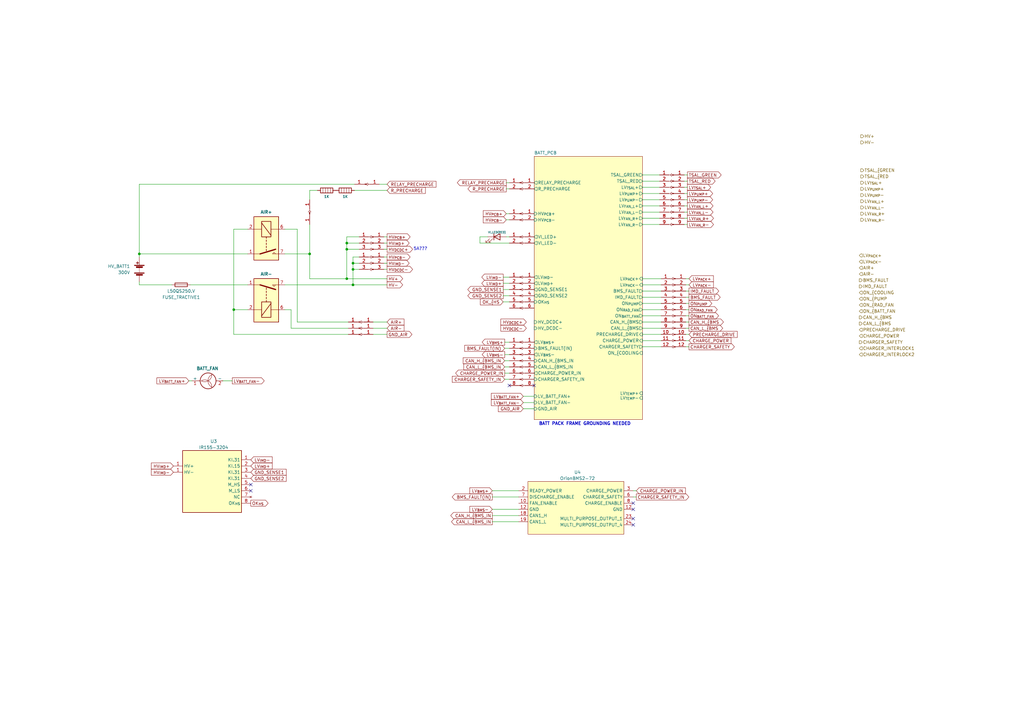
<source format=kicad_sch>
(kicad_sch (version 20211123) (generator eeschema)

  (uuid ab40beaf-ba9c-4861-8f54-3932a7f1aeea)

  (paper "A3")

  (lib_symbols
    (symbol "A-FA_PARTS:Conn_01x01_Female" (pin_names (offset 1.016) hide) (in_bom yes) (on_board yes)
      (property "Reference" "J" (id 0) (at 0 2.54 0)
        (effects (font (size 1.27 1.27)))
      )
      (property "Value" "Conn_01x01_Female" (id 1) (at 0 -2.54 0)
        (effects (font (size 1.27 1.27)) hide)
      )
      (property "Footprint" "" (id 2) (at 0 0 0)
        (effects (font (size 1.27 1.27)) hide)
      )
      (property "Datasheet" "~" (id 3) (at 0 0 0)
        (effects (font (size 1.27 1.27)) hide)
      )
      (property "ki_keywords" "connector" (id 4) (at 0 0 0)
        (effects (font (size 1.27 1.27)) hide)
      )
      (property "ki_description" "Generic connector, single row, 01x01, script generated (kicad-library-utils/schlib/autogen/connector/)" (id 5) (at 0 0 0)
        (effects (font (size 1.27 1.27)) hide)
      )
      (property "ki_fp_filters" "Connector*:*" (id 6) (at 0 0 0)
        (effects (font (size 1.27 1.27)) hide)
      )
      (symbol "Conn_01x01_Female_1_1"
        (polyline
          (pts
            (xy -1.27 0)
            (xy -0.508 0)
          )
          (stroke (width 0.1524) (type default) (color 0 0 0 0))
          (fill (type none))
        )
        (arc (start 0 0.508) (mid -0.508 0) (end 0 -0.508)
          (stroke (width 0.1524) (type default) (color 0 0 0 0))
          (fill (type none))
        )
        (pin input line (at 0 0 180) (length 3.81) hide
          (name "" (effects (font (size 1.27 1.27))))
          (number "" (effects (font (size 1.27 1.27))))
        )
        (pin bidirectional line (at -5.08 0 0) (length 3.81)
          (name "Pin_1" (effects (font (size 1.27 1.27))))
          (number "1" (effects (font (size 1.27 1.27))))
        )
      )
    )
    (symbol "A-FA_PARTS:Conn_01x01_Male" (pin_names (offset 1.016) hide) (in_bom yes) (on_board yes)
      (property "Reference" "J" (id 0) (at 0 2.54 0)
        (effects (font (size 1.27 1.27)))
      )
      (property "Value" "Conn_01x01_Male" (id 1) (at 0 -2.54 0)
        (effects (font (size 1.27 1.27)) hide)
      )
      (property "Footprint" "" (id 2) (at 0 0 0)
        (effects (font (size 1.27 1.27)) hide)
      )
      (property "Datasheet" "~" (id 3) (at 0 0 0)
        (effects (font (size 1.27 1.27)) hide)
      )
      (property "ki_keywords" "connector" (id 4) (at 0 0 0)
        (effects (font (size 1.27 1.27)) hide)
      )
      (property "ki_description" "Generic connector, single row, 01x01, script generated (kicad-library-utils/schlib/autogen/connector/)" (id 5) (at 0 0 0)
        (effects (font (size 1.27 1.27)) hide)
      )
      (property "ki_fp_filters" "Connector*:*" (id 6) (at 0 0 0)
        (effects (font (size 1.27 1.27)) hide)
      )
      (symbol "Conn_01x01_Male_1_1"
        (polyline
          (pts
            (xy 1.27 0)
            (xy 0.8636 0)
          )
          (stroke (width 0.1524) (type default) (color 0 0 0 0))
          (fill (type none))
        )
        (rectangle (start 0.8636 0.127) (end 0 -0.127)
          (stroke (width 0.1524) (type default) (color 0 0 0 0))
          (fill (type outline))
        )
        (pin input line (at 0 0 0) (length 3.81) hide
          (name "" (effects (font (size 1.27 1.27))))
          (number "" (effects (font (size 1.27 1.27))))
        )
        (pin passive line (at 5.08 0 180) (length 3.81)
          (name "Pin_1" (effects (font (size 1.27 1.27))))
          (number "1" (effects (font (size 1.27 1.27))))
        )
      )
    )
    (symbol "A-FA_PARTS:Conn_01x03_Female" (in_bom yes) (on_board yes)
      (property "Reference" "J" (id 0) (at -1.524 5.08 0)
        (effects (font (size 1.27 1.27)))
      )
      (property "Value" "Conn_01x03_Female" (id 1) (at 0.254 -5.969 0)
        (effects (font (size 1.27 1.27)) hide)
      )
      (property "Footprint" "" (id 2) (at -0.381 7.493 0)
        (effects (font (size 1.27 1.27)) hide)
      )
      (property "Datasheet" "" (id 3) (at -0.381 7.493 0)
        (effects (font (size 1.27 1.27)) hide)
      )
      (symbol "Conn_01x03_Female_1_1"
        (arc (start 0 -2.032) (mid -0.508 -2.54) (end 0 -3.048)
          (stroke (width 0.1524) (type default) (color 0 0 0 0))
          (fill (type none))
        )
        (polyline
          (pts
            (xy -1.27 -2.54)
            (xy -0.508 -2.54)
          )
          (stroke (width 0.1524) (type default) (color 0 0 0 0))
          (fill (type none))
        )
        (polyline
          (pts
            (xy -1.27 0)
            (xy -0.508 0)
          )
          (stroke (width 0.1524) (type default) (color 0 0 0 0))
          (fill (type none))
        )
        (polyline
          (pts
            (xy -1.27 2.54)
            (xy -0.508 2.54)
          )
          (stroke (width 0.1524) (type default) (color 0 0 0 0))
          (fill (type none))
        )
        (arc (start 0 0.508) (mid -0.508 0) (end 0 -0.508)
          (stroke (width 0.1524) (type default) (color 0 0 0 0))
          (fill (type none))
        )
        (arc (start 0 3.048) (mid -0.508 2.54) (end 0 2.032)
          (stroke (width 0.1524) (type default) (color 0 0 0 0))
          (fill (type none))
        )
        (pin input line (at 0 -2.54 180) (length 3.81) hide
          (name "" (effects (font (size 1.27 1.27))))
          (number "" (effects (font (size 1.27 1.27))))
        )
        (pin input line (at 0 0 180) (length 3.81) hide
          (name "" (effects (font (size 1.27 1.27))))
          (number "" (effects (font (size 1.27 1.27))))
        )
        (pin input line (at 0 2.54 180) (length 3.81) hide
          (name "" (effects (font (size 1.27 1.27))))
          (number "" (effects (font (size 1.27 1.27))))
        )
        (pin passive line (at -5.08 2.54 0) (length 3.81)
          (name "" (effects (font (size 1.27 1.27))))
          (number "1" (effects (font (size 1.27 1.27))))
        )
        (pin passive line (at -5.08 0 0) (length 3.81)
          (name "" (effects (font (size 1.27 1.27))))
          (number "2" (effects (font (size 1.27 1.27))))
        )
        (pin passive line (at -5.08 -2.54 0) (length 3.81)
          (name "" (effects (font (size 1.27 1.27))))
          (number "3" (effects (font (size 1.27 1.27))))
        )
      )
    )
    (symbol "A-FA_PARTS:Conn_01x03_Male" (in_bom yes) (on_board yes)
      (property "Reference" "J" (id 0) (at 1.651 4.826 0)
        (effects (font (size 1.27 1.27)))
      )
      (property "Value" "Conn_01x03_Male" (id 1) (at 0.762 -4.699 0)
        (effects (font (size 1.27 1.27)) hide)
      )
      (property "Footprint" "" (id 2) (at 0 0 0)
        (effects (font (size 1.27 1.27)) hide)
      )
      (property "Datasheet" "" (id 3) (at 0 0 0)
        (effects (font (size 1.27 1.27)) hide)
      )
      (symbol "Conn_01x03_Male_1_1"
        (polyline
          (pts
            (xy 1.2954 -2.54)
            (xy 0.889 -2.54)
          )
          (stroke (width 0.1524) (type default) (color 0 0 0 0))
          (fill (type none))
        )
        (polyline
          (pts
            (xy 1.2954 0)
            (xy 0.889 0)
          )
          (stroke (width 0.1524) (type default) (color 0 0 0 0))
          (fill (type none))
        )
        (polyline
          (pts
            (xy 1.2954 2.54)
            (xy 0.889 2.54)
          )
          (stroke (width 0.1524) (type default) (color 0 0 0 0))
          (fill (type none))
        )
        (rectangle (start 0.889 -2.413) (end 0.0254 -2.667)
          (stroke (width 0.1524) (type default) (color 0 0 0 0))
          (fill (type outline))
        )
        (rectangle (start 0.889 0.127) (end 0.0254 -0.127)
          (stroke (width 0.1524) (type default) (color 0 0 0 0))
          (fill (type outline))
        )
        (rectangle (start 0.889 2.667) (end 0.0254 2.413)
          (stroke (width 0.1524) (type default) (color 0 0 0 0))
          (fill (type outline))
        )
        (pin input line (at 0 -2.54 0) (length 3.81) hide
          (name "" (effects (font (size 1.27 1.27))))
          (number "" (effects (font (size 1.27 1.27))))
        )
        (pin input line (at 0 0 0) (length 3.81) hide
          (name "" (effects (font (size 1.27 1.27))))
          (number "" (effects (font (size 1.27 1.27))))
        )
        (pin input line (at 0 2.54 0) (length 3.81) hide
          (name "" (effects (font (size 1.27 1.27))))
          (number "" (effects (font (size 1.27 1.27))))
        )
        (pin passive line (at 5.08 2.54 180) (length 3.81)
          (name "" (effects (font (size 1.27 1.27))))
          (number "1" (effects (font (size 1.27 1.27))))
        )
        (pin passive line (at 5.08 0 180) (length 3.81)
          (name "" (effects (font (size 1.27 1.27))))
          (number "2" (effects (font (size 1.27 1.27))))
        )
        (pin passive line (at 5.08 -2.54 180) (length 3.81)
          (name "" (effects (font (size 1.27 1.27))))
          (number "3" (effects (font (size 1.27 1.27))))
        )
      )
    )
    (symbol "A-FA_PARTS:Conn_01x06_Female" (in_bom yes) (on_board yes)
      (property "Reference" "J" (id 0) (at 0 0 0)
        (effects (font (size 1.27 1.27)))
      )
      (property "Value" "Conn_01x06_Female" (id 1) (at 0 2.54 0)
        (effects (font (size 1.27 1.27)) hide)
      )
      (property "Footprint" "" (id 2) (at 0 0 0)
        (effects (font (size 1.27 1.27)) hide)
      )
      (property "Datasheet" "" (id 3) (at 0 0 0)
        (effects (font (size 1.27 1.27)) hide)
      )
      (symbol "Conn_01x06_Female_1_1"
        (polyline
          (pts
            (xy 1.27 -15.24)
            (xy 2.032 -15.24)
          )
          (stroke (width 0.1524) (type default) (color 0 0 0 0))
          (fill (type none))
        )
        (polyline
          (pts
            (xy 1.27 -12.7)
            (xy 2.032 -12.7)
          )
          (stroke (width 0.1524) (type default) (color 0 0 0 0))
          (fill (type none))
        )
        (polyline
          (pts
            (xy 1.27 -10.16)
            (xy 2.032 -10.16)
          )
          (stroke (width 0.1524) (type default) (color 0 0 0 0))
          (fill (type none))
        )
        (polyline
          (pts
            (xy 1.27 -7.62)
            (xy 2.032 -7.62)
          )
          (stroke (width 0.1524) (type default) (color 0 0 0 0))
          (fill (type none))
        )
        (polyline
          (pts
            (xy 1.27 -5.08)
            (xy 2.032 -5.08)
          )
          (stroke (width 0.1524) (type default) (color 0 0 0 0))
          (fill (type none))
        )
        (polyline
          (pts
            (xy 1.27 -2.54)
            (xy 2.032 -2.54)
          )
          (stroke (width 0.1524) (type default) (color 0 0 0 0))
          (fill (type none))
        )
        (arc (start 2.54 -14.732) (mid 2.032 -15.24) (end 2.54 -15.748)
          (stroke (width 0.1524) (type default) (color 0 0 0 0))
          (fill (type none))
        )
        (arc (start 2.54 -12.192) (mid 2.032 -12.7) (end 2.54 -13.208)
          (stroke (width 0.1524) (type default) (color 0 0 0 0))
          (fill (type none))
        )
        (arc (start 2.54 -9.652) (mid 2.032 -10.16) (end 2.54 -10.668)
          (stroke (width 0.1524) (type default) (color 0 0 0 0))
          (fill (type none))
        )
        (arc (start 2.54 -7.112) (mid 2.032 -7.62) (end 2.54 -8.128)
          (stroke (width 0.1524) (type default) (color 0 0 0 0))
          (fill (type none))
        )
        (arc (start 2.54 -4.572) (mid 2.032 -5.08) (end 2.54 -5.588)
          (stroke (width 0.1524) (type default) (color 0 0 0 0))
          (fill (type none))
        )
        (arc (start 2.54 -2.032) (mid 2.032 -2.54) (end 2.54 -3.048)
          (stroke (width 0.1524) (type default) (color 0 0 0 0))
          (fill (type none))
        )
        (pin input line (at 2.54 -15.24 180) (length 3.81) hide
          (name "" (effects (font (size 1.27 1.27))))
          (number "" (effects (font (size 1.27 1.27))))
        )
        (pin input line (at 2.54 -12.7 180) (length 3.81) hide
          (name "" (effects (font (size 1.27 1.27))))
          (number "" (effects (font (size 1.27 1.27))))
        )
        (pin input line (at 2.54 -10.16 180) (length 3.81) hide
          (name "" (effects (font (size 1.27 1.27))))
          (number "" (effects (font (size 1.27 1.27))))
        )
        (pin input line (at 2.54 -7.62 180) (length 3.81) hide
          (name "" (effects (font (size 1.27 1.27))))
          (number "" (effects (font (size 1.27 1.27))))
        )
        (pin input line (at 2.54 -5.08 180) (length 3.81) hide
          (name "" (effects (font (size 1.27 1.27))))
          (number "" (effects (font (size 1.27 1.27))))
        )
        (pin input line (at 2.54 -2.54 180) (length 3.81) hide
          (name "" (effects (font (size 1.27 1.27))))
          (number "" (effects (font (size 1.27 1.27))))
        )
        (pin passive line (at -2.54 -2.54 0) (length 3.81)
          (name "" (effects (font (size 1.27 1.27))))
          (number "1" (effects (font (size 1.27 1.27))))
        )
        (pin passive line (at -2.54 -5.08 0) (length 3.81)
          (name "" (effects (font (size 1.27 1.27))))
          (number "2" (effects (font (size 1.27 1.27))))
        )
        (pin passive line (at -2.54 -7.62 0) (length 3.81)
          (name "" (effects (font (size 1.27 1.27))))
          (number "3" (effects (font (size 1.27 1.27))))
        )
        (pin passive line (at -2.54 -10.16 0) (length 3.81)
          (name "" (effects (font (size 1.27 1.27))))
          (number "4" (effects (font (size 1.27 1.27))))
        )
        (pin passive line (at -2.54 -12.7 0) (length 3.81)
          (name "" (effects (font (size 1.27 1.27))))
          (number "5" (effects (font (size 1.27 1.27))))
        )
        (pin passive line (at -2.54 -15.24 0) (length 3.81)
          (name "" (effects (font (size 1.27 1.27))))
          (number "6" (effects (font (size 1.27 1.27))))
        )
      )
    )
    (symbol "A-FA_PARTS:IR155-3204" (in_bom yes) (on_board yes)
      (property "Reference" "U" (id 0) (at 0 12.7 0)
        (effects (font (size 1.27 1.27)))
      )
      (property "Value" "IR155-3204" (id 1) (at 0 0 0)
        (effects (font (size 1.27 1.27)))
      )
      (property "Footprint" "" (id 2) (at 0 0 0)
        (effects (font (size 1.27 1.27)) hide)
      )
      (property "Datasheet" "" (id 3) (at 0 0 0)
        (effects (font (size 1.27 1.27)) hide)
      )
      (symbol "IR155-3204_0_1"
        (rectangle (start -12.7 11.43) (end 11.43 -13.97)
          (stroke (width 0.25) (type default) (color 0 0 0 0))
          (fill (type background))
        )
      )
      (symbol "IR155-3204_1_1"
        (pin input line (at -16.51 5.08 0) (length 3.81)
          (name "HV+" (effects (font (size 1.27 1.27))))
          (number "1" (effects (font (size 1.27 1.27))))
        )
        (pin input line (at -16.51 2.54 0) (length 3.81)
          (name "HV-" (effects (font (size 1.27 1.27))))
          (number "1" (effects (font (size 1.27 1.27))))
        )
        (pin input line (at 15.24 7.62 180) (length 3.81)
          (name "KI.31" (effects (font (size 1.27 1.27))))
          (number "1" (effects (font (size 1.27 1.27))))
        )
        (pin input line (at 15.24 5.08 180) (length 3.81)
          (name "KI.15" (effects (font (size 1.27 1.27))))
          (number "2" (effects (font (size 1.27 1.27))))
        )
        (pin input line (at 15.24 2.54 180) (length 3.81)
          (name "KI.31" (effects (font (size 1.27 1.27))))
          (number "3" (effects (font (size 1.27 1.27))))
        )
        (pin input line (at 15.24 0 180) (length 3.81)
          (name "KI.31" (effects (font (size 1.27 1.27))))
          (number "4" (effects (font (size 1.27 1.27))))
        )
        (pin input line (at 15.24 -2.54 180) (length 3.81)
          (name "M_HS" (effects (font (size 1.27 1.27))))
          (number "5" (effects (font (size 1.27 1.27))))
        )
        (pin input line (at 15.24 -5.08 180) (length 3.81)
          (name "M_LS" (effects (font (size 1.27 1.27))))
          (number "6" (effects (font (size 1.27 1.27))))
        )
        (pin no_connect line (at 15.24 -7.62 180) (length 3.81)
          (name "NC" (effects (font (size 1.27 1.27))))
          (number "7" (effects (font (size 1.27 1.27))))
        )
        (pin input line (at 15.24 -10.16 180) (length 3.81)
          (name "OK_{HS}" (effects (font (size 1.27 1.27))))
          (number "8" (effects (font (size 1.27 1.27))))
        )
      )
    )
    (symbol "A-FA_PARTS:OrionBMS2-72" (in_bom yes) (on_board yes)
      (property "Reference" "U" (id 0) (at 0 0 0)
        (effects (font (size 1.27 1.27)))
      )
      (property "Value" "OrionBMS2-72" (id 1) (at 0 0 0)
        (effects (font (size 1.27 1.27)))
      )
      (property "Footprint" "" (id 2) (at 0 0 0)
        (effects (font (size 1.27 1.27)) hide)
      )
      (property "Datasheet" "" (id 3) (at 0 0 0)
        (effects (font (size 1.27 1.27)) hide)
      )
      (symbol "OrionBMS2-72_0_1"
        (rectangle (start -20.32 10.16) (end 19.05 -11.43)
          (stroke (width 0) (type default) (color 0 0 0 0))
          (fill (type background))
        )
      )
      (symbol "OrionBMS2-72_1_1"
        (pin input line (at -24.13 1.27 0) (length 3.81)
          (name "FAN_ENABLE" (effects (font (size 1.27 1.27))))
          (number "10" (effects (font (size 1.27 1.27))))
        )
        (pin input line (at -24.13 -1.27 0) (length 3.81)
          (name "GND" (effects (font (size 1.27 1.27))))
          (number "12" (effects (font (size 1.27 1.27))))
        )
        (pin input line (at 22.86 -1.27 180) (length 3.81)
          (name "GND" (effects (font (size 1.27 1.27))))
          (number "12" (effects (font (size 1.27 1.27))))
        )
        (pin input line (at -24.13 -3.81 0) (length 3.81)
          (name "CAN1_H" (effects (font (size 1.27 1.27))))
          (number "18" (effects (font (size 1.27 1.27))))
        )
        (pin input line (at -24.13 -6.35 0) (length 3.81)
          (name "CAN1_L" (effects (font (size 1.27 1.27))))
          (number "19" (effects (font (size 1.27 1.27))))
        )
        (pin input line (at -24.13 6.35 0) (length 3.81)
          (name "READY_POWER" (effects (font (size 1.27 1.27))))
          (number "2" (effects (font (size 1.27 1.27))))
        )
        (pin input line (at 22.86 -5.08 180) (length 3.81)
          (name "MULTI_PURPOSE_OUTPUT_1" (effects (font (size 1.27 1.27))))
          (number "23" (effects (font (size 1.27 1.27))))
        )
        (pin input line (at 22.86 -7.62 180) (length 3.81)
          (name "MULTI_PURPOSE_OUTPUT_4" (effects (font (size 1.27 1.27))))
          (number "24" (effects (font (size 1.27 1.27))))
        )
        (pin input line (at 22.86 6.35 180) (length 3.81)
          (name "CHARGE_POWER" (effects (font (size 1.27 1.27))))
          (number "3" (effects (font (size 1.27 1.27))))
        )
        (pin input line (at 22.86 3.81 180) (length 3.81)
          (name "CHARGER_SAFETY" (effects (font (size 1.27 1.27))))
          (number "6" (effects (font (size 1.27 1.27))))
        )
        (pin input line (at -24.13 3.81 0) (length 3.81)
          (name "DISCHARGE_ENABLE" (effects (font (size 1.27 1.27))))
          (number "7" (effects (font (size 1.27 1.27))))
        )
        (pin input line (at 22.86 1.27 180) (length 3.81)
          (name "CHARGE_ENABLE" (effects (font (size 1.27 1.27))))
          (number "8" (effects (font (size 1.27 1.27))))
        )
      )
    )
    (symbol "Connector:Conn_01x02_Female" (pin_names (offset 1.016) hide) (in_bom yes) (on_board yes)
      (property "Reference" "J" (id 0) (at 0 2.54 0)
        (effects (font (size 1.27 1.27)))
      )
      (property "Value" "Conn_01x02_Female" (id 1) (at 0 -5.08 0)
        (effects (font (size 1.27 1.27)))
      )
      (property "Footprint" "" (id 2) (at 0 0 0)
        (effects (font (size 1.27 1.27)) hide)
      )
      (property "Datasheet" "~" (id 3) (at 0 0 0)
        (effects (font (size 1.27 1.27)) hide)
      )
      (property "ki_keywords" "connector" (id 4) (at 0 0 0)
        (effects (font (size 1.27 1.27)) hide)
      )
      (property "ki_description" "Generic connector, single row, 01x02, script generated (kicad-library-utils/schlib/autogen/connector/)" (id 5) (at 0 0 0)
        (effects (font (size 1.27 1.27)) hide)
      )
      (property "ki_fp_filters" "Connector*:*_1x??_*" (id 6) (at 0 0 0)
        (effects (font (size 1.27 1.27)) hide)
      )
      (symbol "Conn_01x02_Female_1_1"
        (arc (start 0 -2.032) (mid -0.508 -2.54) (end 0 -3.048)
          (stroke (width 0.1524) (type default) (color 0 0 0 0))
          (fill (type none))
        )
        (polyline
          (pts
            (xy -1.27 -2.54)
            (xy -0.508 -2.54)
          )
          (stroke (width 0.1524) (type default) (color 0 0 0 0))
          (fill (type none))
        )
        (polyline
          (pts
            (xy -1.27 0)
            (xy -0.508 0)
          )
          (stroke (width 0.1524) (type default) (color 0 0 0 0))
          (fill (type none))
        )
        (arc (start 0 0.508) (mid -0.508 0) (end 0 -0.508)
          (stroke (width 0.1524) (type default) (color 0 0 0 0))
          (fill (type none))
        )
        (pin passive line (at -5.08 0 0) (length 3.81)
          (name "Pin_1" (effects (font (size 1.27 1.27))))
          (number "1" (effects (font (size 1.27 1.27))))
        )
        (pin passive line (at -5.08 -2.54 0) (length 3.81)
          (name "Pin_2" (effects (font (size 1.27 1.27))))
          (number "2" (effects (font (size 1.27 1.27))))
        )
      )
    )
    (symbol "Connector:Conn_01x02_Male" (pin_names (offset 1.016) hide) (in_bom yes) (on_board yes)
      (property "Reference" "J" (id 0) (at 0 2.54 0)
        (effects (font (size 1.27 1.27)))
      )
      (property "Value" "Conn_01x02_Male" (id 1) (at 0 -5.08 0)
        (effects (font (size 1.27 1.27)))
      )
      (property "Footprint" "" (id 2) (at 0 0 0)
        (effects (font (size 1.27 1.27)) hide)
      )
      (property "Datasheet" "~" (id 3) (at 0 0 0)
        (effects (font (size 1.27 1.27)) hide)
      )
      (property "ki_keywords" "connector" (id 4) (at 0 0 0)
        (effects (font (size 1.27 1.27)) hide)
      )
      (property "ki_description" "Generic connector, single row, 01x02, script generated (kicad-library-utils/schlib/autogen/connector/)" (id 5) (at 0 0 0)
        (effects (font (size 1.27 1.27)) hide)
      )
      (property "ki_fp_filters" "Connector*:*_1x??_*" (id 6) (at 0 0 0)
        (effects (font (size 1.27 1.27)) hide)
      )
      (symbol "Conn_01x02_Male_1_1"
        (polyline
          (pts
            (xy 1.27 -2.54)
            (xy 0.8636 -2.54)
          )
          (stroke (width 0.1524) (type default) (color 0 0 0 0))
          (fill (type none))
        )
        (polyline
          (pts
            (xy 1.27 0)
            (xy 0.8636 0)
          )
          (stroke (width 0.1524) (type default) (color 0 0 0 0))
          (fill (type none))
        )
        (rectangle (start 0.8636 -2.413) (end 0 -2.667)
          (stroke (width 0.1524) (type default) (color 0 0 0 0))
          (fill (type outline))
        )
        (rectangle (start 0.8636 0.127) (end 0 -0.127)
          (stroke (width 0.1524) (type default) (color 0 0 0 0))
          (fill (type outline))
        )
        (pin passive line (at 5.08 0 180) (length 3.81)
          (name "Pin_1" (effects (font (size 1.27 1.27))))
          (number "1" (effects (font (size 1.27 1.27))))
        )
        (pin passive line (at 5.08 -2.54 180) (length 3.81)
          (name "Pin_2" (effects (font (size 1.27 1.27))))
          (number "2" (effects (font (size 1.27 1.27))))
        )
      )
    )
    (symbol "Connector:Conn_01x06_Male" (pin_names (offset 1.016) hide) (in_bom yes) (on_board yes)
      (property "Reference" "J" (id 0) (at 0 7.62 0)
        (effects (font (size 1.27 1.27)))
      )
      (property "Value" "Conn_01x06_Male" (id 1) (at 0 -10.16 0)
        (effects (font (size 1.27 1.27)))
      )
      (property "Footprint" "" (id 2) (at 0 0 0)
        (effects (font (size 1.27 1.27)) hide)
      )
      (property "Datasheet" "~" (id 3) (at 0 0 0)
        (effects (font (size 1.27 1.27)) hide)
      )
      (property "ki_keywords" "connector" (id 4) (at 0 0 0)
        (effects (font (size 1.27 1.27)) hide)
      )
      (property "ki_description" "Generic connector, single row, 01x06, script generated (kicad-library-utils/schlib/autogen/connector/)" (id 5) (at 0 0 0)
        (effects (font (size 1.27 1.27)) hide)
      )
      (property "ki_fp_filters" "Connector*:*_1x??_*" (id 6) (at 0 0 0)
        (effects (font (size 1.27 1.27)) hide)
      )
      (symbol "Conn_01x06_Male_1_1"
        (polyline
          (pts
            (xy 1.27 -7.62)
            (xy 0.8636 -7.62)
          )
          (stroke (width 0.1524) (type default) (color 0 0 0 0))
          (fill (type none))
        )
        (polyline
          (pts
            (xy 1.27 -5.08)
            (xy 0.8636 -5.08)
          )
          (stroke (width 0.1524) (type default) (color 0 0 0 0))
          (fill (type none))
        )
        (polyline
          (pts
            (xy 1.27 -2.54)
            (xy 0.8636 -2.54)
          )
          (stroke (width 0.1524) (type default) (color 0 0 0 0))
          (fill (type none))
        )
        (polyline
          (pts
            (xy 1.27 0)
            (xy 0.8636 0)
          )
          (stroke (width 0.1524) (type default) (color 0 0 0 0))
          (fill (type none))
        )
        (polyline
          (pts
            (xy 1.27 2.54)
            (xy 0.8636 2.54)
          )
          (stroke (width 0.1524) (type default) (color 0 0 0 0))
          (fill (type none))
        )
        (polyline
          (pts
            (xy 1.27 5.08)
            (xy 0.8636 5.08)
          )
          (stroke (width 0.1524) (type default) (color 0 0 0 0))
          (fill (type none))
        )
        (rectangle (start 0.8636 -7.493) (end 0 -7.747)
          (stroke (width 0.1524) (type default) (color 0 0 0 0))
          (fill (type outline))
        )
        (rectangle (start 0.8636 -4.953) (end 0 -5.207)
          (stroke (width 0.1524) (type default) (color 0 0 0 0))
          (fill (type outline))
        )
        (rectangle (start 0.8636 -2.413) (end 0 -2.667)
          (stroke (width 0.1524) (type default) (color 0 0 0 0))
          (fill (type outline))
        )
        (rectangle (start 0.8636 0.127) (end 0 -0.127)
          (stroke (width 0.1524) (type default) (color 0 0 0 0))
          (fill (type outline))
        )
        (rectangle (start 0.8636 2.667) (end 0 2.413)
          (stroke (width 0.1524) (type default) (color 0 0 0 0))
          (fill (type outline))
        )
        (rectangle (start 0.8636 5.207) (end 0 4.953)
          (stroke (width 0.1524) (type default) (color 0 0 0 0))
          (fill (type outline))
        )
        (pin passive line (at 5.08 5.08 180) (length 3.81)
          (name "Pin_1" (effects (font (size 1.27 1.27))))
          (number "1" (effects (font (size 1.27 1.27))))
        )
        (pin passive line (at 5.08 2.54 180) (length 3.81)
          (name "Pin_2" (effects (font (size 1.27 1.27))))
          (number "2" (effects (font (size 1.27 1.27))))
        )
        (pin passive line (at 5.08 0 180) (length 3.81)
          (name "Pin_3" (effects (font (size 1.27 1.27))))
          (number "3" (effects (font (size 1.27 1.27))))
        )
        (pin passive line (at 5.08 -2.54 180) (length 3.81)
          (name "Pin_4" (effects (font (size 1.27 1.27))))
          (number "4" (effects (font (size 1.27 1.27))))
        )
        (pin passive line (at 5.08 -5.08 180) (length 3.81)
          (name "Pin_5" (effects (font (size 1.27 1.27))))
          (number "5" (effects (font (size 1.27 1.27))))
        )
        (pin passive line (at 5.08 -7.62 180) (length 3.81)
          (name "Pin_6" (effects (font (size 1.27 1.27))))
          (number "6" (effects (font (size 1.27 1.27))))
        )
      )
    )
    (symbol "Connector:Conn_01x08_Female" (pin_names (offset 1.016) hide) (in_bom yes) (on_board yes)
      (property "Reference" "J" (id 0) (at 0 10.16 0)
        (effects (font (size 1.27 1.27)))
      )
      (property "Value" "Conn_01x08_Female" (id 1) (at 0 -12.7 0)
        (effects (font (size 1.27 1.27)))
      )
      (property "Footprint" "" (id 2) (at 0 0 0)
        (effects (font (size 1.27 1.27)) hide)
      )
      (property "Datasheet" "~" (id 3) (at 0 0 0)
        (effects (font (size 1.27 1.27)) hide)
      )
      (property "ki_keywords" "connector" (id 4) (at 0 0 0)
        (effects (font (size 1.27 1.27)) hide)
      )
      (property "ki_description" "Generic connector, single row, 01x08, script generated (kicad-library-utils/schlib/autogen/connector/)" (id 5) (at 0 0 0)
        (effects (font (size 1.27 1.27)) hide)
      )
      (property "ki_fp_filters" "Connector*:*_1x??_*" (id 6) (at 0 0 0)
        (effects (font (size 1.27 1.27)) hide)
      )
      (symbol "Conn_01x08_Female_1_1"
        (arc (start 0 -9.652) (mid -0.508 -10.16) (end 0 -10.668)
          (stroke (width 0.1524) (type default) (color 0 0 0 0))
          (fill (type none))
        )
        (arc (start 0 -7.112) (mid -0.508 -7.62) (end 0 -8.128)
          (stroke (width 0.1524) (type default) (color 0 0 0 0))
          (fill (type none))
        )
        (arc (start 0 -4.572) (mid -0.508 -5.08) (end 0 -5.588)
          (stroke (width 0.1524) (type default) (color 0 0 0 0))
          (fill (type none))
        )
        (arc (start 0 -2.032) (mid -0.508 -2.54) (end 0 -3.048)
          (stroke (width 0.1524) (type default) (color 0 0 0 0))
          (fill (type none))
        )
        (polyline
          (pts
            (xy -1.27 -10.16)
            (xy -0.508 -10.16)
          )
          (stroke (width 0.1524) (type default) (color 0 0 0 0))
          (fill (type none))
        )
        (polyline
          (pts
            (xy -1.27 -7.62)
            (xy -0.508 -7.62)
          )
          (stroke (width 0.1524) (type default) (color 0 0 0 0))
          (fill (type none))
        )
        (polyline
          (pts
            (xy -1.27 -5.08)
            (xy -0.508 -5.08)
          )
          (stroke (width 0.1524) (type default) (color 0 0 0 0))
          (fill (type none))
        )
        (polyline
          (pts
            (xy -1.27 -2.54)
            (xy -0.508 -2.54)
          )
          (stroke (width 0.1524) (type default) (color 0 0 0 0))
          (fill (type none))
        )
        (polyline
          (pts
            (xy -1.27 0)
            (xy -0.508 0)
          )
          (stroke (width 0.1524) (type default) (color 0 0 0 0))
          (fill (type none))
        )
        (polyline
          (pts
            (xy -1.27 2.54)
            (xy -0.508 2.54)
          )
          (stroke (width 0.1524) (type default) (color 0 0 0 0))
          (fill (type none))
        )
        (polyline
          (pts
            (xy -1.27 5.08)
            (xy -0.508 5.08)
          )
          (stroke (width 0.1524) (type default) (color 0 0 0 0))
          (fill (type none))
        )
        (polyline
          (pts
            (xy -1.27 7.62)
            (xy -0.508 7.62)
          )
          (stroke (width 0.1524) (type default) (color 0 0 0 0))
          (fill (type none))
        )
        (arc (start 0 0.508) (mid -0.508 0) (end 0 -0.508)
          (stroke (width 0.1524) (type default) (color 0 0 0 0))
          (fill (type none))
        )
        (arc (start 0 3.048) (mid -0.508 2.54) (end 0 2.032)
          (stroke (width 0.1524) (type default) (color 0 0 0 0))
          (fill (type none))
        )
        (arc (start 0 5.588) (mid -0.508 5.08) (end 0 4.572)
          (stroke (width 0.1524) (type default) (color 0 0 0 0))
          (fill (type none))
        )
        (arc (start 0 8.128) (mid -0.508 7.62) (end 0 7.112)
          (stroke (width 0.1524) (type default) (color 0 0 0 0))
          (fill (type none))
        )
        (pin passive line (at -5.08 7.62 0) (length 3.81)
          (name "Pin_1" (effects (font (size 1.27 1.27))))
          (number "1" (effects (font (size 1.27 1.27))))
        )
        (pin passive line (at -5.08 5.08 0) (length 3.81)
          (name "Pin_2" (effects (font (size 1.27 1.27))))
          (number "2" (effects (font (size 1.27 1.27))))
        )
        (pin passive line (at -5.08 2.54 0) (length 3.81)
          (name "Pin_3" (effects (font (size 1.27 1.27))))
          (number "3" (effects (font (size 1.27 1.27))))
        )
        (pin passive line (at -5.08 0 0) (length 3.81)
          (name "Pin_4" (effects (font (size 1.27 1.27))))
          (number "4" (effects (font (size 1.27 1.27))))
        )
        (pin passive line (at -5.08 -2.54 0) (length 3.81)
          (name "Pin_5" (effects (font (size 1.27 1.27))))
          (number "5" (effects (font (size 1.27 1.27))))
        )
        (pin passive line (at -5.08 -5.08 0) (length 3.81)
          (name "Pin_6" (effects (font (size 1.27 1.27))))
          (number "6" (effects (font (size 1.27 1.27))))
        )
        (pin passive line (at -5.08 -7.62 0) (length 3.81)
          (name "Pin_7" (effects (font (size 1.27 1.27))))
          (number "7" (effects (font (size 1.27 1.27))))
        )
        (pin passive line (at -5.08 -10.16 0) (length 3.81)
          (name "Pin_8" (effects (font (size 1.27 1.27))))
          (number "8" (effects (font (size 1.27 1.27))))
        )
      )
    )
    (symbol "Connector:Conn_01x08_Male" (pin_names (offset 1.016) hide) (in_bom yes) (on_board yes)
      (property "Reference" "J" (id 0) (at 0 10.16 0)
        (effects (font (size 1.27 1.27)))
      )
      (property "Value" "Conn_01x08_Male" (id 1) (at 0 -12.7 0)
        (effects (font (size 1.27 1.27)))
      )
      (property "Footprint" "" (id 2) (at 0 0 0)
        (effects (font (size 1.27 1.27)) hide)
      )
      (property "Datasheet" "~" (id 3) (at 0 0 0)
        (effects (font (size 1.27 1.27)) hide)
      )
      (property "ki_keywords" "connector" (id 4) (at 0 0 0)
        (effects (font (size 1.27 1.27)) hide)
      )
      (property "ki_description" "Generic connector, single row, 01x08, script generated (kicad-library-utils/schlib/autogen/connector/)" (id 5) (at 0 0 0)
        (effects (font (size 1.27 1.27)) hide)
      )
      (property "ki_fp_filters" "Connector*:*_1x??_*" (id 6) (at 0 0 0)
        (effects (font (size 1.27 1.27)) hide)
      )
      (symbol "Conn_01x08_Male_1_1"
        (polyline
          (pts
            (xy 1.27 -10.16)
            (xy 0.8636 -10.16)
          )
          (stroke (width 0.1524) (type default) (color 0 0 0 0))
          (fill (type none))
        )
        (polyline
          (pts
            (xy 1.27 -7.62)
            (xy 0.8636 -7.62)
          )
          (stroke (width 0.1524) (type default) (color 0 0 0 0))
          (fill (type none))
        )
        (polyline
          (pts
            (xy 1.27 -5.08)
            (xy 0.8636 -5.08)
          )
          (stroke (width 0.1524) (type default) (color 0 0 0 0))
          (fill (type none))
        )
        (polyline
          (pts
            (xy 1.27 -2.54)
            (xy 0.8636 -2.54)
          )
          (stroke (width 0.1524) (type default) (color 0 0 0 0))
          (fill (type none))
        )
        (polyline
          (pts
            (xy 1.27 0)
            (xy 0.8636 0)
          )
          (stroke (width 0.1524) (type default) (color 0 0 0 0))
          (fill (type none))
        )
        (polyline
          (pts
            (xy 1.27 2.54)
            (xy 0.8636 2.54)
          )
          (stroke (width 0.1524) (type default) (color 0 0 0 0))
          (fill (type none))
        )
        (polyline
          (pts
            (xy 1.27 5.08)
            (xy 0.8636 5.08)
          )
          (stroke (width 0.1524) (type default) (color 0 0 0 0))
          (fill (type none))
        )
        (polyline
          (pts
            (xy 1.27 7.62)
            (xy 0.8636 7.62)
          )
          (stroke (width 0.1524) (type default) (color 0 0 0 0))
          (fill (type none))
        )
        (rectangle (start 0.8636 -10.033) (end 0 -10.287)
          (stroke (width 0.1524) (type default) (color 0 0 0 0))
          (fill (type outline))
        )
        (rectangle (start 0.8636 -7.493) (end 0 -7.747)
          (stroke (width 0.1524) (type default) (color 0 0 0 0))
          (fill (type outline))
        )
        (rectangle (start 0.8636 -4.953) (end 0 -5.207)
          (stroke (width 0.1524) (type default) (color 0 0 0 0))
          (fill (type outline))
        )
        (rectangle (start 0.8636 -2.413) (end 0 -2.667)
          (stroke (width 0.1524) (type default) (color 0 0 0 0))
          (fill (type outline))
        )
        (rectangle (start 0.8636 0.127) (end 0 -0.127)
          (stroke (width 0.1524) (type default) (color 0 0 0 0))
          (fill (type outline))
        )
        (rectangle (start 0.8636 2.667) (end 0 2.413)
          (stroke (width 0.1524) (type default) (color 0 0 0 0))
          (fill (type outline))
        )
        (rectangle (start 0.8636 5.207) (end 0 4.953)
          (stroke (width 0.1524) (type default) (color 0 0 0 0))
          (fill (type outline))
        )
        (rectangle (start 0.8636 7.747) (end 0 7.493)
          (stroke (width 0.1524) (type default) (color 0 0 0 0))
          (fill (type outline))
        )
        (pin passive line (at 5.08 7.62 180) (length 3.81)
          (name "Pin_1" (effects (font (size 1.27 1.27))))
          (number "1" (effects (font (size 1.27 1.27))))
        )
        (pin passive line (at 5.08 5.08 180) (length 3.81)
          (name "Pin_2" (effects (font (size 1.27 1.27))))
          (number "2" (effects (font (size 1.27 1.27))))
        )
        (pin passive line (at 5.08 2.54 180) (length 3.81)
          (name "Pin_3" (effects (font (size 1.27 1.27))))
          (number "3" (effects (font (size 1.27 1.27))))
        )
        (pin passive line (at 5.08 0 180) (length 3.81)
          (name "Pin_4" (effects (font (size 1.27 1.27))))
          (number "4" (effects (font (size 1.27 1.27))))
        )
        (pin passive line (at 5.08 -2.54 180) (length 3.81)
          (name "Pin_5" (effects (font (size 1.27 1.27))))
          (number "5" (effects (font (size 1.27 1.27))))
        )
        (pin passive line (at 5.08 -5.08 180) (length 3.81)
          (name "Pin_6" (effects (font (size 1.27 1.27))))
          (number "6" (effects (font (size 1.27 1.27))))
        )
        (pin passive line (at 5.08 -7.62 180) (length 3.81)
          (name "Pin_7" (effects (font (size 1.27 1.27))))
          (number "7" (effects (font (size 1.27 1.27))))
        )
        (pin passive line (at 5.08 -10.16 180) (length 3.81)
          (name "Pin_8" (effects (font (size 1.27 1.27))))
          (number "8" (effects (font (size 1.27 1.27))))
        )
      )
    )
    (symbol "Connector:Conn_01x09_Female" (pin_names (offset 1.016) hide) (in_bom yes) (on_board yes)
      (property "Reference" "J" (id 0) (at 0 12.7 0)
        (effects (font (size 1.27 1.27)))
      )
      (property "Value" "Conn_01x09_Female" (id 1) (at 0 -12.7 0)
        (effects (font (size 1.27 1.27)))
      )
      (property "Footprint" "" (id 2) (at 0 0 0)
        (effects (font (size 1.27 1.27)) hide)
      )
      (property "Datasheet" "~" (id 3) (at 0 0 0)
        (effects (font (size 1.27 1.27)) hide)
      )
      (property "ki_keywords" "connector" (id 4) (at 0 0 0)
        (effects (font (size 1.27 1.27)) hide)
      )
      (property "ki_description" "Generic connector, single row, 01x09, script generated (kicad-library-utils/schlib/autogen/connector/)" (id 5) (at 0 0 0)
        (effects (font (size 1.27 1.27)) hide)
      )
      (property "ki_fp_filters" "Connector*:*_1x??_*" (id 6) (at 0 0 0)
        (effects (font (size 1.27 1.27)) hide)
      )
      (symbol "Conn_01x09_Female_1_1"
        (arc (start 0 -9.652) (mid -0.508 -10.16) (end 0 -10.668)
          (stroke (width 0.1524) (type default) (color 0 0 0 0))
          (fill (type none))
        )
        (arc (start 0 -7.112) (mid -0.508 -7.62) (end 0 -8.128)
          (stroke (width 0.1524) (type default) (color 0 0 0 0))
          (fill (type none))
        )
        (arc (start 0 -4.572) (mid -0.508 -5.08) (end 0 -5.588)
          (stroke (width 0.1524) (type default) (color 0 0 0 0))
          (fill (type none))
        )
        (arc (start 0 -2.032) (mid -0.508 -2.54) (end 0 -3.048)
          (stroke (width 0.1524) (type default) (color 0 0 0 0))
          (fill (type none))
        )
        (polyline
          (pts
            (xy -1.27 -10.16)
            (xy -0.508 -10.16)
          )
          (stroke (width 0.1524) (type default) (color 0 0 0 0))
          (fill (type none))
        )
        (polyline
          (pts
            (xy -1.27 -7.62)
            (xy -0.508 -7.62)
          )
          (stroke (width 0.1524) (type default) (color 0 0 0 0))
          (fill (type none))
        )
        (polyline
          (pts
            (xy -1.27 -5.08)
            (xy -0.508 -5.08)
          )
          (stroke (width 0.1524) (type default) (color 0 0 0 0))
          (fill (type none))
        )
        (polyline
          (pts
            (xy -1.27 -2.54)
            (xy -0.508 -2.54)
          )
          (stroke (width 0.1524) (type default) (color 0 0 0 0))
          (fill (type none))
        )
        (polyline
          (pts
            (xy -1.27 0)
            (xy -0.508 0)
          )
          (stroke (width 0.1524) (type default) (color 0 0 0 0))
          (fill (type none))
        )
        (polyline
          (pts
            (xy -1.27 2.54)
            (xy -0.508 2.54)
          )
          (stroke (width 0.1524) (type default) (color 0 0 0 0))
          (fill (type none))
        )
        (polyline
          (pts
            (xy -1.27 5.08)
            (xy -0.508 5.08)
          )
          (stroke (width 0.1524) (type default) (color 0 0 0 0))
          (fill (type none))
        )
        (polyline
          (pts
            (xy -1.27 7.62)
            (xy -0.508 7.62)
          )
          (stroke (width 0.1524) (type default) (color 0 0 0 0))
          (fill (type none))
        )
        (polyline
          (pts
            (xy -1.27 10.16)
            (xy -0.508 10.16)
          )
          (stroke (width 0.1524) (type default) (color 0 0 0 0))
          (fill (type none))
        )
        (arc (start 0 0.508) (mid -0.508 0) (end 0 -0.508)
          (stroke (width 0.1524) (type default) (color 0 0 0 0))
          (fill (type none))
        )
        (arc (start 0 3.048) (mid -0.508 2.54) (end 0 2.032)
          (stroke (width 0.1524) (type default) (color 0 0 0 0))
          (fill (type none))
        )
        (arc (start 0 5.588) (mid -0.508 5.08) (end 0 4.572)
          (stroke (width 0.1524) (type default) (color 0 0 0 0))
          (fill (type none))
        )
        (arc (start 0 8.128) (mid -0.508 7.62) (end 0 7.112)
          (stroke (width 0.1524) (type default) (color 0 0 0 0))
          (fill (type none))
        )
        (arc (start 0 10.668) (mid -0.508 10.16) (end 0 9.652)
          (stroke (width 0.1524) (type default) (color 0 0 0 0))
          (fill (type none))
        )
        (pin passive line (at -5.08 10.16 0) (length 3.81)
          (name "Pin_1" (effects (font (size 1.27 1.27))))
          (number "1" (effects (font (size 1.27 1.27))))
        )
        (pin passive line (at -5.08 7.62 0) (length 3.81)
          (name "Pin_2" (effects (font (size 1.27 1.27))))
          (number "2" (effects (font (size 1.27 1.27))))
        )
        (pin passive line (at -5.08 5.08 0) (length 3.81)
          (name "Pin_3" (effects (font (size 1.27 1.27))))
          (number "3" (effects (font (size 1.27 1.27))))
        )
        (pin passive line (at -5.08 2.54 0) (length 3.81)
          (name "Pin_4" (effects (font (size 1.27 1.27))))
          (number "4" (effects (font (size 1.27 1.27))))
        )
        (pin passive line (at -5.08 0 0) (length 3.81)
          (name "Pin_5" (effects (font (size 1.27 1.27))))
          (number "5" (effects (font (size 1.27 1.27))))
        )
        (pin passive line (at -5.08 -2.54 0) (length 3.81)
          (name "Pin_6" (effects (font (size 1.27 1.27))))
          (number "6" (effects (font (size 1.27 1.27))))
        )
        (pin passive line (at -5.08 -5.08 0) (length 3.81)
          (name "Pin_7" (effects (font (size 1.27 1.27))))
          (number "7" (effects (font (size 1.27 1.27))))
        )
        (pin passive line (at -5.08 -7.62 0) (length 3.81)
          (name "Pin_8" (effects (font (size 1.27 1.27))))
          (number "8" (effects (font (size 1.27 1.27))))
        )
        (pin passive line (at -5.08 -10.16 0) (length 3.81)
          (name "Pin_9" (effects (font (size 1.27 1.27))))
          (number "9" (effects (font (size 1.27 1.27))))
        )
      )
    )
    (symbol "Connector:Conn_01x09_Male" (pin_names (offset 1.016) hide) (in_bom yes) (on_board yes)
      (property "Reference" "J" (id 0) (at 0 12.7 0)
        (effects (font (size 1.27 1.27)))
      )
      (property "Value" "Conn_01x09_Male" (id 1) (at 0 -12.7 0)
        (effects (font (size 1.27 1.27)))
      )
      (property "Footprint" "" (id 2) (at 0 0 0)
        (effects (font (size 1.27 1.27)) hide)
      )
      (property "Datasheet" "~" (id 3) (at 0 0 0)
        (effects (font (size 1.27 1.27)) hide)
      )
      (property "ki_keywords" "connector" (id 4) (at 0 0 0)
        (effects (font (size 1.27 1.27)) hide)
      )
      (property "ki_description" "Generic connector, single row, 01x09, script generated (kicad-library-utils/schlib/autogen/connector/)" (id 5) (at 0 0 0)
        (effects (font (size 1.27 1.27)) hide)
      )
      (property "ki_fp_filters" "Connector*:*_1x??_*" (id 6) (at 0 0 0)
        (effects (font (size 1.27 1.27)) hide)
      )
      (symbol "Conn_01x09_Male_1_1"
        (polyline
          (pts
            (xy 1.27 -10.16)
            (xy 0.8636 -10.16)
          )
          (stroke (width 0.1524) (type default) (color 0 0 0 0))
          (fill (type none))
        )
        (polyline
          (pts
            (xy 1.27 -7.62)
            (xy 0.8636 -7.62)
          )
          (stroke (width 0.1524) (type default) (color 0 0 0 0))
          (fill (type none))
        )
        (polyline
          (pts
            (xy 1.27 -5.08)
            (xy 0.8636 -5.08)
          )
          (stroke (width 0.1524) (type default) (color 0 0 0 0))
          (fill (type none))
        )
        (polyline
          (pts
            (xy 1.27 -2.54)
            (xy 0.8636 -2.54)
          )
          (stroke (width 0.1524) (type default) (color 0 0 0 0))
          (fill (type none))
        )
        (polyline
          (pts
            (xy 1.27 0)
            (xy 0.8636 0)
          )
          (stroke (width 0.1524) (type default) (color 0 0 0 0))
          (fill (type none))
        )
        (polyline
          (pts
            (xy 1.27 2.54)
            (xy 0.8636 2.54)
          )
          (stroke (width 0.1524) (type default) (color 0 0 0 0))
          (fill (type none))
        )
        (polyline
          (pts
            (xy 1.27 5.08)
            (xy 0.8636 5.08)
          )
          (stroke (width 0.1524) (type default) (color 0 0 0 0))
          (fill (type none))
        )
        (polyline
          (pts
            (xy 1.27 7.62)
            (xy 0.8636 7.62)
          )
          (stroke (width 0.1524) (type default) (color 0 0 0 0))
          (fill (type none))
        )
        (polyline
          (pts
            (xy 1.27 10.16)
            (xy 0.8636 10.16)
          )
          (stroke (width 0.1524) (type default) (color 0 0 0 0))
          (fill (type none))
        )
        (rectangle (start 0.8636 -10.033) (end 0 -10.287)
          (stroke (width 0.1524) (type default) (color 0 0 0 0))
          (fill (type outline))
        )
        (rectangle (start 0.8636 -7.493) (end 0 -7.747)
          (stroke (width 0.1524) (type default) (color 0 0 0 0))
          (fill (type outline))
        )
        (rectangle (start 0.8636 -4.953) (end 0 -5.207)
          (stroke (width 0.1524) (type default) (color 0 0 0 0))
          (fill (type outline))
        )
        (rectangle (start 0.8636 -2.413) (end 0 -2.667)
          (stroke (width 0.1524) (type default) (color 0 0 0 0))
          (fill (type outline))
        )
        (rectangle (start 0.8636 0.127) (end 0 -0.127)
          (stroke (width 0.1524) (type default) (color 0 0 0 0))
          (fill (type outline))
        )
        (rectangle (start 0.8636 2.667) (end 0 2.413)
          (stroke (width 0.1524) (type default) (color 0 0 0 0))
          (fill (type outline))
        )
        (rectangle (start 0.8636 5.207) (end 0 4.953)
          (stroke (width 0.1524) (type default) (color 0 0 0 0))
          (fill (type outline))
        )
        (rectangle (start 0.8636 7.747) (end 0 7.493)
          (stroke (width 0.1524) (type default) (color 0 0 0 0))
          (fill (type outline))
        )
        (rectangle (start 0.8636 10.287) (end 0 10.033)
          (stroke (width 0.1524) (type default) (color 0 0 0 0))
          (fill (type outline))
        )
        (pin passive line (at 5.08 10.16 180) (length 3.81)
          (name "Pin_1" (effects (font (size 1.27 1.27))))
          (number "1" (effects (font (size 1.27 1.27))))
        )
        (pin passive line (at 5.08 7.62 180) (length 3.81)
          (name "Pin_2" (effects (font (size 1.27 1.27))))
          (number "2" (effects (font (size 1.27 1.27))))
        )
        (pin passive line (at 5.08 5.08 180) (length 3.81)
          (name "Pin_3" (effects (font (size 1.27 1.27))))
          (number "3" (effects (font (size 1.27 1.27))))
        )
        (pin passive line (at 5.08 2.54 180) (length 3.81)
          (name "Pin_4" (effects (font (size 1.27 1.27))))
          (number "4" (effects (font (size 1.27 1.27))))
        )
        (pin passive line (at 5.08 0 180) (length 3.81)
          (name "Pin_5" (effects (font (size 1.27 1.27))))
          (number "5" (effects (font (size 1.27 1.27))))
        )
        (pin passive line (at 5.08 -2.54 180) (length 3.81)
          (name "Pin_6" (effects (font (size 1.27 1.27))))
          (number "6" (effects (font (size 1.27 1.27))))
        )
        (pin passive line (at 5.08 -5.08 180) (length 3.81)
          (name "Pin_7" (effects (font (size 1.27 1.27))))
          (number "7" (effects (font (size 1.27 1.27))))
        )
        (pin passive line (at 5.08 -7.62 180) (length 3.81)
          (name "Pin_8" (effects (font (size 1.27 1.27))))
          (number "8" (effects (font (size 1.27 1.27))))
        )
        (pin passive line (at 5.08 -10.16 180) (length 3.81)
          (name "Pin_9" (effects (font (size 1.27 1.27))))
          (number "9" (effects (font (size 1.27 1.27))))
        )
      )
    )
    (symbol "Connector:Conn_01x12_Female" (pin_names (offset 1.016) hide) (in_bom yes) (on_board yes)
      (property "Reference" "J" (id 0) (at 0 15.24 0)
        (effects (font (size 1.27 1.27)))
      )
      (property "Value" "Conn_01x12_Female" (id 1) (at 0 -17.78 0)
        (effects (font (size 1.27 1.27)))
      )
      (property "Footprint" "" (id 2) (at 0 0 0)
        (effects (font (size 1.27 1.27)) hide)
      )
      (property "Datasheet" "~" (id 3) (at 0 0 0)
        (effects (font (size 1.27 1.27)) hide)
      )
      (property "ki_keywords" "connector" (id 4) (at 0 0 0)
        (effects (font (size 1.27 1.27)) hide)
      )
      (property "ki_description" "Generic connector, single row, 01x12, script generated (kicad-library-utils/schlib/autogen/connector/)" (id 5) (at 0 0 0)
        (effects (font (size 1.27 1.27)) hide)
      )
      (property "ki_fp_filters" "Connector*:*_1x??_*" (id 6) (at 0 0 0)
        (effects (font (size 1.27 1.27)) hide)
      )
      (symbol "Conn_01x12_Female_1_1"
        (arc (start 0 -14.732) (mid -0.508 -15.24) (end 0 -15.748)
          (stroke (width 0.1524) (type default) (color 0 0 0 0))
          (fill (type none))
        )
        (arc (start 0 -12.192) (mid -0.508 -12.7) (end 0 -13.208)
          (stroke (width 0.1524) (type default) (color 0 0 0 0))
          (fill (type none))
        )
        (arc (start 0 -9.652) (mid -0.508 -10.16) (end 0 -10.668)
          (stroke (width 0.1524) (type default) (color 0 0 0 0))
          (fill (type none))
        )
        (arc (start 0 -7.112) (mid -0.508 -7.62) (end 0 -8.128)
          (stroke (width 0.1524) (type default) (color 0 0 0 0))
          (fill (type none))
        )
        (arc (start 0 -4.572) (mid -0.508 -5.08) (end 0 -5.588)
          (stroke (width 0.1524) (type default) (color 0 0 0 0))
          (fill (type none))
        )
        (arc (start 0 -2.032) (mid -0.508 -2.54) (end 0 -3.048)
          (stroke (width 0.1524) (type default) (color 0 0 0 0))
          (fill (type none))
        )
        (polyline
          (pts
            (xy -1.27 -15.24)
            (xy -0.508 -15.24)
          )
          (stroke (width 0.1524) (type default) (color 0 0 0 0))
          (fill (type none))
        )
        (polyline
          (pts
            (xy -1.27 -12.7)
            (xy -0.508 -12.7)
          )
          (stroke (width 0.1524) (type default) (color 0 0 0 0))
          (fill (type none))
        )
        (polyline
          (pts
            (xy -1.27 -10.16)
            (xy -0.508 -10.16)
          )
          (stroke (width 0.1524) (type default) (color 0 0 0 0))
          (fill (type none))
        )
        (polyline
          (pts
            (xy -1.27 -7.62)
            (xy -0.508 -7.62)
          )
          (stroke (width 0.1524) (type default) (color 0 0 0 0))
          (fill (type none))
        )
        (polyline
          (pts
            (xy -1.27 -5.08)
            (xy -0.508 -5.08)
          )
          (stroke (width 0.1524) (type default) (color 0 0 0 0))
          (fill (type none))
        )
        (polyline
          (pts
            (xy -1.27 -2.54)
            (xy -0.508 -2.54)
          )
          (stroke (width 0.1524) (type default) (color 0 0 0 0))
          (fill (type none))
        )
        (polyline
          (pts
            (xy -1.27 0)
            (xy -0.508 0)
          )
          (stroke (width 0.1524) (type default) (color 0 0 0 0))
          (fill (type none))
        )
        (polyline
          (pts
            (xy -1.27 2.54)
            (xy -0.508 2.54)
          )
          (stroke (width 0.1524) (type default) (color 0 0 0 0))
          (fill (type none))
        )
        (polyline
          (pts
            (xy -1.27 5.08)
            (xy -0.508 5.08)
          )
          (stroke (width 0.1524) (type default) (color 0 0 0 0))
          (fill (type none))
        )
        (polyline
          (pts
            (xy -1.27 7.62)
            (xy -0.508 7.62)
          )
          (stroke (width 0.1524) (type default) (color 0 0 0 0))
          (fill (type none))
        )
        (polyline
          (pts
            (xy -1.27 10.16)
            (xy -0.508 10.16)
          )
          (stroke (width 0.1524) (type default) (color 0 0 0 0))
          (fill (type none))
        )
        (polyline
          (pts
            (xy -1.27 12.7)
            (xy -0.508 12.7)
          )
          (stroke (width 0.1524) (type default) (color 0 0 0 0))
          (fill (type none))
        )
        (arc (start 0 0.508) (mid -0.508 0) (end 0 -0.508)
          (stroke (width 0.1524) (type default) (color 0 0 0 0))
          (fill (type none))
        )
        (arc (start 0 3.048) (mid -0.508 2.54) (end 0 2.032)
          (stroke (width 0.1524) (type default) (color 0 0 0 0))
          (fill (type none))
        )
        (arc (start 0 5.588) (mid -0.508 5.08) (end 0 4.572)
          (stroke (width 0.1524) (type default) (color 0 0 0 0))
          (fill (type none))
        )
        (arc (start 0 8.128) (mid -0.508 7.62) (end 0 7.112)
          (stroke (width 0.1524) (type default) (color 0 0 0 0))
          (fill (type none))
        )
        (arc (start 0 10.668) (mid -0.508 10.16) (end 0 9.652)
          (stroke (width 0.1524) (type default) (color 0 0 0 0))
          (fill (type none))
        )
        (arc (start 0 13.208) (mid -0.508 12.7) (end 0 12.192)
          (stroke (width 0.1524) (type default) (color 0 0 0 0))
          (fill (type none))
        )
        (pin passive line (at -5.08 12.7 0) (length 3.81)
          (name "Pin_1" (effects (font (size 1.27 1.27))))
          (number "1" (effects (font (size 1.27 1.27))))
        )
        (pin passive line (at -5.08 -10.16 0) (length 3.81)
          (name "Pin_10" (effects (font (size 1.27 1.27))))
          (number "10" (effects (font (size 1.27 1.27))))
        )
        (pin passive line (at -5.08 -12.7 0) (length 3.81)
          (name "Pin_11" (effects (font (size 1.27 1.27))))
          (number "11" (effects (font (size 1.27 1.27))))
        )
        (pin passive line (at -5.08 -15.24 0) (length 3.81)
          (name "Pin_12" (effects (font (size 1.27 1.27))))
          (number "12" (effects (font (size 1.27 1.27))))
        )
        (pin passive line (at -5.08 10.16 0) (length 3.81)
          (name "Pin_2" (effects (font (size 1.27 1.27))))
          (number "2" (effects (font (size 1.27 1.27))))
        )
        (pin passive line (at -5.08 7.62 0) (length 3.81)
          (name "Pin_3" (effects (font (size 1.27 1.27))))
          (number "3" (effects (font (size 1.27 1.27))))
        )
        (pin passive line (at -5.08 5.08 0) (length 3.81)
          (name "Pin_4" (effects (font (size 1.27 1.27))))
          (number "4" (effects (font (size 1.27 1.27))))
        )
        (pin passive line (at -5.08 2.54 0) (length 3.81)
          (name "Pin_5" (effects (font (size 1.27 1.27))))
          (number "5" (effects (font (size 1.27 1.27))))
        )
        (pin passive line (at -5.08 0 0) (length 3.81)
          (name "Pin_6" (effects (font (size 1.27 1.27))))
          (number "6" (effects (font (size 1.27 1.27))))
        )
        (pin passive line (at -5.08 -2.54 0) (length 3.81)
          (name "Pin_7" (effects (font (size 1.27 1.27))))
          (number "7" (effects (font (size 1.27 1.27))))
        )
        (pin passive line (at -5.08 -5.08 0) (length 3.81)
          (name "Pin_8" (effects (font (size 1.27 1.27))))
          (number "8" (effects (font (size 1.27 1.27))))
        )
        (pin passive line (at -5.08 -7.62 0) (length 3.81)
          (name "Pin_9" (effects (font (size 1.27 1.27))))
          (number "9" (effects (font (size 1.27 1.27))))
        )
      )
    )
    (symbol "Connector:Conn_01x12_Male" (pin_names (offset 1.016) hide) (in_bom yes) (on_board yes)
      (property "Reference" "J" (id 0) (at 0 15.24 0)
        (effects (font (size 1.27 1.27)))
      )
      (property "Value" "Conn_01x12_Male" (id 1) (at 0 -17.78 0)
        (effects (font (size 1.27 1.27)))
      )
      (property "Footprint" "" (id 2) (at 0 0 0)
        (effects (font (size 1.27 1.27)) hide)
      )
      (property "Datasheet" "~" (id 3) (at 0 0 0)
        (effects (font (size 1.27 1.27)) hide)
      )
      (property "ki_keywords" "connector" (id 4) (at 0 0 0)
        (effects (font (size 1.27 1.27)) hide)
      )
      (property "ki_description" "Generic connector, single row, 01x12, script generated (kicad-library-utils/schlib/autogen/connector/)" (id 5) (at 0 0 0)
        (effects (font (size 1.27 1.27)) hide)
      )
      (property "ki_fp_filters" "Connector*:*_1x??_*" (id 6) (at 0 0 0)
        (effects (font (size 1.27 1.27)) hide)
      )
      (symbol "Conn_01x12_Male_1_1"
        (polyline
          (pts
            (xy 1.27 -15.24)
            (xy 0.8636 -15.24)
          )
          (stroke (width 0.1524) (type default) (color 0 0 0 0))
          (fill (type none))
        )
        (polyline
          (pts
            (xy 1.27 -12.7)
            (xy 0.8636 -12.7)
          )
          (stroke (width 0.1524) (type default) (color 0 0 0 0))
          (fill (type none))
        )
        (polyline
          (pts
            (xy 1.27 -10.16)
            (xy 0.8636 -10.16)
          )
          (stroke (width 0.1524) (type default) (color 0 0 0 0))
          (fill (type none))
        )
        (polyline
          (pts
            (xy 1.27 -7.62)
            (xy 0.8636 -7.62)
          )
          (stroke (width 0.1524) (type default) (color 0 0 0 0))
          (fill (type none))
        )
        (polyline
          (pts
            (xy 1.27 -5.08)
            (xy 0.8636 -5.08)
          )
          (stroke (width 0.1524) (type default) (color 0 0 0 0))
          (fill (type none))
        )
        (polyline
          (pts
            (xy 1.27 -2.54)
            (xy 0.8636 -2.54)
          )
          (stroke (width 0.1524) (type default) (color 0 0 0 0))
          (fill (type none))
        )
        (polyline
          (pts
            (xy 1.27 0)
            (xy 0.8636 0)
          )
          (stroke (width 0.1524) (type default) (color 0 0 0 0))
          (fill (type none))
        )
        (polyline
          (pts
            (xy 1.27 2.54)
            (xy 0.8636 2.54)
          )
          (stroke (width 0.1524) (type default) (color 0 0 0 0))
          (fill (type none))
        )
        (polyline
          (pts
            (xy 1.27 5.08)
            (xy 0.8636 5.08)
          )
          (stroke (width 0.1524) (type default) (color 0 0 0 0))
          (fill (type none))
        )
        (polyline
          (pts
            (xy 1.27 7.62)
            (xy 0.8636 7.62)
          )
          (stroke (width 0.1524) (type default) (color 0 0 0 0))
          (fill (type none))
        )
        (polyline
          (pts
            (xy 1.27 10.16)
            (xy 0.8636 10.16)
          )
          (stroke (width 0.1524) (type default) (color 0 0 0 0))
          (fill (type none))
        )
        (polyline
          (pts
            (xy 1.27 12.7)
            (xy 0.8636 12.7)
          )
          (stroke (width 0.1524) (type default) (color 0 0 0 0))
          (fill (type none))
        )
        (rectangle (start 0.8636 -15.113) (end 0 -15.367)
          (stroke (width 0.1524) (type default) (color 0 0 0 0))
          (fill (type outline))
        )
        (rectangle (start 0.8636 -12.573) (end 0 -12.827)
          (stroke (width 0.1524) (type default) (color 0 0 0 0))
          (fill (type outline))
        )
        (rectangle (start 0.8636 -10.033) (end 0 -10.287)
          (stroke (width 0.1524) (type default) (color 0 0 0 0))
          (fill (type outline))
        )
        (rectangle (start 0.8636 -7.493) (end 0 -7.747)
          (stroke (width 0.1524) (type default) (color 0 0 0 0))
          (fill (type outline))
        )
        (rectangle (start 0.8636 -4.953) (end 0 -5.207)
          (stroke (width 0.1524) (type default) (color 0 0 0 0))
          (fill (type outline))
        )
        (rectangle (start 0.8636 -2.413) (end 0 -2.667)
          (stroke (width 0.1524) (type default) (color 0 0 0 0))
          (fill (type outline))
        )
        (rectangle (start 0.8636 0.127) (end 0 -0.127)
          (stroke (width 0.1524) (type default) (color 0 0 0 0))
          (fill (type outline))
        )
        (rectangle (start 0.8636 2.667) (end 0 2.413)
          (stroke (width 0.1524) (type default) (color 0 0 0 0))
          (fill (type outline))
        )
        (rectangle (start 0.8636 5.207) (end 0 4.953)
          (stroke (width 0.1524) (type default) (color 0 0 0 0))
          (fill (type outline))
        )
        (rectangle (start 0.8636 7.747) (end 0 7.493)
          (stroke (width 0.1524) (type default) (color 0 0 0 0))
          (fill (type outline))
        )
        (rectangle (start 0.8636 10.287) (end 0 10.033)
          (stroke (width 0.1524) (type default) (color 0 0 0 0))
          (fill (type outline))
        )
        (rectangle (start 0.8636 12.827) (end 0 12.573)
          (stroke (width 0.1524) (type default) (color 0 0 0 0))
          (fill (type outline))
        )
        (pin passive line (at 5.08 12.7 180) (length 3.81)
          (name "Pin_1" (effects (font (size 1.27 1.27))))
          (number "1" (effects (font (size 1.27 1.27))))
        )
        (pin passive line (at 5.08 -10.16 180) (length 3.81)
          (name "Pin_10" (effects (font (size 1.27 1.27))))
          (number "10" (effects (font (size 1.27 1.27))))
        )
        (pin passive line (at 5.08 -12.7 180) (length 3.81)
          (name "Pin_11" (effects (font (size 1.27 1.27))))
          (number "11" (effects (font (size 1.27 1.27))))
        )
        (pin passive line (at 5.08 -15.24 180) (length 3.81)
          (name "Pin_12" (effects (font (size 1.27 1.27))))
          (number "12" (effects (font (size 1.27 1.27))))
        )
        (pin passive line (at 5.08 10.16 180) (length 3.81)
          (name "Pin_2" (effects (font (size 1.27 1.27))))
          (number "2" (effects (font (size 1.27 1.27))))
        )
        (pin passive line (at 5.08 7.62 180) (length 3.81)
          (name "Pin_3" (effects (font (size 1.27 1.27))))
          (number "3" (effects (font (size 1.27 1.27))))
        )
        (pin passive line (at 5.08 5.08 180) (length 3.81)
          (name "Pin_4" (effects (font (size 1.27 1.27))))
          (number "4" (effects (font (size 1.27 1.27))))
        )
        (pin passive line (at 5.08 2.54 180) (length 3.81)
          (name "Pin_5" (effects (font (size 1.27 1.27))))
          (number "5" (effects (font (size 1.27 1.27))))
        )
        (pin passive line (at 5.08 0 180) (length 3.81)
          (name "Pin_6" (effects (font (size 1.27 1.27))))
          (number "6" (effects (font (size 1.27 1.27))))
        )
        (pin passive line (at 5.08 -2.54 180) (length 3.81)
          (name "Pin_7" (effects (font (size 1.27 1.27))))
          (number "7" (effects (font (size 1.27 1.27))))
        )
        (pin passive line (at 5.08 -5.08 180) (length 3.81)
          (name "Pin_8" (effects (font (size 1.27 1.27))))
          (number "8" (effects (font (size 1.27 1.27))))
        )
        (pin passive line (at 5.08 -7.62 180) (length 3.81)
          (name "Pin_9" (effects (font (size 1.27 1.27))))
          (number "9" (effects (font (size 1.27 1.27))))
        )
      )
    )
    (symbol "DIPxx-1Axx-12x_1" (in_bom yes) (on_board yes)
      (property "Reference" "K" (id 0) (at 8.89 3.81 0)
        (effects (font (size 1.27 1.27)) (justify left))
      )
      (property "Value" "DIPxx-1Axx-12x_1" (id 1) (at 8.89 1.27 0)
        (effects (font (size 1.27 1.27)) (justify left))
      )
      (property "Footprint" "Relay_THT:Relay_StandexMeder_DIP_LowProfile" (id 2) (at 8.89 -1.27 0)
        (effects (font (size 1.27 1.27)) (justify left) hide)
      )
      (property "Datasheet" "https://standexelectronics.com/wp-content/uploads/datasheet_reed_relay_DIP.pdf" (id 3) (at 0 0 0)
        (effects (font (size 1.27 1.27)) hide)
      )
      (property "ki_keywords" "Single Pole Reed Relay SPST" (id 4) (at 0 0 0)
        (effects (font (size 1.27 1.27)) hide)
      )
      (property "ki_description" "Standex Meder DIP reed relay, SPST, Closing Contact" (id 5) (at 0 0 0)
        (effects (font (size 1.27 1.27)) hide)
      )
      (property "ki_fp_filters" "Relay*StandexMeder*DIP*LowProfile*" (id 6) (at 0 0 0)
        (effects (font (size 1.27 1.27)) hide)
      )
      (symbol "DIPxx-1Axx-12x_1_0_0"
        (polyline
          (pts
            (xy 5.08 5.08)
            (xy 5.08 2.54)
            (xy 4.445 3.175)
            (xy 5.08 3.81)
          )
          (stroke (width 0) (type default) (color 0 0 0 0))
          (fill (type none))
        )
      )
      (symbol "DIPxx-1Axx-12x_1_0_1"
        (rectangle (start -10.16 5.08) (end 7.62 -5.08)
          (stroke (width 0.254) (type default) (color 0 0 0 0))
          (fill (type background))
        )
        (rectangle (start -8.255 1.905) (end -1.905 -1.905)
          (stroke (width 0.254) (type default) (color 0 0 0 0))
          (fill (type none))
        )
        (polyline
          (pts
            (xy -7.62 -1.905)
            (xy -2.54 1.905)
          )
          (stroke (width 0.254) (type default) (color 0 0 0 0))
          (fill (type none))
        )
        (polyline
          (pts
            (xy -5.08 -5.08)
            (xy -5.08 -1.905)
          )
          (stroke (width 0) (type default) (color 0 0 0 0))
          (fill (type none))
        )
        (polyline
          (pts
            (xy -5.08 5.08)
            (xy -5.08 1.905)
          )
          (stroke (width 0) (type default) (color 0 0 0 0))
          (fill (type none))
        )
        (polyline
          (pts
            (xy -1.905 0)
            (xy -1.27 0)
          )
          (stroke (width 0.254) (type default) (color 0 0 0 0))
          (fill (type none))
        )
        (polyline
          (pts
            (xy -0.635 0)
            (xy 0 0)
          )
          (stroke (width 0.254) (type default) (color 0 0 0 0))
          (fill (type none))
        )
        (polyline
          (pts
            (xy 0.635 0)
            (xy 1.27 0)
          )
          (stroke (width 0.254) (type default) (color 0 0 0 0))
          (fill (type none))
        )
        (polyline
          (pts
            (xy 1.905 0)
            (xy 2.54 0)
          )
          (stroke (width 0.254) (type default) (color 0 0 0 0))
          (fill (type none))
        )
        (polyline
          (pts
            (xy 3.175 0)
            (xy 3.81 0)
          )
          (stroke (width 0.254) (type default) (color 0 0 0 0))
          (fill (type none))
        )
        (polyline
          (pts
            (xy 5.08 -2.54)
            (xy 3.175 3.81)
          )
          (stroke (width 0.508) (type default) (color 0 0 0 0))
          (fill (type none))
        )
        (polyline
          (pts
            (xy 5.08 -2.54)
            (xy 5.08 -5.08)
          )
          (stroke (width 0) (type default) (color 0 0 0 0))
          (fill (type none))
        )
      )
      (symbol "DIPxx-1Axx-12x_1_1_1"
        (pin passive line (at 5.08 -7.62 90) (length 2.54)
          (name "~" (effects (font (size 1.27 1.27))))
          (number "1" (effects (font (size 1.27 1.27))))
        )
        (pin passive line (at -5.08 -7.62 90) (length 2.54) hide
          (name "~" (effects (font (size 1.27 1.27))))
          (number "13" (effects (font (size 1.27 1.27))))
        )
        (pin passive line (at 5.08 -7.62 90) (length 2.54) hide
          (name "~" (effects (font (size 1.27 1.27))))
          (number "14" (effects (font (size 1.27 1.27))))
        )
        (pin passive line (at -5.08 -7.62 90) (length 2.54)
          (name "~" (effects (font (size 1.27 1.27))))
          (number "2" (effects (font (size 1.27 1.27))))
        )
        (pin passive line (at -5.08 7.62 270) (length 2.54)
          (name "~" (effects (font (size 1.27 1.27))))
          (number "6" (effects (font (size 1.27 1.27))))
        )
        (pin passive line (at 5.08 7.62 270) (length 2.54)
          (name "~" (effects (font (size 1.27 1.27))))
          (number "7" (effects (font (size 1.27 1.27))))
        )
        (pin passive line (at 5.08 7.62 270) (length 2.54) hide
          (name "~" (effects (font (size 1.27 1.27))))
          (number "8" (effects (font (size 1.27 1.27))))
        )
      )
    )
    (symbol "Device:Battery" (pin_numbers hide) (pin_names (offset 0) hide) (in_bom yes) (on_board yes)
      (property "Reference" "BT" (id 0) (at 2.54 2.54 0)
        (effects (font (size 1.27 1.27)) (justify left))
      )
      (property "Value" "Battery" (id 1) (at 2.54 0 0)
        (effects (font (size 1.27 1.27)) (justify left))
      )
      (property "Footprint" "" (id 2) (at 0 1.524 90)
        (effects (font (size 1.27 1.27)) hide)
      )
      (property "Datasheet" "~" (id 3) (at 0 1.524 90)
        (effects (font (size 1.27 1.27)) hide)
      )
      (property "ki_keywords" "batt voltage-source cell" (id 4) (at 0 0 0)
        (effects (font (size 1.27 1.27)) hide)
      )
      (property "ki_description" "Multiple-cell battery" (id 5) (at 0 0 0)
        (effects (font (size 1.27 1.27)) hide)
      )
      (symbol "Battery_0_1"
        (rectangle (start -2.032 -1.397) (end 2.032 -1.651)
          (stroke (width 0) (type default) (color 0 0 0 0))
          (fill (type outline))
        )
        (rectangle (start -2.032 1.778) (end 2.032 1.524)
          (stroke (width 0) (type default) (color 0 0 0 0))
          (fill (type outline))
        )
        (rectangle (start -1.3208 -1.9812) (end 1.27 -2.4892)
          (stroke (width 0) (type default) (color 0 0 0 0))
          (fill (type outline))
        )
        (rectangle (start -1.3208 1.1938) (end 1.27 0.6858)
          (stroke (width 0) (type default) (color 0 0 0 0))
          (fill (type outline))
        )
        (polyline
          (pts
            (xy 0 -1.524)
            (xy 0 -1.27)
          )
          (stroke (width 0) (type default) (color 0 0 0 0))
          (fill (type none))
        )
        (polyline
          (pts
            (xy 0 -1.016)
            (xy 0 -0.762)
          )
          (stroke (width 0) (type default) (color 0 0 0 0))
          (fill (type none))
        )
        (polyline
          (pts
            (xy 0 -0.508)
            (xy 0 -0.254)
          )
          (stroke (width 0) (type default) (color 0 0 0 0))
          (fill (type none))
        )
        (polyline
          (pts
            (xy 0 0)
            (xy 0 0.254)
          )
          (stroke (width 0) (type default) (color 0 0 0 0))
          (fill (type none))
        )
        (polyline
          (pts
            (xy 0 0.508)
            (xy 0 0.762)
          )
          (stroke (width 0) (type default) (color 0 0 0 0))
          (fill (type none))
        )
        (polyline
          (pts
            (xy 0 1.778)
            (xy 0 2.54)
          )
          (stroke (width 0) (type default) (color 0 0 0 0))
          (fill (type none))
        )
        (polyline
          (pts
            (xy 0.254 2.667)
            (xy 1.27 2.667)
          )
          (stroke (width 0.254) (type default) (color 0 0 0 0))
          (fill (type none))
        )
        (polyline
          (pts
            (xy 0.762 3.175)
            (xy 0.762 2.159)
          )
          (stroke (width 0.254) (type default) (color 0 0 0 0))
          (fill (type none))
        )
      )
      (symbol "Battery_1_1"
        (pin passive line (at 0 5.08 270) (length 2.54)
          (name "+" (effects (font (size 1.27 1.27))))
          (number "1" (effects (font (size 1.27 1.27))))
        )
        (pin passive line (at 0 -5.08 90) (length 2.54)
          (name "-" (effects (font (size 1.27 1.27))))
          (number "2" (effects (font (size 1.27 1.27))))
        )
      )
    )
    (symbol "Device:Fuse" (pin_numbers hide) (pin_names (offset 0)) (in_bom yes) (on_board yes)
      (property "Reference" "F" (id 0) (at 2.032 0 90)
        (effects (font (size 1.27 1.27)))
      )
      (property "Value" "Fuse" (id 1) (at -1.905 0 90)
        (effects (font (size 1.27 1.27)))
      )
      (property "Footprint" "" (id 2) (at -1.778 0 90)
        (effects (font (size 1.27 1.27)) hide)
      )
      (property "Datasheet" "~" (id 3) (at 0 0 0)
        (effects (font (size 1.27 1.27)) hide)
      )
      (property "ki_keywords" "fuse" (id 4) (at 0 0 0)
        (effects (font (size 1.27 1.27)) hide)
      )
      (property "ki_description" "Fuse" (id 5) (at 0 0 0)
        (effects (font (size 1.27 1.27)) hide)
      )
      (property "ki_fp_filters" "*Fuse*" (id 6) (at 0 0 0)
        (effects (font (size 1.27 1.27)) hide)
      )
      (symbol "Fuse_0_1"
        (rectangle (start -0.762 -2.54) (end 0.762 2.54)
          (stroke (width 0.254) (type default) (color 0 0 0 0))
          (fill (type none))
        )
        (polyline
          (pts
            (xy 0 2.54)
            (xy 0 -2.54)
          )
          (stroke (width 0) (type default) (color 0 0 0 0))
          (fill (type none))
        )
      )
      (symbol "Fuse_1_1"
        (pin passive line (at 0 3.81 270) (length 1.27)
          (name "~" (effects (font (size 1.27 1.27))))
          (number "1" (effects (font (size 1.27 1.27))))
        )
        (pin passive line (at 0 -3.81 90) (length 1.27)
          (name "~" (effects (font (size 1.27 1.27))))
          (number "2" (effects (font (size 1.27 1.27))))
        )
      )
    )
    (symbol "Device:Heater" (pin_numbers hide) (pin_names (offset 0)) (in_bom yes) (on_board yes)
      (property "Reference" "R" (id 0) (at 2.032 0 90)
        (effects (font (size 1.27 1.27)))
      )
      (property "Value" "Heater" (id 1) (at -2.032 0 90)
        (effects (font (size 1.27 1.27)))
      )
      (property "Footprint" "" (id 2) (at -1.778 0 90)
        (effects (font (size 1.27 1.27)) hide)
      )
      (property "Datasheet" "~" (id 3) (at 0 0 0)
        (effects (font (size 1.27 1.27)) hide)
      )
      (property "ki_keywords" "heater R resistor" (id 4) (at 0 0 0)
        (effects (font (size 1.27 1.27)) hide)
      )
      (property "ki_description" "Resistive heater" (id 5) (at 0 0 0)
        (effects (font (size 1.27 1.27)) hide)
      )
      (symbol "Heater_0_1"
        (rectangle (start -1.016 -2.54) (end 1.016 2.54)
          (stroke (width 0.254) (type default) (color 0 0 0 0))
          (fill (type none))
        )
        (polyline
          (pts
            (xy -1.016 1.524)
            (xy 1.016 1.524)
          )
          (stroke (width 0) (type default) (color 0 0 0 0))
          (fill (type none))
        )
        (polyline
          (pts
            (xy 1.016 -1.524)
            (xy -1.016 -1.524)
          )
          (stroke (width 0) (type default) (color 0 0 0 0))
          (fill (type none))
        )
        (polyline
          (pts
            (xy 1.016 -0.508)
            (xy -1.016 -0.508)
          )
          (stroke (width 0) (type default) (color 0 0 0 0))
          (fill (type none))
        )
        (polyline
          (pts
            (xy 1.016 0.508)
            (xy -1.016 0.508)
          )
          (stroke (width 0) (type default) (color 0 0 0 0))
          (fill (type none))
        )
      )
      (symbol "Heater_1_1"
        (pin passive line (at 0 3.81 270) (length 1.27)
          (name "~" (effects (font (size 1.27 1.27))))
          (number "1" (effects (font (size 1.27 1.27))))
        )
        (pin passive line (at 0 -3.81 90) (length 1.27)
          (name "~" (effects (font (size 1.27 1.27))))
          (number "2" (effects (font (size 1.27 1.27))))
        )
      )
    )
    (symbol "Device:LED" (pin_numbers hide) (pin_names (offset 1.016) hide) (in_bom yes) (on_board yes)
      (property "Reference" "D" (id 0) (at 0 2.54 0)
        (effects (font (size 1.27 1.27)))
      )
      (property "Value" "LED" (id 1) (at 0 -2.54 0)
        (effects (font (size 1.27 1.27)))
      )
      (property "Footprint" "" (id 2) (at 0 0 0)
        (effects (font (size 1.27 1.27)) hide)
      )
      (property "Datasheet" "~" (id 3) (at 0 0 0)
        (effects (font (size 1.27 1.27)) hide)
      )
      (property "ki_keywords" "LED diode" (id 4) (at 0 0 0)
        (effects (font (size 1.27 1.27)) hide)
      )
      (property "ki_description" "Light emitting diode" (id 5) (at 0 0 0)
        (effects (font (size 1.27 1.27)) hide)
      )
      (property "ki_fp_filters" "LED* LED_SMD:* LED_THT:*" (id 6) (at 0 0 0)
        (effects (font (size 1.27 1.27)) hide)
      )
      (symbol "LED_0_1"
        (polyline
          (pts
            (xy -1.27 -1.27)
            (xy -1.27 1.27)
          )
          (stroke (width 0.254) (type default) (color 0 0 0 0))
          (fill (type none))
        )
        (polyline
          (pts
            (xy -1.27 0)
            (xy 1.27 0)
          )
          (stroke (width 0) (type default) (color 0 0 0 0))
          (fill (type none))
        )
        (polyline
          (pts
            (xy 1.27 -1.27)
            (xy 1.27 1.27)
            (xy -1.27 0)
            (xy 1.27 -1.27)
          )
          (stroke (width 0.254) (type default) (color 0 0 0 0))
          (fill (type none))
        )
        (polyline
          (pts
            (xy -3.048 -0.762)
            (xy -4.572 -2.286)
            (xy -3.81 -2.286)
            (xy -4.572 -2.286)
            (xy -4.572 -1.524)
          )
          (stroke (width 0) (type default) (color 0 0 0 0))
          (fill (type none))
        )
        (polyline
          (pts
            (xy -1.778 -0.762)
            (xy -3.302 -2.286)
            (xy -2.54 -2.286)
            (xy -3.302 -2.286)
            (xy -3.302 -1.524)
          )
          (stroke (width 0) (type default) (color 0 0 0 0))
          (fill (type none))
        )
      )
      (symbol "LED_1_1"
        (pin passive line (at -3.81 0 0) (length 2.54)
          (name "K" (effects (font (size 1.27 1.27))))
          (number "1" (effects (font (size 1.27 1.27))))
        )
        (pin passive line (at 3.81 0 180) (length 2.54)
          (name "A" (effects (font (size 1.27 1.27))))
          (number "2" (effects (font (size 1.27 1.27))))
        )
      )
    )
    (symbol "Motor:Fan" (pin_names (offset 0)) (in_bom yes) (on_board yes)
      (property "Reference" "M" (id 0) (at 2.54 5.08 0)
        (effects (font (size 1.27 1.27)) (justify left))
      )
      (property "Value" "Fan" (id 1) (at 2.54 -2.54 0)
        (effects (font (size 1.27 1.27)) (justify left top))
      )
      (property "Footprint" "" (id 2) (at 0 0.254 0)
        (effects (font (size 1.27 1.27)) hide)
      )
      (property "Datasheet" "~" (id 3) (at 0 0.254 0)
        (effects (font (size 1.27 1.27)) hide)
      )
      (property "ki_keywords" "Fan Motor" (id 4) (at 0 0 0)
        (effects (font (size 1.27 1.27)) hide)
      )
      (property "ki_description" "Fan" (id 5) (at 0 0 0)
        (effects (font (size 1.27 1.27)) hide)
      )
      (property "ki_fp_filters" "PinHeader*P2.54mm* TerminalBlock*" (id 6) (at 0 0 0)
        (effects (font (size 1.27 1.27)) hide)
      )
      (symbol "Fan_0_1"
        (arc (start -2.54 -0.508) (mid -0.0014 0.9048) (end 0 3.81)
          (stroke (width 0) (type default) (color 0 0 0 0))
          (fill (type none))
        )
        (polyline
          (pts
            (xy 0 -5.08)
            (xy 0 -4.572)
          )
          (stroke (width 0) (type default) (color 0 0 0 0))
          (fill (type none))
        )
        (polyline
          (pts
            (xy 0 -2.2352)
            (xy 0 -2.6416)
          )
          (stroke (width 0) (type default) (color 0 0 0 0))
          (fill (type none))
        )
        (polyline
          (pts
            (xy 0 4.2672)
            (xy 0 4.6228)
          )
          (stroke (width 0) (type default) (color 0 0 0 0))
          (fill (type none))
        )
        (polyline
          (pts
            (xy 0 4.572)
            (xy 0 5.08)
          )
          (stroke (width 0) (type default) (color 0 0 0 0))
          (fill (type none))
        )
        (circle (center 0 1.016) (radius 3.2512)
          (stroke (width 0.254) (type default) (color 0 0 0 0))
          (fill (type none))
        )
        (arc (start 0 3.81) (mid 0.0468 0.9315) (end 2.54 -0.508)
          (stroke (width 0) (type default) (color 0 0 0 0))
          (fill (type none))
        )
        (arc (start 2.54 -0.508) (mid 0 1.0618) (end -2.54 -0.508)
          (stroke (width 0) (type default) (color 0 0 0 0))
          (fill (type none))
        )
      )
      (symbol "Fan_1_1"
        (pin passive line (at 0 7.62 270) (length 2.54)
          (name "+" (effects (font (size 1.27 1.27))))
          (number "1" (effects (font (size 1.27 1.27))))
        )
        (pin passive line (at 0 -5.08 90) (length 2.54)
          (name "-" (effects (font (size 1.27 1.27))))
          (number "2" (effects (font (size 1.27 1.27))))
        )
      )
    )
    (symbol "Relay:DIPxx-1Axx-12x" (in_bom yes) (on_board yes)
      (property "Reference" "K" (id 0) (at 8.89 3.81 0)
        (effects (font (size 1.27 1.27)) (justify left))
      )
      (property "Value" "DIPxx-1Axx-12x" (id 1) (at 8.89 1.27 0)
        (effects (font (size 1.27 1.27)) (justify left))
      )
      (property "Footprint" "Relay_THT:Relay_StandexMeder_DIP_LowProfile" (id 2) (at 8.89 -1.27 0)
        (effects (font (size 1.27 1.27)) (justify left) hide)
      )
      (property "Datasheet" "https://standexelectronics.com/wp-content/uploads/datasheet_reed_relay_DIP.pdf" (id 3) (at 0 0 0)
        (effects (font (size 1.27 1.27)) hide)
      )
      (property "ki_keywords" "Single Pole Reed Relay SPST" (id 4) (at 0 0 0)
        (effects (font (size 1.27 1.27)) hide)
      )
      (property "ki_description" "Standex Meder DIP reed relay, SPST, Closing Contact" (id 5) (at 0 0 0)
        (effects (font (size 1.27 1.27)) hide)
      )
      (property "ki_fp_filters" "Relay*StandexMeder*DIP*LowProfile*" (id 6) (at 0 0 0)
        (effects (font (size 1.27 1.27)) hide)
      )
      (symbol "DIPxx-1Axx-12x_0_0"
        (polyline
          (pts
            (xy 5.08 5.08)
            (xy 5.08 2.54)
            (xy 4.445 3.175)
            (xy 5.08 3.81)
          )
          (stroke (width 0) (type default) (color 0 0 0 0))
          (fill (type none))
        )
      )
      (symbol "DIPxx-1Axx-12x_0_1"
        (rectangle (start -10.16 5.08) (end 7.62 -5.08)
          (stroke (width 0.254) (type default) (color 0 0 0 0))
          (fill (type background))
        )
        (rectangle (start -8.255 1.905) (end -1.905 -1.905)
          (stroke (width 0.254) (type default) (color 0 0 0 0))
          (fill (type none))
        )
        (polyline
          (pts
            (xy -7.62 -1.905)
            (xy -2.54 1.905)
          )
          (stroke (width 0.254) (type default) (color 0 0 0 0))
          (fill (type none))
        )
        (polyline
          (pts
            (xy -5.08 -5.08)
            (xy -5.08 -1.905)
          )
          (stroke (width 0) (type default) (color 0 0 0 0))
          (fill (type none))
        )
        (polyline
          (pts
            (xy -5.08 5.08)
            (xy -5.08 1.905)
          )
          (stroke (width 0) (type default) (color 0 0 0 0))
          (fill (type none))
        )
        (polyline
          (pts
            (xy -1.905 0)
            (xy -1.27 0)
          )
          (stroke (width 0.254) (type default) (color 0 0 0 0))
          (fill (type none))
        )
        (polyline
          (pts
            (xy -0.635 0)
            (xy 0 0)
          )
          (stroke (width 0.254) (type default) (color 0 0 0 0))
          (fill (type none))
        )
        (polyline
          (pts
            (xy 0.635 0)
            (xy 1.27 0)
          )
          (stroke (width 0.254) (type default) (color 0 0 0 0))
          (fill (type none))
        )
        (polyline
          (pts
            (xy 1.905 0)
            (xy 2.54 0)
          )
          (stroke (width 0.254) (type default) (color 0 0 0 0))
          (fill (type none))
        )
        (polyline
          (pts
            (xy 3.175 0)
            (xy 3.81 0)
          )
          (stroke (width 0.254) (type default) (color 0 0 0 0))
          (fill (type none))
        )
        (polyline
          (pts
            (xy 5.08 -2.54)
            (xy 3.175 3.81)
          )
          (stroke (width 0.508) (type default) (color 0 0 0 0))
          (fill (type none))
        )
        (polyline
          (pts
            (xy 5.08 -2.54)
            (xy 5.08 -5.08)
          )
          (stroke (width 0) (type default) (color 0 0 0 0))
          (fill (type none))
        )
      )
      (symbol "DIPxx-1Axx-12x_1_1"
        (pin passive line (at 5.08 -7.62 90) (length 2.54)
          (name "~" (effects (font (size 1.27 1.27))))
          (number "1" (effects (font (size 1.27 1.27))))
        )
        (pin passive line (at -5.08 -7.62 90) (length 2.54) hide
          (name "~" (effects (font (size 1.27 1.27))))
          (number "13" (effects (font (size 1.27 1.27))))
        )
        (pin passive line (at 5.08 -7.62 90) (length 2.54) hide
          (name "~" (effects (font (size 1.27 1.27))))
          (number "14" (effects (font (size 1.27 1.27))))
        )
        (pin passive line (at -5.08 -7.62 90) (length 2.54)
          (name "~" (effects (font (size 1.27 1.27))))
          (number "2" (effects (font (size 1.27 1.27))))
        )
        (pin passive line (at -5.08 7.62 270) (length 2.54)
          (name "~" (effects (font (size 1.27 1.27))))
          (number "6" (effects (font (size 1.27 1.27))))
        )
        (pin passive line (at 5.08 7.62 270) (length 2.54)
          (name "~" (effects (font (size 1.27 1.27))))
          (number "7" (effects (font (size 1.27 1.27))))
        )
        (pin passive line (at 5.08 7.62 270) (length 2.54) hide
          (name "~" (effects (font (size 1.27 1.27))))
          (number "8" (effects (font (size 1.27 1.27))))
        )
      )
    )
  )

  (junction (at 144.78 107.95) (diameter 0) (color 0 0 0 0)
    (uuid 22441edb-536d-4316-b598-d9aa5a46f476)
  )
  (junction (at 127 104.14) (diameter 0) (color 0 0 0 0)
    (uuid 33724908-60e5-43d0-94b0-bc65d682037c)
  )
  (junction (at 144.78 110.49) (diameter 0) (color 0 0 0 0)
    (uuid 6894321e-657d-476b-8e06-0b8cbee812c2)
  )
  (junction (at 142.24 102.235) (diameter 0) (color 0 0 0 0)
    (uuid 6bf64ee9-1d71-435e-8d70-eb325942be6a)
  )
  (junction (at 144.78 116.84) (diameter 0) (color 0 0 0 0)
    (uuid 83f42a41-f4fa-4be5-925b-b59631bbd141)
  )
  (junction (at 95.885 127) (diameter 0) (color 0 0 0 0)
    (uuid b04516b4-61c5-4ba9-ace1-3d5586fab934)
  )
  (junction (at 142.24 114.3) (diameter 0) (color 0 0 0 0)
    (uuid bc95c933-e832-48ee-9190-32504c02b08b)
  )
  (junction (at 57.15 104.14) (diameter 0) (color 0 0 0 0)
    (uuid cc0e12c1-5069-46d0-98f3-6d07594435f0)
  )
  (junction (at 142.24 99.695) (diameter 0) (color 0 0 0 0)
    (uuid d60ed840-aa87-448b-8aed-1105f52073de)
  )

  (no_connect (at 219.075 158.115) (uuid 0835c221-6e82-4887-b35e-daf02c6e6cd5))
  (no_connect (at 208.915 158.115) (uuid 0835c221-6e82-4887-b35e-daf02c6e6cd6))
  (no_connect (at 259.715 212.725) (uuid 26f2cdb6-57fc-4462-96f8-194689422d8e))
  (no_connect (at 102.87 201.295) (uuid 8252f038-62d6-4403-a1fe-92d7f20b543f))
  (no_connect (at 259.715 208.915) (uuid 973f8b10-58b7-4fe4-a8d3-27b87eacdef4))
  (no_connect (at 102.87 198.755) (uuid b03d8b8f-0262-479a-ae8b-0159df58761c))
  (no_connect (at 259.715 215.265) (uuid b5cd89f7-2ee5-4d93-a6fd-81b713d164eb))
  (no_connect (at 259.715 206.375) (uuid f9c1f63c-0ecf-4dc6-9eeb-06a9adbfa3f4))

  (wire (pts (xy 200.025 97.155) (xy 196.85 97.155))
    (stroke (width 0) (type default) (color 0 0 0 0))
    (uuid 04e875e5-daf1-484e-b226-ea3bf7b5801b)
  )
  (wire (pts (xy 116.84 93.98) (xy 121.92 93.98))
    (stroke (width 0) (type default) (color 0 0 0 0))
    (uuid 050dae3f-d8fc-42d1-93c1-c389b66a8cb2)
  )
  (wire (pts (xy 121.92 93.98) (xy 121.92 132.08))
    (stroke (width 0) (type default) (color 0 0 0 0))
    (uuid 0abae271-f90d-4aa0-a677-5f7d51215777)
  )
  (wire (pts (xy 144.78 110.49) (xy 147.32 110.49))
    (stroke (width 0) (type default) (color 0 0 0 0))
    (uuid 0da680ec-1108-495e-a2eb-1f633f0c2718)
  )
  (wire (pts (xy 207.01 147.955) (xy 208.915 147.955))
    (stroke (width 0) (type default) (color 0 0 0 0))
    (uuid 0ee6ab46-25aa-40ec-bb1a-60ee1fb033e3)
  )
  (wire (pts (xy 270.51 89.535) (xy 263.525 89.535))
    (stroke (width 0) (type default) (color 0 0 0 0))
    (uuid 17149402-e268-4a65-ae60-c0ede2f7183b)
  )
  (wire (pts (xy 214.63 165.1) (xy 219.075 165.1))
    (stroke (width 0) (type default) (color 0 0 0 0))
    (uuid 1bd452f7-24a5-4d06-9b05-03c7fc406b62)
  )
  (wire (pts (xy 282.575 114.3) (xy 281.305 114.3))
    (stroke (width 0) (type default) (color 0 0 0 0))
    (uuid 25b99384-fece-4495-86cb-81a2a64d8bcb)
  )
  (wire (pts (xy 214.63 162.56) (xy 219.075 162.56))
    (stroke (width 0) (type default) (color 0 0 0 0))
    (uuid 29a99b1f-1649-4e82-82d0-a04ce3047aba)
  )
  (wire (pts (xy 271.145 139.7) (xy 263.525 139.7))
    (stroke (width 0) (type default) (color 0 0 0 0))
    (uuid 2c814f34-fe25-42f5-8aef-539616951a6c)
  )
  (wire (pts (xy 144.78 110.49) (xy 144.78 116.84))
    (stroke (width 0) (type default) (color 0 0 0 0))
    (uuid 3697aa29-6d24-43e3-8ff3-5b1c36d9c2be)
  )
  (wire (pts (xy 196.85 97.155) (xy 196.85 99.695))
    (stroke (width 0) (type default) (color 0 0 0 0))
    (uuid 38c947e4-7127-4abb-bcac-e6329f580f49)
  )
  (wire (pts (xy 270.51 71.755) (xy 263.525 71.755))
    (stroke (width 0) (type default) (color 0 0 0 0))
    (uuid 38d1b31d-bd58-4cb9-bca9-d4f77b1f40f3)
  )
  (wire (pts (xy 207.645 87.63) (xy 208.915 87.63))
    (stroke (width 0) (type default) (color 0 0 0 0))
    (uuid 3cee8604-4c66-424a-a677-56d4f59db3b0)
  )
  (wire (pts (xy 142.24 99.695) (xy 147.32 99.695))
    (stroke (width 0) (type default) (color 0 0 0 0))
    (uuid 40529a5f-429c-4047-a834-bea78afe0f41)
  )
  (wire (pts (xy 281.305 127) (xy 282.575 127))
    (stroke (width 0) (type default) (color 0 0 0 0))
    (uuid 467fcfcc-19ab-4a20-b985-2f9d92d4b9e0)
  )
  (wire (pts (xy 57.15 115.57) (xy 57.15 116.84))
    (stroke (width 0) (type default) (color 0 0 0 0))
    (uuid 47004672-0110-4512-9f93-7eec2eb25c5d)
  )
  (wire (pts (xy 207.645 77.47) (xy 208.915 77.47))
    (stroke (width 0) (type default) (color 0 0 0 0))
    (uuid 4844827d-5782-46d2-9da9-110c3a188a62)
  )
  (wire (pts (xy 157.48 102.235) (xy 158.75 102.235))
    (stroke (width 0) (type default) (color 0 0 0 0))
    (uuid 4903b3d9-d859-4a77-a00f-d4cb05524ee1)
  )
  (wire (pts (xy 271.145 137.16) (xy 263.525 137.16))
    (stroke (width 0) (type default) (color 0 0 0 0))
    (uuid 4d5ed6d4-4b49-42a3-899b-c590e2841b2a)
  )
  (wire (pts (xy 116.84 127) (xy 119.38 127))
    (stroke (width 0) (type default) (color 0 0 0 0))
    (uuid 4fb13774-5827-4bd1-bf89-14b6706af700)
  )
  (wire (pts (xy 57.15 104.14) (xy 57.15 105.41))
    (stroke (width 0) (type default) (color 0 0 0 0))
    (uuid 50df370d-b8fa-41a0-ad70-40d04762fe21)
  )
  (wire (pts (xy 270.51 76.835) (xy 263.525 76.835))
    (stroke (width 0) (type default) (color 0 0 0 0))
    (uuid 548ef431-35b1-4730-b008-4d3466576fdb)
  )
  (wire (pts (xy 281.305 129.54) (xy 282.575 129.54))
    (stroke (width 0) (type default) (color 0 0 0 0))
    (uuid 55b46550-706a-4e21-b3bb-b306af16ec4f)
  )
  (wire (pts (xy 57.15 104.14) (xy 101.6 104.14))
    (stroke (width 0) (type default) (color 0 0 0 0))
    (uuid 568c5c1f-ba02-4876-b9b9-2c8024ced719)
  )
  (wire (pts (xy 271.145 114.3) (xy 263.525 114.3))
    (stroke (width 0) (type default) (color 0 0 0 0))
    (uuid 577bbb15-1496-4166-8ef8-addb22ef6604)
  )
  (wire (pts (xy 270.51 86.995) (xy 263.525 86.995))
    (stroke (width 0) (type default) (color 0 0 0 0))
    (uuid 58151d9e-c368-44f3-a7e6-33f62e54fd38)
  )
  (wire (pts (xy 121.92 132.08) (xy 142.875 132.08))
    (stroke (width 0) (type default) (color 0 0 0 0))
    (uuid 581a4e67-f902-44de-a36f-f21114d3bce4)
  )
  (wire (pts (xy 207.01 140.335) (xy 208.915 140.335))
    (stroke (width 0) (type default) (color 0 0 0 0))
    (uuid 58a3d8bf-9f65-447d-807c-467f4a90da3d)
  )
  (wire (pts (xy 142.24 102.235) (xy 147.32 102.235))
    (stroke (width 0) (type default) (color 0 0 0 0))
    (uuid 5b769511-4adc-4f36-aa29-b9ae5611877c)
  )
  (wire (pts (xy 147.32 107.95) (xy 144.78 107.95))
    (stroke (width 0) (type default) (color 0 0 0 0))
    (uuid 6085188c-4cef-474a-8f98-7da67293dfd6)
  )
  (wire (pts (xy 57.15 75.565) (xy 57.15 104.14))
    (stroke (width 0) (type default) (color 0 0 0 0))
    (uuid 65d8018f-f01b-44b0-81ca-ef112e79fc0f)
  )
  (wire (pts (xy 147.32 105.41) (xy 144.78 105.41))
    (stroke (width 0) (type default) (color 0 0 0 0))
    (uuid 68267b3c-daf3-486e-900e-c6c4d8db24c2)
  )
  (wire (pts (xy 95.25 156.21) (xy 91.44 156.21))
    (stroke (width 0) (type default) (color 0 0 0 0))
    (uuid 683aeaaa-a210-442c-8fd4-3fa2030c1bc6)
  )
  (wire (pts (xy 281.305 137.16) (xy 282.575 137.16))
    (stroke (width 0) (type default) (color 0 0 0 0))
    (uuid 68ddbe49-951d-400c-a5be-7576f94cc6c3)
  )
  (wire (pts (xy 281.305 142.24) (xy 282.575 142.24))
    (stroke (width 0) (type default) (color 0 0 0 0))
    (uuid 6932bc89-d891-4b51-a698-bd8ce09cf94c)
  )
  (wire (pts (xy 57.15 75.565) (xy 145.415 75.565))
    (stroke (width 0) (type default) (color 0 0 0 0))
    (uuid 6b5ca280-9d02-4b09-8b6e-e1f0b77e82ef)
  )
  (wire (pts (xy 206.375 113.665) (xy 208.915 113.665))
    (stroke (width 0) (type default) (color 0 0 0 0))
    (uuid 6bf30fa6-6477-43e7-9fd5-4647666c5692)
  )
  (wire (pts (xy 207.01 145.415) (xy 208.915 145.415))
    (stroke (width 0) (type default) (color 0 0 0 0))
    (uuid 6c093dc3-db63-44ba-aac6-6d3fa0a1d300)
  )
  (wire (pts (xy 142.24 102.235) (xy 142.24 114.3))
    (stroke (width 0) (type default) (color 0 0 0 0))
    (uuid 6e29d6b6-7280-4e96-adf6-6e8ea221bee0)
  )
  (wire (pts (xy 201.93 201.295) (xy 212.725 201.295))
    (stroke (width 0) (type default) (color 0 0 0 0))
    (uuid 6f228dba-f93d-4fac-a272-bb8498523bfe)
  )
  (wire (pts (xy 281.94 89.535) (xy 280.67 89.535))
    (stroke (width 0) (type default) (color 0 0 0 0))
    (uuid 71ea7934-2720-44e1-945e-07257d70d5e9)
  )
  (wire (pts (xy 271.145 121.92) (xy 263.525 121.92))
    (stroke (width 0) (type default) (color 0 0 0 0))
    (uuid 743b2507-288c-448f-abb6-fe78fc588445)
  )
  (wire (pts (xy 127 114.3) (xy 142.24 114.3))
    (stroke (width 0) (type default) (color 0 0 0 0))
    (uuid 74e27b87-f427-4def-8ba1-c1dc5cde3cb6)
  )
  (wire (pts (xy 101.6 93.98) (xy 95.885 93.98))
    (stroke (width 0) (type default) (color 0 0 0 0))
    (uuid 77f37028-a35f-4a1a-81c2-938cddac2662)
  )
  (wire (pts (xy 206.375 121.285) (xy 208.915 121.285))
    (stroke (width 0) (type default) (color 0 0 0 0))
    (uuid 78a8b9df-6973-4804-9dc1-1fa81c32b5a8)
  )
  (wire (pts (xy 153.035 137.16) (xy 158.75 137.16))
    (stroke (width 0) (type default) (color 0 0 0 0))
    (uuid 792c5f22-efc7-429e-aec6-54598ec6f759)
  )
  (wire (pts (xy 281.94 79.375) (xy 280.67 79.375))
    (stroke (width 0) (type default) (color 0 0 0 0))
    (uuid 798bf05e-19ef-4d8b-96e7-451d130515ae)
  )
  (wire (pts (xy 281.305 124.46) (xy 282.575 124.46))
    (stroke (width 0) (type default) (color 0 0 0 0))
    (uuid 7a15a39c-56b4-44fb-8f85-c61c658ccd42)
  )
  (wire (pts (xy 158.75 105.41) (xy 157.48 105.41))
    (stroke (width 0) (type default) (color 0 0 0 0))
    (uuid 7a246a0c-1280-43f0-a7b3-8b2fb1466c8f)
  )
  (wire (pts (xy 57.15 116.84) (xy 70.485 116.84))
    (stroke (width 0) (type default) (color 0 0 0 0))
    (uuid 7bc8c34a-c2b0-44e5-9e07-afd0c4fd9e7d)
  )
  (wire (pts (xy 127 104.14) (xy 127 114.3))
    (stroke (width 0) (type default) (color 0 0 0 0))
    (uuid 7cd85641-cc3f-42c1-aca7-48ccc035b4ba)
  )
  (wire (pts (xy 127 92.075) (xy 127 104.14))
    (stroke (width 0) (type default) (color 0 0 0 0))
    (uuid 7dff4ec9-9d31-4989-85aa-1db68a46d39d)
  )
  (wire (pts (xy 214.63 167.64) (xy 219.075 167.64))
    (stroke (width 0) (type default) (color 0 0 0 0))
    (uuid 7f160d84-1455-4c9f-9377-c18fb3f00c27)
  )
  (wire (pts (xy 142.24 114.3) (xy 158.75 114.3))
    (stroke (width 0) (type default) (color 0 0 0 0))
    (uuid 8248f033-7c20-4ae6-afa4-68d1f2833598)
  )
  (wire (pts (xy 206.375 116.205) (xy 208.915 116.205))
    (stroke (width 0) (type default) (color 0 0 0 0))
    (uuid 82ae23cf-dd15-4771-9a6f-988e889c2741)
  )
  (wire (pts (xy 157.48 99.695) (xy 158.75 99.695))
    (stroke (width 0) (type default) (color 0 0 0 0))
    (uuid 84631804-0386-4463-ae89-623a9a631bfd)
  )
  (wire (pts (xy 271.145 129.54) (xy 263.525 129.54))
    (stroke (width 0) (type default) (color 0 0 0 0))
    (uuid 8754217e-8830-480d-9fae-72dfd781b078)
  )
  (wire (pts (xy 271.145 134.62) (xy 263.525 134.62))
    (stroke (width 0) (type default) (color 0 0 0 0))
    (uuid 881261bd-47b9-489a-ac63-d5a17fadac7e)
  )
  (wire (pts (xy 270.51 81.915) (xy 263.525 81.915))
    (stroke (width 0) (type default) (color 0 0 0 0))
    (uuid 882d5e52-c1a0-464a-9b0c-dcea807f96ec)
  )
  (wire (pts (xy 196.85 99.695) (xy 208.915 99.695))
    (stroke (width 0) (type default) (color 0 0 0 0))
    (uuid 8950e934-ea39-412c-a1f7-06bf249c9a89)
  )
  (wire (pts (xy 281.305 132.08) (xy 282.575 132.08))
    (stroke (width 0) (type default) (color 0 0 0 0))
    (uuid 8b5ab84d-318a-44bc-88a6-cbbbabe8f7aa)
  )
  (wire (pts (xy 271.145 127) (xy 263.525 127))
    (stroke (width 0) (type default) (color 0 0 0 0))
    (uuid 8b636203-e1bc-41d3-a7a1-3a1515e66f4e)
  )
  (wire (pts (xy 281.94 81.915) (xy 280.67 81.915))
    (stroke (width 0) (type default) (color 0 0 0 0))
    (uuid 8b7a5adb-1fcb-4d46-aa9e-e2e05759c046)
  )
  (wire (pts (xy 281.94 84.455) (xy 280.67 84.455))
    (stroke (width 0) (type default) (color 0 0 0 0))
    (uuid 934ed288-9c5f-4cdd-9b89-6cbb178896e4)
  )
  (wire (pts (xy 281.94 76.835) (xy 280.67 76.835))
    (stroke (width 0) (type default) (color 0 0 0 0))
    (uuid 9422dbae-3068-4c46-a61f-75b44516ba24)
  )
  (wire (pts (xy 260.985 201.295) (xy 259.715 201.295))
    (stroke (width 0) (type default) (color 0 0 0 0))
    (uuid 946ea105-5dc2-4376-bcac-1e0bb2f7ed7b)
  )
  (wire (pts (xy 271.145 124.46) (xy 263.525 124.46))
    (stroke (width 0) (type default) (color 0 0 0 0))
    (uuid 947851ab-b862-4207-a8f6-1315f7e8a7d8)
  )
  (wire (pts (xy 155.575 75.565) (xy 158.75 75.565))
    (stroke (width 0) (type default) (color 0 0 0 0))
    (uuid 94d23ed9-d59f-41c1-bcbe-1a525a66bab0)
  )
  (wire (pts (xy 281.305 134.62) (xy 282.575 134.62))
    (stroke (width 0) (type default) (color 0 0 0 0))
    (uuid 99378ed3-3908-4b81-8c2e-41d4d0212ec0)
  )
  (wire (pts (xy 153.035 132.08) (xy 158.75 132.08))
    (stroke (width 0) (type default) (color 0 0 0 0))
    (uuid 9eaa8b0e-d9e1-4eb7-b75e-d0c9c903928d)
  )
  (wire (pts (xy 142.24 99.695) (xy 142.24 102.235))
    (stroke (width 0) (type default) (color 0 0 0 0))
    (uuid a0104301-6a70-42a3-9b9a-a30e991ab78f)
  )
  (wire (pts (xy 281.94 74.295) (xy 280.67 74.295))
    (stroke (width 0) (type default) (color 0 0 0 0))
    (uuid a0166a3e-ddb8-4dd4-ab7b-18bcaa40bc77)
  )
  (wire (pts (xy 153.035 134.62) (xy 158.75 134.62))
    (stroke (width 0) (type default) (color 0 0 0 0))
    (uuid a0af5df8-6843-4ffc-a4c6-0d6caf010e69)
  )
  (wire (pts (xy 270.51 74.295) (xy 263.525 74.295))
    (stroke (width 0) (type default) (color 0 0 0 0))
    (uuid a13d5f4c-4504-40a1-be8f-67c0666b1db9)
  )
  (wire (pts (xy 116.84 104.14) (xy 127 104.14))
    (stroke (width 0) (type default) (color 0 0 0 0))
    (uuid a1743258-39b3-4f9b-8459-fe3ec6426db5)
  )
  (wire (pts (xy 270.51 92.075) (xy 263.525 92.075))
    (stroke (width 0) (type default) (color 0 0 0 0))
    (uuid a8b6306b-6b38-40da-842e-434b705e8d6c)
  )
  (wire (pts (xy 95.885 127) (xy 95.885 137.16))
    (stroke (width 0) (type default) (color 0 0 0 0))
    (uuid aa1efed3-4ef6-4427-b081-67f4a60a6448)
  )
  (wire (pts (xy 281.94 86.995) (xy 280.67 86.995))
    (stroke (width 0) (type default) (color 0 0 0 0))
    (uuid aa26d191-0408-46ec-8500-9e6a9461ec5f)
  )
  (wire (pts (xy 130.175 78.105) (xy 127 78.105))
    (stroke (width 0) (type default) (color 0 0 0 0))
    (uuid aa9991cd-1df0-437b-b957-74e71ac3df5d)
  )
  (wire (pts (xy 260.985 203.835) (xy 259.715 203.835))
    (stroke (width 0) (type default) (color 0 0 0 0))
    (uuid abfeb411-9e5f-4c1a-824b-be5d673dff5c)
  )
  (wire (pts (xy 207.645 74.93) (xy 208.915 74.93))
    (stroke (width 0) (type default) (color 0 0 0 0))
    (uuid ae2b6026-6a4c-4956-8aa4-2a752b459d09)
  )
  (wire (pts (xy 281.94 92.075) (xy 280.67 92.075))
    (stroke (width 0) (type default) (color 0 0 0 0))
    (uuid af79684d-bbbc-452e-ae2e-636be3a1ebd3)
  )
  (wire (pts (xy 77.47 156.21) (xy 78.74 156.21))
    (stroke (width 0) (type default) (color 0 0 0 0))
    (uuid af7a4739-4ba7-495c-8f62-8d46eb879889)
  )
  (wire (pts (xy 270.51 79.375) (xy 263.525 79.375))
    (stroke (width 0) (type default) (color 0 0 0 0))
    (uuid af84f023-9d19-4b50-9f0c-a38bcb104f8a)
  )
  (wire (pts (xy 282.575 119.38) (xy 281.305 119.38))
    (stroke (width 0) (type default) (color 0 0 0 0))
    (uuid b184f4dc-495c-40dc-b1f6-6662922e177c)
  )
  (wire (pts (xy 271.145 116.84) (xy 263.525 116.84))
    (stroke (width 0) (type default) (color 0 0 0 0))
    (uuid b18eabb1-5b66-4b1a-973d-9079bc89f676)
  )
  (wire (pts (xy 207.01 153.035) (xy 208.915 153.035))
    (stroke (width 0) (type default) (color 0 0 0 0))
    (uuid b257aed0-83f2-49c3-a913-8d91f0c34a95)
  )
  (wire (pts (xy 95.885 137.16) (xy 142.875 137.16))
    (stroke (width 0) (type default) (color 0 0 0 0))
    (uuid b26c82b9-c63d-43b9-bdd4-10bca4fb9205)
  )
  (wire (pts (xy 207.01 150.495) (xy 208.915 150.495))
    (stroke (width 0) (type default) (color 0 0 0 0))
    (uuid b3c9b4ac-bf8d-4e31-ab9b-7362874a1314)
  )
  (wire (pts (xy 201.93 208.915) (xy 212.725 208.915))
    (stroke (width 0) (type default) (color 0 0 0 0))
    (uuid b7e6e598-4adc-4cb1-a41a-0e921315eb21)
  )
  (wire (pts (xy 145.415 78.105) (xy 158.75 78.105))
    (stroke (width 0) (type default) (color 0 0 0 0))
    (uuid baecd374-c46d-4556-ba26-a549c1a2d708)
  )
  (wire (pts (xy 157.48 110.49) (xy 158.75 110.49))
    (stroke (width 0) (type default) (color 0 0 0 0))
    (uuid bedaf7d8-60c6-4d81-abd5-227d6f2c2525)
  )
  (wire (pts (xy 281.305 139.7) (xy 282.575 139.7))
    (stroke (width 0) (type default) (color 0 0 0 0))
    (uuid c4b91d31-cc81-4ded-a537-653e738d6574)
  )
  (wire (pts (xy 144.78 107.95) (xy 144.78 110.49))
    (stroke (width 0) (type default) (color 0 0 0 0))
    (uuid c70333ac-797f-4cd0-9002-7fb5945f1d63)
  )
  (wire (pts (xy 116.84 116.84) (xy 144.78 116.84))
    (stroke (width 0) (type default) (color 0 0 0 0))
    (uuid ca5c0d45-95b0-4d63-b66b-cda6bb4009e0)
  )
  (wire (pts (xy 119.38 134.62) (xy 119.38 127))
    (stroke (width 0) (type default) (color 0 0 0 0))
    (uuid cc03bd75-9404-48de-b46b-14465fc3247e)
  )
  (wire (pts (xy 207.645 90.17) (xy 208.915 90.17))
    (stroke (width 0) (type default) (color 0 0 0 0))
    (uuid cf5801d7-6c29-45ce-9d2c-c6c4a160380b)
  )
  (wire (pts (xy 206.375 123.825) (xy 208.915 123.825))
    (stroke (width 0) (type default) (color 0 0 0 0))
    (uuid d04eeae2-e38d-45eb-ba03-4835a520a4b5)
  )
  (wire (pts (xy 144.78 105.41) (xy 144.78 107.95))
    (stroke (width 0) (type default) (color 0 0 0 0))
    (uuid d142716d-7997-4f80-9de4-a536224b6ccb)
  )
  (wire (pts (xy 142.24 97.155) (xy 142.24 99.695))
    (stroke (width 0) (type default) (color 0 0 0 0))
    (uuid d2df8b5a-c8db-4732-9b6c-a1c8ce85aa95)
  )
  (wire (pts (xy 144.78 116.84) (xy 158.75 116.84))
    (stroke (width 0) (type default) (color 0 0 0 0))
    (uuid d2f8ad69-1f04-4fa2-8a70-b21a53f4b76b)
  )
  (wire (pts (xy 127 78.105) (xy 127 81.915))
    (stroke (width 0) (type default) (color 0 0 0 0))
    (uuid d3670f6c-d497-4110-8e1e-2df22dc1847c)
  )
  (wire (pts (xy 201.93 211.455) (xy 212.725 211.455))
    (stroke (width 0) (type default) (color 0 0 0 0))
    (uuid d8aa61b8-29f2-4de0-a2b4-eb29a76a5e4d)
  )
  (wire (pts (xy 206.375 118.745) (xy 208.915 118.745))
    (stroke (width 0) (type default) (color 0 0 0 0))
    (uuid dc52f541-6507-4e30-a943-3548c31692aa)
  )
  (wire (pts (xy 282.575 121.92) (xy 281.305 121.92))
    (stroke (width 0) (type default) (color 0 0 0 0))
    (uuid dfc00562-6f31-4874-a269-d39f7fd9877f)
  )
  (wire (pts (xy 271.145 142.24) (xy 263.525 142.24))
    (stroke (width 0) (type default) (color 0 0 0 0))
    (uuid e0664455-d590-4857-9792-6bc2cfd95572)
  )
  (wire (pts (xy 207.01 142.875) (xy 208.915 142.875))
    (stroke (width 0) (type default) (color 0 0 0 0))
    (uuid e7841aa6-a148-48c8-b5bf-e3ed897b71ad)
  )
  (wire (pts (xy 147.32 97.155) (xy 142.24 97.155))
    (stroke (width 0) (type default) (color 0 0 0 0))
    (uuid e82211aa-7a3e-489d-862b-66d0ec8c21fd)
  )
  (wire (pts (xy 201.93 213.995) (xy 212.725 213.995))
    (stroke (width 0) (type default) (color 0 0 0 0))
    (uuid ea1cf25f-4c95-4a5a-93d9-8338b2676de1)
  )
  (wire (pts (xy 158.75 97.155) (xy 157.48 97.155))
    (stroke (width 0) (type default) (color 0 0 0 0))
    (uuid ea3b0dde-5b49-431b-9538-df177fdf1abb)
  )
  (wire (pts (xy 270.51 84.455) (xy 263.525 84.455))
    (stroke (width 0) (type default) (color 0 0 0 0))
    (uuid ea88e1d0-44bd-4303-bef0-75104099d552)
  )
  (wire (pts (xy 78.105 116.84) (xy 101.6 116.84))
    (stroke (width 0) (type default) (color 0 0 0 0))
    (uuid eb5b8856-4a94-4f18-86a7-40c7dc9d7213)
  )
  (wire (pts (xy 271.145 132.08) (xy 263.525 132.08))
    (stroke (width 0) (type default) (color 0 0 0 0))
    (uuid ecaa06dd-309e-41fd-8d38-f2a1ff1d47fb)
  )
  (wire (pts (xy 119.38 134.62) (xy 142.875 134.62))
    (stroke (width 0) (type default) (color 0 0 0 0))
    (uuid f2318e45-bc4e-408a-a68b-5e35d177eda2)
  )
  (wire (pts (xy 207.645 97.155) (xy 208.915 97.155))
    (stroke (width 0) (type default) (color 0 0 0 0))
    (uuid f32ac3e5-1da0-4a3c-a306-8f76f7423b51)
  )
  (wire (pts (xy 95.885 127) (xy 101.6 127))
    (stroke (width 0) (type default) (color 0 0 0 0))
    (uuid f436406d-b684-4529-b7fc-b77d26a7f9e9)
  )
  (wire (pts (xy 271.145 119.38) (xy 263.525 119.38))
    (stroke (width 0) (type default) (color 0 0 0 0))
    (uuid f5054e69-e7be-48a3-b0a7-e1354b8c0cb4)
  )
  (wire (pts (xy 95.885 93.98) (xy 95.885 127))
    (stroke (width 0) (type default) (color 0 0 0 0))
    (uuid f731b3db-5e48-4efc-9cf7-ac520ea71705)
  )
  (wire (pts (xy 207.01 155.575) (xy 208.915 155.575))
    (stroke (width 0) (type default) (color 0 0 0 0))
    (uuid f7fca70e-9991-4bdd-91ae-84a84f248605)
  )
  (wire (pts (xy 201.93 203.835) (xy 212.725 203.835))
    (stroke (width 0) (type default) (color 0 0 0 0))
    (uuid fbc2b7ea-0fd0-4025-abc0-8907a930d41e)
  )
  (wire (pts (xy 281.94 71.755) (xy 280.67 71.755))
    (stroke (width 0) (type default) (color 0 0 0 0))
    (uuid fcfe2145-f3bb-48c5-b886-baab2dce6f07)
  )
  (wire (pts (xy 158.75 107.95) (xy 157.48 107.95))
    (stroke (width 0) (type default) (color 0 0 0 0))
    (uuid fda8017d-9c14-40d3-b535-b4fb2628a338)
  )
  (wire (pts (xy 282.575 116.84) (xy 281.305 116.84))
    (stroke (width 0) (type default) (color 0 0 0 0))
    (uuid ffc333b4-db1a-4feb-835c-d5475de5663b)
  )

  (text "5A???" (at 169.545 102.87 0)
    (effects (font (size 1.27 1.27)) (justify left bottom))
    (uuid 117cbd4b-93fd-4d30-a526-210690895669)
  )
  (text "BATT PACK FRAME GROUNDING NEEDED" (at 220.98 174.625 0)
    (effects (font (size 1.27 1.27) (thickness 0.254) bold) (justify left bottom))
    (uuid 60343e0e-d7fc-45a3-92c8-b1a18d37c141)
  )

  (global_label "HV_{IMD}-" (shape output) (at 158.75 107.95 0) (fields_autoplaced)
    (effects (font (size 1.27 1.27)) (justify left))
    (uuid 007e7446-98dd-4e99-a664-322c2d50bbcb)
    (property "Intersheet References" "${INTERSHEET_REFS}" (id 0) (at 167.8155 108.0294 0)
      (effects (font (size 1.27 1.27)) (justify left) hide)
    )
  )
  (global_label "LV_{BMS}+" (shape input) (at 201.93 201.295 180) (fields_autoplaced)
    (effects (font (size 1.27 1.27)) (justify right))
    (uuid 0458dba6-99bb-48eb-aafa-e275d6c667d6)
    (property "Intersheet References" "${INTERSHEET_REFS}" (id 0) (at 192.6831 201.3744 0)
      (effects (font (size 1.27 1.27)) (justify right) hide)
    )
  )
  (global_label "GND_SENSE1" (shape output) (at 206.375 118.745 180) (fields_autoplaced)
    (effects (font (size 1.27 1.27)) (justify right))
    (uuid 18e9a233-b0ed-4586-b990-ac6c4e160bdf)
    (property "Intersheet References" "${INTERSHEET_REFS}" (id 0) (at 191.8667 118.6656 0)
      (effects (font (size 1.27 1.27)) (justify right) hide)
    )
  )
  (global_label "LV_{FAN_R}+" (shape output) (at 281.94 89.535 0) (fields_autoplaced)
    (effects (font (size 1.27 1.27)) (justify left))
    (uuid 1a18de98-1351-402c-b91b-49cc0fb32587)
    (property "Intersheet References" "${INTERSHEET_REFS}" (id 0) (at 292.6383 89.4556 0)
      (effects (font (size 1.27 1.27)) (justify left) hide)
    )
  )
  (global_label "ON_{RAD_FAN}" (shape output) (at 282.575 127 0) (fields_autoplaced)
    (effects (font (size 1.27 1.27)) (justify left))
    (uuid 1cb804c9-8159-4c57-99c3-8314a86c3735)
    (property "Intersheet References" "${INTERSHEET_REFS}" (id 0) (at 294.1321 126.9206 0)
      (effects (font (size 1.27 1.27)) (justify left) hide)
    )
  )
  (global_label "IMD_FAULT" (shape output) (at 282.575 119.38 0) (fields_autoplaced)
    (effects (font (size 1.27 1.27)) (justify left))
    (uuid 23c707df-f202-4aa9-8c9c-728700acc9ce)
    (property "Intersheet References" "${INTERSHEET_REFS}" (id 0) (at 294.7852 119.3006 0)
      (effects (font (size 1.27 1.27)) (justify left) hide)
    )
  )
  (global_label "LV_{BMS}-" (shape output) (at 207.01 145.415 180) (fields_autoplaced)
    (effects (font (size 1.27 1.27)) (justify right))
    (uuid 25ebfa4b-3e87-4867-a0d9-a6c09a4f6abf)
    (property "Intersheet References" "${INTERSHEET_REFS}" (id 0) (at 197.7631 145.3356 0)
      (effects (font (size 1.27 1.27)) (justify right) hide)
    )
  )
  (global_label "BMS_FAULT(IN)" (shape output) (at 201.93 203.835 180) (fields_autoplaced)
    (effects (font (size 1.27 1.27)) (justify right))
    (uuid 282b58ff-54ad-4ca3-8025-798a67acba57)
    (property "Intersheet References" "${INTERSHEET_REFS}" (id 0) (at 185.4864 203.7556 0)
      (effects (font (size 1.27 1.27)) (justify right) hide)
    )
  )
  (global_label "ON_{PUMP}" (shape output) (at 282.575 124.46 0) (fields_autoplaced)
    (effects (font (size 1.27 1.27)) (justify left))
    (uuid 284bbaf9-95ba-4040-93a6-4269cd415547)
    (property "Intersheet References" "${INTERSHEET_REFS}" (id 0) (at 291.9066 124.3806 0)
      (effects (font (size 1.27 1.27)) (justify left) hide)
    )
  )
  (global_label "GND_SENSE2" (shape output) (at 206.375 121.285 180) (fields_autoplaced)
    (effects (font (size 1.27 1.27)) (justify right))
    (uuid 28c4cc44-613a-410d-a2d1-00f612d31fb2)
    (property "Intersheet References" "${INTERSHEET_REFS}" (id 0) (at 191.8667 121.2056 0)
      (effects (font (size 1.27 1.27)) (justify right) hide)
    )
  )
  (global_label "LV_{PACK}+" (shape input) (at 282.575 114.3 0) (fields_autoplaced)
    (effects (font (size 1.27 1.27)) (justify left))
    (uuid 294389a2-65e7-4c75-a6d1-57521a29e5ec)
    (property "Intersheet References" "${INTERSHEET_REFS}" (id 0) (at 292.596 114.2206 0)
      (effects (font (size 1.27 1.27)) (justify left) hide)
    )
  )
  (global_label "HV_{DCDC}+" (shape input) (at 215.9 132.08 180) (fields_autoplaced)
    (effects (font (size 1.27 1.27)) (justify right))
    (uuid 2f5ee55c-6e5a-4f42-8b54-33c159da92d5)
    (property "Intersheet References" "${INTERSHEET_REFS}" (id 0) (at 205.4315 132.0006 0)
      (effects (font (size 1.27 1.27)) (justify right) hide)
    )
  )
  (global_label "LV_{TSAL}+" (shape output) (at 281.94 76.835 0) (fields_autoplaced)
    (effects (font (size 1.27 1.27)) (justify left))
    (uuid 2fcb989b-b0a7-4469-8f52-082b2718e8e9)
    (property "Intersheet References" "${INTERSHEET_REFS}" (id 0) (at 291.4772 76.7556 0)
      (effects (font (size 1.27 1.27)) (justify left) hide)
    )
  )
  (global_label "LV_{FAN_L}+" (shape output) (at 281.94 84.455 0) (fields_autoplaced)
    (effects (font (size 1.27 1.27)) (justify left))
    (uuid 33189366-e3d7-4ba2-8f87-f3c013b04541)
    (property "Intersheet References" "${INTERSHEET_REFS}" (id 0) (at 292.4448 84.3756 0)
      (effects (font (size 1.27 1.27)) (justify left) hide)
    )
  )
  (global_label "CAN_H_{BMS" (shape output) (at 282.575 132.08 0) (fields_autoplaced)
    (effects (font (size 1.27 1.27)) (justify left))
    (uuid 3613df59-4129-49a3-9ecf-28a5602e6005)
    (property "Intersheet References" "${INTERSHEET_REFS}" (id 0) (at 294.12 132.0006 0)
      (effects (font (size 1.27 1.27)) (justify left) hide)
    )
  )
  (global_label "CHARGER_SAFETY" (shape output) (at 282.575 142.24 0) (fields_autoplaced)
    (effects (font (size 1.27 1.27)) (justify left))
    (uuid 379941da-bc0a-47fc-9f4c-0477377e7185)
    (property "Intersheet References" "${INTERSHEET_REFS}" (id 0) (at 301.1957 142.1606 0)
      (effects (font (size 1.27 1.27)) (justify left) hide)
    )
  )
  (global_label "CHARGE_POWER" (shape input) (at 282.575 139.7 0) (fields_autoplaced)
    (effects (font (size 1.27 1.27)) (justify left))
    (uuid 3ae2bbea-3935-4bb0-b8d5-d5728e992f0c)
    (property "Intersheet References" "${INTERSHEET_REFS}" (id 0) (at 299.8048 139.6206 0)
      (effects (font (size 1.27 1.27)) (justify left) hide)
    )
  )
  (global_label "LV_{BMS}-" (shape input) (at 201.93 208.915 180) (fields_autoplaced)
    (effects (font (size 1.27 1.27)) (justify right))
    (uuid 41b0ea89-3c52-49f7-9a0c-cc67b5690995)
    (property "Intersheet References" "${INTERSHEET_REFS}" (id 0) (at 192.6831 208.9944 0)
      (effects (font (size 1.27 1.27)) (justify right) hide)
    )
  )
  (global_label "GND_AIR" (shape input) (at 214.63 167.64 180) (fields_autoplaced)
    (effects (font (size 1.27 1.27)) (justify right))
    (uuid 4585b966-e87d-4c6b-bfcd-4ded3c008bdc)
    (property "Intersheet References" "${INTERSHEET_REFS}" (id 0) (at 204.4155 167.7194 0)
      (effects (font (size 1.27 1.27)) (justify right) hide)
    )
  )
  (global_label "R_PRECHARGE" (shape output) (at 207.645 77.47 180) (fields_autoplaced)
    (effects (font (size 1.27 1.27)) (justify right))
    (uuid 49563a60-dec6-4adb-8a50-87a307ac30f5)
    (property "Intersheet References" "${INTERSHEET_REFS}" (id 0) (at 191.9271 77.5494 0)
      (effects (font (size 1.27 1.27)) (justify right) hide)
    )
  )
  (global_label "CHARGE_POWER_IN" (shape output) (at 207.01 153.035 180) (fields_autoplaced)
    (effects (font (size 1.27 1.27)) (justify right))
    (uuid 4ea5947b-fd52-4493-a099-78c00e43453f)
    (property "Intersheet References" "${INTERSHEET_REFS}" (id 0) (at 186.8774 152.9556 0)
      (effects (font (size 1.27 1.27)) (justify right) hide)
    )
  )
  (global_label "RELAY_PRECHARGE" (shape output) (at 207.645 74.93 180) (fields_autoplaced)
    (effects (font (size 1.27 1.27)) (justify right))
    (uuid 4ff76317-4451-4eb0-a5f6-4fc86007f36b)
    (property "Intersheet References" "${INTERSHEET_REFS}" (id 0) (at 187.5729 75.0094 0)
      (effects (font (size 1.27 1.27)) (justify right) hide)
    )
  )
  (global_label "HV_{PCB}+" (shape output) (at 158.75 97.155 0) (fields_autoplaced)
    (effects (font (size 1.27 1.27)) (justify left))
    (uuid 51acdaf9-0f38-46f0-89f9-47f61527980d)
    (property "Intersheet References" "${INTERSHEET_REFS}" (id 0) (at 168.2025 97.0756 0)
      (effects (font (size 1.27 1.27)) (justify left) hide)
    )
  )
  (global_label "CHARGER_SAFETY_IN" (shape input) (at 207.01 155.575 180) (fields_autoplaced)
    (effects (font (size 1.27 1.27)) (justify right))
    (uuid 58ba52e5-2186-42e4-b7e4-b0996c3b60b6)
    (property "Intersheet References" "${INTERSHEET_REFS}" (id 0) (at 185.4864 155.4956 0)
      (effects (font (size 1.27 1.27)) (justify right) hide)
    )
  )
  (global_label "OK_{HS" (shape input) (at 206.375 123.825 180) (fields_autoplaced)
    (effects (font (size 1.27 1.27)) (justify right))
    (uuid 5b641fa0-ff53-40e4-8611-b19971c9afd6)
    (property "Intersheet References" "${INTERSHEET_REFS}" (id 0) (at 199.3294 123.7456 0)
      (effects (font (size 1.27 1.27)) (justify right) hide)
    )
  )
  (global_label "CHARGER_SAFETY_IN" (shape output) (at 260.985 203.835 0) (fields_autoplaced)
    (effects (font (size 1.27 1.27)) (justify left))
    (uuid 5bc408db-1ca0-42e7-b371-691695fb0c22)
    (property "Intersheet References" "${INTERSHEET_REFS}" (id 0) (at 282.5086 203.7556 0)
      (effects (font (size 1.27 1.27)) (justify left) hide)
    )
  )
  (global_label "BMS_FAULT(IN)" (shape input) (at 207.01 142.875 180) (fields_autoplaced)
    (effects (font (size 1.27 1.27)) (justify right))
    (uuid 6445fd7f-cc40-4e78-8cf0-66a84a53c44e)
    (property "Intersheet References" "${INTERSHEET_REFS}" (id 0) (at 190.5664 142.7956 0)
      (effects (font (size 1.27 1.27)) (justify right) hide)
    )
  )
  (global_label "LV_{IMD}+" (shape input) (at 102.87 191.135 0) (fields_autoplaced)
    (effects (font (size 1.27 1.27)) (justify left))
    (uuid 649dc016-89fb-427d-947e-c01c34d8264c)
    (property "Intersheet References" "${INTERSHEET_REFS}" (id 0) (at 111.6331 191.0556 0)
      (effects (font (size 1.27 1.27)) (justify left) hide)
    )
  )
  (global_label "AIR+" (shape input) (at 158.75 132.08 0) (fields_autoplaced)
    (effects (font (size 1.27 1.27)) (justify left))
    (uuid 68674b0a-c137-427e-9fd0-edceddb077be)
    (property "Intersheet References" "${INTERSHEET_REFS}" (id 0) (at 165.6988 132.0006 0)
      (effects (font (size 1.27 1.27)) (justify left) hide)
    )
  )
  (global_label "PRECHARGE_DRIVE" (shape input) (at 282.575 137.16 0) (fields_autoplaced)
    (effects (font (size 1.27 1.27)) (justify left))
    (uuid 68992b04-c77a-4052-97de-790707a979a8)
    (property "Intersheet References" "${INTERSHEET_REFS}" (id 0) (at 302.4052 137.0806 0)
      (effects (font (size 1.27 1.27)) (justify left) hide)
    )
  )
  (global_label "LV_{PUMP}-" (shape output) (at 281.94 81.915 0) (fields_autoplaced)
    (effects (font (size 1.27 1.27)) (justify left))
    (uuid 6b91a6f2-49c9-4972-9c26-a1ca7976f095)
    (property "Intersheet References" "${INTERSHEET_REFS}" (id 0) (at 292.2997 81.8356 0)
      (effects (font (size 1.27 1.27)) (justify left) hide)
    )
  )
  (global_label "LV_{BATT_FAN}+" (shape input) (at 77.47 156.21 180) (fields_autoplaced)
    (effects (font (size 1.27 1.27)) (justify right))
    (uuid 6e205591-f2ea-4d80-9b34-8f2c3f9acace)
    (property "Intersheet References" "${INTERSHEET_REFS}" (id 0) (at 64.3526 156.1306 0)
      (effects (font (size 1.27 1.27)) (justify right) hide)
    )
  )
  (global_label "HV_{PCB}-" (shape input) (at 207.645 90.17 180) (fields_autoplaced)
    (effects (font (size 1.27 1.27)) (justify right))
    (uuid 6f4886e5-84e0-4978-bf98-fd3a4bcec6d7)
    (property "Intersheet References" "${INTERSHEET_REFS}" (id 0) (at 198.1925 90.0906 0)
      (effects (font (size 1.27 1.27)) (justify right) hide)
    )
  )
  (global_label "TSAL_RED" (shape output) (at 281.94 74.295 0) (fields_autoplaced)
    (effects (font (size 1.27 1.27)) (justify left))
    (uuid 700634fa-d2ae-4858-b430-3d587ff01c00)
    (property "Intersheet References" "${INTERSHEET_REFS}" (id 0) (at 293.3036 74.2156 0)
      (effects (font (size 1.27 1.27)) (justify left) hide)
    )
  )
  (global_label "HV_{IMD}-" (shape input) (at 71.12 193.675 180) (fields_autoplaced)
    (effects (font (size 1.27 1.27)) (justify right))
    (uuid 72ac86a8-ee20-48dd-8aa7-6881ef5d9377)
    (property "Intersheet References" "${INTERSHEET_REFS}" (id 0) (at 62.0545 193.5956 0)
      (effects (font (size 1.27 1.27)) (justify right) hide)
    )
  )
  (global_label "CAN_L_{BMS_IN" (shape output) (at 201.93 213.995 180) (fields_autoplaced)
    (effects (font (size 1.27 1.27)) (justify right))
    (uuid 75139ce9-f797-475d-acc8-0f3c98b56583)
    (property "Intersheet References" "${INTERSHEET_REFS}" (id 0) (at 188.3651 213.9156 0)
      (effects (font (size 1.27 1.27)) (justify right) hide)
    )
  )
  (global_label "HV_{DCDC}-" (shape output) (at 158.75 110.49 0) (fields_autoplaced)
    (effects (font (size 1.27 1.27)) (justify left))
    (uuid 78ef0f0b-0a84-4a63-a62d-371e55305ddc)
    (property "Intersheet References" "${INTERSHEET_REFS}" (id 0) (at 169.2185 110.4106 0)
      (effects (font (size 1.27 1.27)) (justify left) hide)
    )
  )
  (global_label "BMS_FAULT" (shape output) (at 282.575 121.92 0) (fields_autoplaced)
    (effects (font (size 1.27 1.27)) (justify left))
    (uuid 79cb04a2-1e0c-45d2-9ca8-1ee7438956a3)
    (property "Intersheet References" "${INTERSHEET_REFS}" (id 0) (at 295.39 121.8406 0)
      (effects (font (size 1.27 1.27)) (justify left) hide)
    )
  )
  (global_label "OK_{HS}" (shape output) (at 102.87 206.375 0) (fields_autoplaced)
    (effects (font (size 1.27 1.27)) (justify left))
    (uuid 7c38c067-b8a9-4f60-b2ab-0dbe775a1505)
    (property "Intersheet References" "${INTERSHEET_REFS}" (id 0) (at 109.9156 206.2956 0)
      (effects (font (size 1.27 1.27)) (justify left) hide)
    )
  )
  (global_label "LV_{PACK}-" (shape input) (at 282.575 116.84 0) (fields_autoplaced)
    (effects (font (size 1.27 1.27)) (justify left))
    (uuid 7ee18edc-1b1d-4f73-8aad-05afaa428a45)
    (property "Intersheet References" "${INTERSHEET_REFS}" (id 0) (at 292.596 116.7606 0)
      (effects (font (size 1.27 1.27)) (justify left) hide)
    )
  )
  (global_label "GND_AIR" (shape output) (at 158.75 137.16 0) (fields_autoplaced)
    (effects (font (size 1.27 1.27)) (justify left))
    (uuid 86c2d9f9-a78b-4a7c-a992-1aa3322247bc)
    (property "Intersheet References" "${INTERSHEET_REFS}" (id 0) (at 168.9645 137.0806 0)
      (effects (font (size 1.27 1.27)) (justify left) hide)
    )
  )
  (global_label "TSAL_GREEN" (shape output) (at 281.94 71.755 0) (fields_autoplaced)
    (effects (font (size 1.27 1.27)) (justify left))
    (uuid 8a217e1b-4f14-4786-bfef-b76475f9d882)
    (property "Intersheet References" "${INTERSHEET_REFS}" (id 0) (at 295.7831 71.6756 0)
      (effects (font (size 1.27 1.27)) (justify left) hide)
    )
  )
  (global_label "RELAY_PRECHARGE" (shape input) (at 158.75 75.565 0) (fields_autoplaced)
    (effects (font (size 1.27 1.27)) (justify left))
    (uuid 91ca5e67-47fc-481c-acd0-63561297745e)
    (property "Intersheet References" "${INTERSHEET_REFS}" (id 0) (at 178.8221 75.4856 0)
      (effects (font (size 1.27 1.27)) (justify left) hide)
    )
  )
  (global_label "HV_{PCB}+" (shape input) (at 207.645 87.63 180) (fields_autoplaced)
    (effects (font (size 1.27 1.27)) (justify right))
    (uuid 94e4ccbc-8dbe-4359-8978-28463c5afeb4)
    (property "Intersheet References" "${INTERSHEET_REFS}" (id 0) (at 198.1925 87.5506 0)
      (effects (font (size 1.27 1.27)) (justify right) hide)
    )
  )
  (global_label "R_PRECHARGE" (shape input) (at 158.75 78.105 0) (fields_autoplaced)
    (effects (font (size 1.27 1.27)) (justify left))
    (uuid a03cca3a-08fe-4232-bd5e-6622b0f2474a)
    (property "Intersheet References" "${INTERSHEET_REFS}" (id 0) (at 174.4679 78.0256 0)
      (effects (font (size 1.27 1.27)) (justify left) hide)
    )
  )
  (global_label "HV_{PCB}-" (shape output) (at 158.75 105.41 0) (fields_autoplaced)
    (effects (font (size 1.27 1.27)) (justify left))
    (uuid a0703be8-5aa4-4513-a6f2-1a1e4b24a1f6)
    (property "Intersheet References" "${INTERSHEET_REFS}" (id 0) (at 168.2025 105.3306 0)
      (effects (font (size 1.27 1.27)) (justify left) hide)
    )
  )
  (global_label "CAN_H_{BMS_IN" (shape output) (at 201.93 211.455 180) (fields_autoplaced)
    (effects (font (size 1.27 1.27)) (justify right))
    (uuid a0d60eb2-c78e-4c07-9313-cf29f302052e)
    (property "Intersheet References" "${INTERSHEET_REFS}" (id 0) (at 188.0627 211.3756 0)
      (effects (font (size 1.27 1.27)) (justify right) hide)
    )
  )
  (global_label "LV_{IMD}-" (shape input) (at 102.87 188.595 0) (fields_autoplaced)
    (effects (font (size 1.27 1.27)) (justify left))
    (uuid a2b3556c-f768-4b12-a185-859431402965)
    (property "Intersheet References" "${INTERSHEET_REFS}" (id 0) (at 111.6331 188.5156 0)
      (effects (font (size 1.27 1.27)) (justify left) hide)
    )
  )
  (global_label "LV_{BATT_FAN}+" (shape input) (at 214.63 162.56 180) (fields_autoplaced)
    (effects (font (size 1.27 1.27)) (justify right))
    (uuid a44d3fac-9fef-42ae-8848-1b1a17cc267a)
    (property "Intersheet References" "${INTERSHEET_REFS}" (id 0) (at 201.5126 162.4806 0)
      (effects (font (size 1.27 1.27)) (justify right) hide)
    )
  )
  (global_label "LV_{PUMP}+" (shape output) (at 281.94 79.375 0) (fields_autoplaced)
    (effects (font (size 1.27 1.27)) (justify left))
    (uuid a476b337-2267-4037-b44b-c1e5c9b7fcd8)
    (property "Intersheet References" "${INTERSHEET_REFS}" (id 0) (at 292.2997 79.2956 0)
      (effects (font (size 1.27 1.27)) (justify left) hide)
    )
  )
  (global_label "LV_{BATT_FAN}-" (shape input) (at 214.63 165.1 180) (fields_autoplaced)
    (effects (font (size 1.27 1.27)) (justify right))
    (uuid aa3f8246-d25e-45f7-83b9-f941f65c7667)
    (property "Intersheet References" "${INTERSHEET_REFS}" (id 0) (at 201.5126 165.0206 0)
      (effects (font (size 1.27 1.27)) (justify right) hide)
    )
  )
  (global_label "HV-" (shape output) (at 158.75 116.84 0) (fields_autoplaced)
    (effects (font (size 1.27 1.27)) (justify left))
    (uuid b119274a-5523-4338-9d32-e3f4c9ce9afb)
    (property "Intersheet References" "${INTERSHEET_REFS}" (id 0) (at 165.1545 116.7606 0)
      (effects (font (size 1.27 1.27)) (justify left) hide)
    )
  )
  (global_label "LV_{FAN_R}-" (shape output) (at 281.94 92.075 0) (fields_autoplaced)
    (effects (font (size 1.27 1.27)) (justify left))
    (uuid b2541a84-ddbc-4b24-b8b8-4499482cdbbb)
    (property "Intersheet References" "${INTERSHEET_REFS}" (id 0) (at 292.6383 91.9956 0)
      (effects (font (size 1.27 1.27)) (justify left) hide)
    )
  )
  (global_label "GND_SENSE1" (shape input) (at 102.87 193.675 0) (fields_autoplaced)
    (effects (font (size 1.27 1.27)) (justify left))
    (uuid b9e17ecf-7e4a-44fd-b7c3-d17f97641373)
    (property "Intersheet References" "${INTERSHEET_REFS}" (id 0) (at 117.3783 193.5956 0)
      (effects (font (size 1.27 1.27)) (justify left) hide)
    )
  )
  (global_label "LV_{BATT_FAN}-" (shape output) (at 95.25 156.21 0) (fields_autoplaced)
    (effects (font (size 1.27 1.27)) (justify left))
    (uuid be3aec63-4278-4a4b-a345-45f9598da313)
    (property "Intersheet References" "${INTERSHEET_REFS}" (id 0) (at 108.3674 156.1306 0)
      (effects (font (size 1.27 1.27)) (justify left) hide)
    )
  )
  (global_label "CHARGE_POWER_IN" (shape input) (at 260.985 201.295 0) (fields_autoplaced)
    (effects (font (size 1.27 1.27)) (justify left))
    (uuid be619ca9-62ec-461e-ac63-cafeef90e853)
    (property "Intersheet References" "${INTERSHEET_REFS}" (id 0) (at 281.1176 201.2156 0)
      (effects (font (size 1.27 1.27)) (justify left) hide)
    )
  )
  (global_label "LV_{FAN_L}-" (shape output) (at 281.94 86.995 0) (fields_autoplaced)
    (effects (font (size 1.27 1.27)) (justify left))
    (uuid bfe210b9-e7ca-4b29-8f8e-79b3db830718)
    (property "Intersheet References" "${INTERSHEET_REFS}" (id 0) (at 292.4448 86.9156 0)
      (effects (font (size 1.27 1.27)) (justify left) hide)
    )
  )
  (global_label "LV_{IMD}-" (shape output) (at 206.375 113.665 180) (fields_autoplaced)
    (effects (font (size 1.27 1.27)) (justify right))
    (uuid c9e32e39-679b-46e1-a984-c9beda520b63)
    (property "Intersheet References" "${INTERSHEET_REFS}" (id 0) (at 197.6119 113.5856 0)
      (effects (font (size 1.27 1.27)) (justify right) hide)
    )
  )
  (global_label "LV_{BMS}+" (shape output) (at 207.01 140.335 180) (fields_autoplaced)
    (effects (font (size 1.27 1.27)) (justify right))
    (uuid ce405865-39b8-4636-be8d-e846483bc28d)
    (property "Intersheet References" "${INTERSHEET_REFS}" (id 0) (at 197.7631 140.2556 0)
      (effects (font (size 1.27 1.27)) (justify right) hide)
    )
  )
  (global_label "HV_{DCDC}+" (shape output) (at 158.75 102.235 0) (fields_autoplaced)
    (effects (font (size 1.27 1.27)) (justify left))
    (uuid d0f059d8-1145-48b7-9c42-42e6a7ad2de0)
    (property "Intersheet References" "${INTERSHEET_REFS}" (id 0) (at 169.2185 102.1556 0)
      (effects (font (size 1.27 1.27)) (justify left) hide)
    )
  )
  (global_label "GND_SENSE2" (shape input) (at 102.87 196.215 0) (fields_autoplaced)
    (effects (font (size 1.27 1.27)) (justify left))
    (uuid d989baaa-b9d2-40c5-be5e-5aecced2e3ec)
    (property "Intersheet References" "${INTERSHEET_REFS}" (id 0) (at 117.3783 196.1356 0)
      (effects (font (size 1.27 1.27)) (justify left) hide)
    )
  )
  (global_label "HV_{DCDC}-" (shape input) (at 215.9 134.62 180) (fields_autoplaced)
    (effects (font (size 1.27 1.27)) (justify right))
    (uuid dcc76005-3157-4c4a-931a-5f6400dbe502)
    (property "Intersheet References" "${INTERSHEET_REFS}" (id 0) (at 205.4315 134.5406 0)
      (effects (font (size 1.27 1.27)) (justify right) hide)
    )
  )
  (global_label "HV+" (shape output) (at 158.75 114.3 0) (fields_autoplaced)
    (effects (font (size 1.27 1.27)) (justify left))
    (uuid ddd3d5b6-c51a-43da-86a0-f435927654eb)
    (property "Intersheet References" "${INTERSHEET_REFS}" (id 0) (at 165.1545 114.2206 0)
      (effects (font (size 1.27 1.27)) (justify left) hide)
    )
  )
  (global_label "ON_{BATT_FAN}" (shape output) (at 282.575 129.54 0) (fields_autoplaced)
    (effects (font (size 1.27 1.27)) (justify left))
    (uuid e0a6adb3-b751-4f7a-871d-62c41d9122a8)
    (property "Intersheet References" "${INTERSHEET_REFS}" (id 0) (at 294.6643 129.4606 0)
      (effects (font (size 1.27 1.27)) (justify left) hide)
    )
  )
  (global_label "LV_{IMD}+" (shape output) (at 206.375 116.205 180) (fields_autoplaced)
    (effects (font (size 1.27 1.27)) (justify right))
    (uuid e625ba03-f2c6-4a91-a8d0-e139700dbdac)
    (property "Intersheet References" "${INTERSHEET_REFS}" (id 0) (at 197.6119 116.1256 0)
      (effects (font (size 1.27 1.27)) (justify right) hide)
    )
  )
  (global_label "HV_{IMD}+" (shape output) (at 158.75 99.695 0) (fields_autoplaced)
    (effects (font (size 1.27 1.27)) (justify left))
    (uuid e9af2b4d-e907-476c-b4a8-826de98ade5c)
    (property "Intersheet References" "${INTERSHEET_REFS}" (id 0) (at 167.8155 99.7744 0)
      (effects (font (size 1.27 1.27)) (justify left) hide)
    )
  )
  (global_label "CAN_L_{BMS_IN" (shape input) (at 207.01 150.495 180) (fields_autoplaced)
    (effects (font (size 1.27 1.27)) (justify right))
    (uuid ee59d221-178f-4a17-a847-4bf3b1a7204f)
    (property "Intersheet References" "${INTERSHEET_REFS}" (id 0) (at 193.4451 150.4156 0)
      (effects (font (size 1.27 1.27)) (justify right) hide)
    )
  )
  (global_label "HV_{IMD}+" (shape input) (at 71.12 191.135 180) (fields_autoplaced)
    (effects (font (size 1.27 1.27)) (justify right))
    (uuid f6a747bc-6ba2-40fa-88e2-7e50829a769d)
    (property "Intersheet References" "${INTERSHEET_REFS}" (id 0) (at 62.0545 191.0556 0)
      (effects (font (size 1.27 1.27)) (justify right) hide)
    )
  )
  (global_label "CAN_H_{BMS_IN" (shape input) (at 207.01 147.955 180) (fields_autoplaced)
    (effects (font (size 1.27 1.27)) (justify right))
    (uuid fc17246f-ca70-4de7-9b0e-6565648b13bc)
    (property "Intersheet References" "${INTERSHEET_REFS}" (id 0) (at 193.1427 147.8756 0)
      (effects (font (size 1.27 1.27)) (justify right) hide)
    )
  )
  (global_label "CAN_L_{BMS" (shape output) (at 282.575 134.62 0) (fields_autoplaced)
    (effects (font (size 1.27 1.27)) (justify left))
    (uuid fcc5ea71-6eaf-47e3-9084-682986c27a09)
    (property "Intersheet References" "${INTERSHEET_REFS}" (id 0) (at 293.8176 134.5406 0)
      (effects (font (size 1.27 1.27)) (justify left) hide)
    )
  )
  (global_label "AIR-" (shape input) (at 158.75 134.62 0) (fields_autoplaced)
    (effects (font (size 1.27 1.27)) (justify left))
    (uuid fd2dd9ea-5fd6-4737-bf60-bdbb5b683612)
    (property "Intersheet References" "${INTERSHEET_REFS}" (id 0) (at 165.6988 134.5406 0)
      (effects (font (size 1.27 1.27)) (justify left) hide)
    )
  )

  (hierarchical_label "IMD_FAULT" (shape output) (at 352.425 117.475 0)
    (effects (font (size 1.27 1.27)) (justify left))
    (uuid 0ae4c958-3e58-4322-b254-a4fb27c3b0f0)
  )
  (hierarchical_label "CAN_L_{BMS" (shape output) (at 352.425 132.715 0)
    (effects (font (size 1.27 1.27)) (justify left))
    (uuid 0c1846e1-2af4-4bbb-852a-78eaee6a36e2)
  )
  (hierarchical_label "LV_{FAN_L}+" (shape output) (at 353.06 82.55 0)
    (effects (font (size 1.27 1.27)) (justify left))
    (uuid 0e7bc3c9-a1ff-4e0c-b5c8-c597d7e50b7c)
  )
  (hierarchical_label "CHARGER_INTERLOCK2" (shape input) (at 352.425 145.415 0)
    (effects (font (size 1.27 1.27)) (justify left))
    (uuid 2202ba50-d42e-44a1-8669-8b659af5389e)
  )
  (hierarchical_label "ON_{BATT_FAN" (shape input) (at 352.425 127.635 0)
    (effects (font (size 1.27 1.27)) (justify left))
    (uuid 2df4c00a-5e6e-4d99-b9c7-a6e07a13f41b)
  )
  (hierarchical_label "LV_{PACK}-" (shape input) (at 352.425 107.315 0)
    (effects (font (size 1.27 1.27)) (justify left))
    (uuid 2e4a12f6-97df-4ee6-af82-365b18046abd)
  )
  (hierarchical_label "ON_{COOLING" (shape input) (at 352.425 120.015 0)
    (effects (font (size 1.27 1.27)) (justify left))
    (uuid 499dc66b-3ea7-44f7-84d8-bbbf0efdaf7c)
  )
  (hierarchical_label "CHARGE_POWER" (shape input) (at 352.425 137.795 0)
    (effects (font (size 1.27 1.27)) (justify left))
    (uuid 4daaf831-1082-4afc-9c34-bdd12a099ee5)
  )
  (hierarchical_label "CAN_H_{BMS" (shape output) (at 352.425 130.175 0)
    (effects (font (size 1.27 1.27)) (justify left))
    (uuid 53068e53-46d1-4c61-858d-da57ffd02bee)
  )
  (hierarchical_label "AIR-" (shape input) (at 352.425 112.395 0)
    (effects (font (size 1.27 1.27)) (justify left))
    (uuid 6a98541f-6f10-4db7-a3d6-748648f56d4e)
  )
  (hierarchical_label "LV_{FAN_R}-" (shape output) (at 353.06 90.17 0)
    (effects (font (size 1.27 1.27)) (justify left))
    (uuid 73e9d3c1-ed32-4a2c-b2e1-ecd33612ce86)
  )
  (hierarchical_label "CHARGER_SAFETY" (shape output) (at 352.425 140.335 0)
    (effects (font (size 1.27 1.27)) (justify left))
    (uuid 75621692-f2af-4a52-b005-f1ba0cd6677a)
  )
  (hierarchical_label "HV-" (shape output) (at 353.06 58.42 0)
    (effects (font (size 1.27 1.27)) (justify left))
    (uuid 759a65a7-2f8b-4f51-b134-a8ce8fc8f88a)
  )
  (hierarchical_label "LV_{PACK}+" (shape input) (at 352.425 104.775 0)
    (effects (font (size 1.27 1.27)) (justify left))
    (uuid 81c44fc9-40e8-4710-8493-6c6c8a4a7608)
  )
  (hierarchical_label "LV_{PUMP}-" (shape output) (at 353.06 80.01 0)
    (effects (font (size 1.27 1.27)) (justify left))
    (uuid 896189ab-ca9e-4ab6-b50a-41be86241a57)
  )
  (hierarchical_label "TSAL_{RED" (shape output) (at 353.06 72.39 0)
    (effects (font (size 1.27 1.27)) (justify left))
    (uuid 91685a7e-390f-4a41-b7cd-ca4bc41bb63f)
  )
  (hierarchical_label "AIR+" (shape input) (at 352.425 109.855 0)
    (effects (font (size 1.27 1.27)) (justify left))
    (uuid 99e0a0e2-4a6b-4779-a330-35ae01e0bb2d)
  )
  (hierarchical_label "HV+" (shape output) (at 353.06 55.88 0)
    (effects (font (size 1.27 1.27)) (justify left))
    (uuid 9d8ef16f-d785-4c02-9fb2-3bb1fdf4e21b)
  )
  (hierarchical_label "BMS_FAULT" (shape output) (at 352.425 114.935 0)
    (effects (font (size 1.27 1.27)) (justify left))
    (uuid baae1f37-c3a2-482a-99f3-4d0580a5ff98)
  )
  (hierarchical_label "ON_{RAD_FAN" (shape input) (at 352.425 125.095 0)
    (effects (font (size 1.27 1.27)) (justify left))
    (uuid c93903e4-0be5-4dd6-b3be-7e54e62d58a5)
  )
  (hierarchical_label "LV_{TSAL}+" (shape output) (at 353.06 74.93 0)
    (effects (font (size 1.27 1.27)) (justify left))
    (uuid d9615f19-7e5b-418e-89f8-4a3b1c635508)
  )
  (hierarchical_label "PRECHARGE_DRIVE" (shape input) (at 352.425 135.255 0)
    (effects (font (size 1.27 1.27)) (justify left))
    (uuid deaf118c-9530-4d13-a049-0ec4e6fad0d7)
  )
  (hierarchical_label "LV_{FAN_L}-" (shape output) (at 353.06 85.09 0)
    (effects (font (size 1.27 1.27)) (justify left))
    (uuid e781f836-5bf2-47d9-ae38-6ace14cba9f5)
  )
  (hierarchical_label "TSAL_{GREEN" (shape output) (at 353.06 69.85 0)
    (effects (font (size 1.27 1.27)) (justify left))
    (uuid e8bab3fa-6685-4b19-9eb7-fd4408cccefd)
  )
  (hierarchical_label "LV_{PUMP}+" (shape output) (at 353.06 77.47 0)
    (effects (font (size 1.27 1.27)) (justify left))
    (uuid eb49de9a-489e-4e0f-8ce8-2b57731bb3ba)
  )
  (hierarchical_label "ON_{PUMP" (shape input) (at 352.425 122.555 0)
    (effects (font (size 1.27 1.27)) (justify left))
    (uuid eb5bb7b1-bde1-41b8-9f93-5db9061c4614)
  )
  (hierarchical_label "LV_{FAN_R}+" (shape output) (at 353.06 87.63 0)
    (effects (font (size 1.27 1.27)) (justify left))
    (uuid eb6d331b-774a-491c-a01d-3f1b569be9c0)
  )
  (hierarchical_label "CHARGER_INTERLOCK1" (shape input) (at 352.425 142.875 0)
    (effects (font (size 1.27 1.27)) (justify left))
    (uuid f25dc4d1-dea7-4e02-8306-cee743e828a4)
  )

  (symbol (lib_id "A-FA_PARTS:Conn_01x01_Male") (at 147.955 137.16 0) (mirror y) (unit 1)
    (in_bom yes) (on_board yes)
    (uuid 0693ecf3-64d5-4c11-a78a-17d2ed8a4fc1)
    (property "Reference" "J9" (id 0) (at 146.05 138.43 0)
      (effects (font (size 1.27 1.27)) hide)
    )
    (property "Value" "Conn_01x01_Male" (id 1) (at 147.955 139.7 0)
      (effects (font (size 1.27 1.27)) hide)
    )
    (property "Footprint" "" (id 2) (at 147.955 137.16 0)
      (effects (font (size 1.27 1.27)) hide)
    )
    (property "Datasheet" "~" (id 3) (at 147.955 137.16 0)
      (effects (font (size 1.27 1.27)) hide)
    )
    (pin "" (uuid 74638633-a938-4bd3-a0eb-6fe51e06ba9e))
    (pin "1" (uuid a4692b1a-ad5a-467c-8325-e8fdaadab939))
  )

  (symbol (lib_id "A-FA_PARTS:Conn_01x01_Female") (at 147.955 132.08 0) (mirror y) (unit 1)
    (in_bom yes) (on_board yes)
    (uuid 187639b8-66f9-4b5e-866a-353084d57e0f)
    (property "Reference" "J5" (id 0) (at 150.495 129.54 0)
      (effects (font (size 1.27 1.27)) hide)
    )
    (property "Value" "Conn_01x01_Female" (id 1) (at 147.955 134.62 0)
      (effects (font (size 1.27 1.27)) hide)
    )
    (property "Footprint" "" (id 2) (at 147.955 132.08 0)
      (effects (font (size 1.27 1.27)) hide)
    )
    (property "Datasheet" "~" (id 3) (at 147.955 132.08 0)
      (effects (font (size 1.27 1.27)) hide)
    )
    (pin "" (uuid 707e11cb-d386-4072-a3e2-fd675dea3e31))
    (pin "1" (uuid d7b63b8d-0d0f-47d5-9e40-031af91b63ff))
  )

  (symbol (lib_id "A-FA_PARTS:Conn_01x01_Male") (at 127 86.995 90) (mirror x) (unit 1)
    (in_bom yes) (on_board yes)
    (uuid 18d32749-e59e-406e-9fdd-a7a2a906cbc5)
    (property "Reference" "J3" (id 0) (at 124.46 90.17 0)
      (effects (font (size 1.27 1.27)) hide)
    )
    (property "Value" "Conn_01x01_Male" (id 1) (at 129.54 86.995 0)
      (effects (font (size 1.27 1.27)) hide)
    )
    (property "Footprint" "" (id 2) (at 127 86.995 0)
      (effects (font (size 1.27 1.27)) hide)
    )
    (property "Datasheet" "~" (id 3) (at 127 86.995 0)
      (effects (font (size 1.27 1.27)) hide)
    )
    (pin "" (uuid 655f9f24-44f9-48a2-b7ab-8ecfd1b2738b))
    (pin "1" (uuid 046292d1-424b-4250-a86d-28d5c4191d11))
  )

  (symbol (lib_id "Connector:Conn_01x02_Male") (at 213.995 87.63 0) (mirror y) (unit 1)
    (in_bom yes) (on_board yes) (fields_autoplaced)
    (uuid 1c6373d4-c855-4287-adc9-9c8668d67d26)
    (property "Reference" "J19" (id 0) (at 213.36 84.455 0)
      (effects (font (size 1.27 1.27)) hide)
    )
    (property "Value" "Conn_01x02_Male" (id 1) (at 213.36 84.455 0)
      (effects (font (size 1.27 1.27)) hide)
    )
    (property "Footprint" "" (id 2) (at 213.995 87.63 0)
      (effects (font (size 1.27 1.27)) hide)
    )
    (property "Datasheet" "~" (id 3) (at 213.995 87.63 0)
      (effects (font (size 1.27 1.27)) hide)
    )
    (pin "1" (uuid 3d241cfa-5fc2-4efd-922f-b4f7ff30322f))
    (pin "2" (uuid 1b6f9335-99a3-4945-95b5-5afecf060c3a))
  )

  (symbol (lib_id "Connector:Conn_01x08_Male") (at 213.995 147.955 0) (mirror y) (unit 1)
    (in_bom yes) (on_board yes) (fields_autoplaced)
    (uuid 2536e0d5-44c1-4d91-bf24-c1f1dd4bf533)
    (property "Reference" "J24" (id 0) (at 215.265 149.2249 0)
      (effects (font (size 1.27 1.27)) (justify right) hide)
    )
    (property "Value" "Conn_01x08_Male" (id 1) (at 215.265 150.4949 0)
      (effects (font (size 1.27 1.27)) (justify right) hide)
    )
    (property "Footprint" "" (id 2) (at 213.995 147.955 0)
      (effects (font (size 1.27 1.27)) hide)
    )
    (property "Datasheet" "~" (id 3) (at 213.995 147.955 0)
      (effects (font (size 1.27 1.27)) hide)
    )
    (pin "1" (uuid 971ffd2f-98c0-4c7e-a353-b21ff2230cca))
    (pin "2" (uuid 9fb84c6f-843b-494f-be7c-11ec0cf9be18))
    (pin "3" (uuid a07898be-2cec-4a0b-b073-a82c6232a588))
    (pin "4" (uuid 7ab2de7f-3911-47ff-ad35-9aa4992dabd5))
    (pin "5" (uuid d75a3978-1ac2-4524-a4f3-c6b4aac68d14))
    (pin "6" (uuid 11ed318f-26a9-4d20-b218-16a965f13301))
    (pin "7" (uuid 2d5e33be-7ce1-4610-83f2-ef74c7d62cf1))
    (pin "8" (uuid c159de52-02fb-40fe-a78d-06ddf88dd776))
  )

  (symbol (lib_id "A-FA_PARTS:Conn_01x01_Female") (at 147.955 137.16 0) (mirror y) (unit 1)
    (in_bom yes) (on_board yes)
    (uuid 25e979dc-560f-42e3-8e56-73d80f4a5b99)
    (property "Reference" "J10" (id 0) (at 149.86 138.43 0)
      (effects (font (size 1.27 1.27)) hide)
    )
    (property "Value" "Conn_01x01_Female" (id 1) (at 147.955 139.7 0)
      (effects (font (size 1.27 1.27)) hide)
    )
    (property "Footprint" "" (id 2) (at 147.955 137.16 0)
      (effects (font (size 1.27 1.27)) hide)
    )
    (property "Datasheet" "~" (id 3) (at 147.955 137.16 0)
      (effects (font (size 1.27 1.27)) hide)
    )
    (pin "" (uuid 1a6f454b-f1fe-4916-9537-72e24abc4260))
    (pin "1" (uuid 6ac246b2-98e0-4c85-9f9b-63a9b2909f6a))
  )

  (symbol (lib_id "A-FA_PARTS:Conn_01x06_Female") (at 216.535 111.125 0) (mirror y) (unit 1)
    (in_bom yes) (on_board yes) (fields_autoplaced)
    (uuid 2bf8650d-9be0-48bd-8d83-c41fa6fdc4c9)
    (property "Reference" "J26" (id 0) (at 212.725 120.0149 0)
      (effects (font (size 1.27 1.27)) (justify left) hide)
    )
    (property "Value" "Conn_01x06_Female" (id 1) (at 216.535 108.585 0)
      (effects (font (size 1.27 1.27)) hide)
    )
    (property "Footprint" "" (id 2) (at 216.535 111.125 0)
      (effects (font (size 1.27 1.27)) hide)
    )
    (property "Datasheet" "" (id 3) (at 216.535 111.125 0)
      (effects (font (size 1.27 1.27)) hide)
    )
    (pin "" (uuid 5c84f4b7-064d-4379-bf02-2531d292e3a1))
    (pin "" (uuid 5c84f4b7-064d-4379-bf02-2531d292e3a1))
    (pin "" (uuid 5c84f4b7-064d-4379-bf02-2531d292e3a1))
    (pin "" (uuid 5c84f4b7-064d-4379-bf02-2531d292e3a1))
    (pin "" (uuid 5c84f4b7-064d-4379-bf02-2531d292e3a1))
    (pin "" (uuid 5c84f4b7-064d-4379-bf02-2531d292e3a1))
    (pin "1" (uuid 23ac68d9-fffa-49f3-8888-5600820e3af0))
    (pin "2" (uuid 629caf92-16e8-45b5-b1b7-7d4fa65dfd5d))
    (pin "3" (uuid 27b51d0b-07ce-4cbc-9308-e2bae050e415))
    (pin "4" (uuid 7a33be6c-fc26-480c-b35b-34b3b241960e))
    (pin "5" (uuid 21f951c4-8249-4b4b-91d5-cf65e84a6256))
    (pin "6" (uuid 007cf405-a43e-4365-9b04-2a883c738375))
  )

  (symbol (lib_id "A-FA_PARTS:OrionBMS2-72") (at 236.855 207.645 0) (unit 1)
    (in_bom yes) (on_board yes)
    (uuid 420cc05c-6d51-4dd8-a95d-4906d3f7a662)
    (property "Reference" "U4" (id 0) (at 236.855 193.675 0))
    (property "Value" "OrionBMS2-72" (id 1) (at 236.855 196.215 0))
    (property "Footprint" "" (id 2) (at 236.855 207.645 0)
      (effects (font (size 1.27 1.27)) hide)
    )
    (property "Datasheet" "" (id 3) (at 236.855 207.645 0)
      (effects (font (size 1.27 1.27)) hide)
    )
    (pin "10" (uuid b01e1246-62c0-4512-b62d-fd03f1779356))
    (pin "12" (uuid 20996820-623f-4e45-85f7-ef885b0c90ed))
    (pin "12" (uuid 20996820-623f-4e45-85f7-ef885b0c90ed))
    (pin "18" (uuid ff87cd9e-2125-4ce5-ac99-a5cdf9318f84))
    (pin "19" (uuid 31a5b561-b652-4587-9a47-d78e275a572e))
    (pin "2" (uuid c5cd20f3-af8c-4b86-acd4-c9e21dc30cba))
    (pin "23" (uuid 47d15ea0-5738-44f8-9833-e60ae52da88f))
    (pin "24" (uuid 23e8edad-254b-4106-a1e6-6ff8f6a3e64d))
    (pin "3" (uuid 362069d5-2596-45bc-8a5a-27514ff13cc2))
    (pin "6" (uuid 43386f59-40e1-40b6-90c8-f294d4eee57d))
    (pin "7" (uuid a4e3aad1-81ee-4880-b0bb-36b7d27c877a))
    (pin "8" (uuid 03562c46-f31a-4683-9696-beeeb0764046))
  )

  (symbol (lib_id "Connector:Conn_01x09_Male") (at 275.59 81.915 0) (unit 1)
    (in_bom yes) (on_board yes) (fields_autoplaced)
    (uuid 4e5b2ebe-fe76-420c-9b6f-303c5146024c)
    (property "Reference" "J27" (id 0) (at 276.225 69.215 0)
      (effects (font (size 1.27 1.27)) hide)
    )
    (property "Value" "Conn_01x09_Male" (id 1) (at 276.225 69.215 0)
      (effects (font (size 1.27 1.27)) hide)
    )
    (property "Footprint" "" (id 2) (at 275.59 81.915 0)
      (effects (font (size 1.27 1.27)) hide)
    )
    (property "Datasheet" "~" (id 3) (at 275.59 81.915 0)
      (effects (font (size 1.27 1.27)) hide)
    )
    (pin "1" (uuid 5e610115-80f9-410d-8ce7-94a2a8fad7c5))
    (pin "2" (uuid 2702fb3b-c67a-48f0-b411-3f72441a435d))
    (pin "3" (uuid 7cba23c1-34d7-4aa2-a56e-1fa932449da3))
    (pin "4" (uuid e4b56139-def1-4614-87b1-d3b26ccf40eb))
    (pin "5" (uuid 52936083-fd62-430c-b46d-5787c657b47a))
    (pin "6" (uuid f2a1c5b9-5316-4bae-983f-8bc8ae71fa2e))
    (pin "7" (uuid 03e7e9c7-e0ac-4604-a740-d5e073c62eab))
    (pin "8" (uuid 5bbef831-6bc9-4a07-b6ab-e8e19a201aca))
    (pin "9" (uuid 8554b2a4-f6a1-454b-8eb6-0d234c56c83c))
  )

  (symbol (lib_id "Device:Battery") (at 57.15 110.49 0) (mirror y) (unit 1)
    (in_bom yes) (on_board yes)
    (uuid 5a19049c-91d9-430d-850d-36d32a5b697a)
    (property "Reference" "HV_BATT1" (id 0) (at 53.34 109.22 0)
      (effects (font (size 1.27 1.27)) (justify left))
    )
    (property "Value" "300V" (id 1) (at 53.34 111.76 0)
      (effects (font (size 1.27 1.27)) (justify left))
    )
    (property "Footprint" "" (id 2) (at 57.15 108.966 90)
      (effects (font (size 1.27 1.27)) hide)
    )
    (property "Datasheet" "~" (id 3) (at 57.15 108.966 90)
      (effects (font (size 1.27 1.27)) hide)
    )
    (pin "1" (uuid 5fe5c139-6fe9-41ea-8b6b-dfb7bfbb656d))
    (pin "2" (uuid 4c7649f4-33c9-48c0-b8e5-cd4ac97475f8))
  )

  (symbol (lib_id "Relay:DIPxx-1Axx-12x") (at 109.22 121.92 270) (mirror x) (unit 1)
    (in_bom yes) (on_board yes)
    (uuid 5c9c8948-f228-4bec-bf71-f31ae32b5744)
    (property "Reference" "AIR-1" (id 0) (at 109.22 111.76 90)
      (effects (font (size 1.27 1.27)) hide)
    )
    (property "Value" "AIR-" (id 1) (at 109.22 112.395 90)
      (effects (font (size 1.27 1.27) bold))
    )
    (property "Footprint" "" (id 2) (at 107.95 113.03 0)
      (effects (font (size 1.27 1.27)) (justify left) hide)
    )
    (property "Datasheet" "https://standexelectronics.com/wp-content/uploads/datasheet_reed_relay_DIP.pdf" (id 3) (at 109.22 121.92 0)
      (effects (font (size 1.27 1.27)) hide)
    )
    (pin "1" (uuid f63805cb-2700-40f3-af50-030b0dd77be9))
    (pin "13" (uuid 0fab6c2c-8d14-4faa-9fbf-60c0383be49f))
    (pin "14" (uuid f8713ef7-82a1-453d-818a-4d56ecc85e47))
    (pin "2" (uuid 7275134c-17fc-4815-8b2a-24dd72d56192))
    (pin "6" (uuid 92c1de98-4252-4b6e-89ca-51c5d00f9d78))
    (pin "7" (uuid 26ad2edc-7a52-47c6-8ff4-f3c0ac5e9c77))
    (pin "8" (uuid 00961ac6-ffa7-4c75-a5b7-ccfadfae0fc4))
  )

  (symbol (lib_id "A-FA_PARTS:Conn_01x01_Female") (at 150.495 75.565 0) (mirror y) (unit 1)
    (in_bom yes) (on_board yes)
    (uuid 60de9a96-2a94-4030-86cc-9851d8cc48a9)
    (property "Reference" "J11" (id 0) (at 153.035 73.025 0)
      (effects (font (size 1.27 1.27)) hide)
    )
    (property "Value" "Conn_01x01_Female" (id 1) (at 150.495 78.105 0)
      (effects (font (size 1.27 1.27)) hide)
    )
    (property "Footprint" "" (id 2) (at 150.495 75.565 0)
      (effects (font (size 1.27 1.27)) hide)
    )
    (property "Datasheet" "~" (id 3) (at 150.495 75.565 0)
      (effects (font (size 1.27 1.27)) hide)
    )
    (pin "" (uuid 8d17ccc6-3767-4638-9ba3-16088c77cf95))
    (pin "1" (uuid bf6e6fb7-63ce-428a-90ca-c0930db4482b))
  )

  (symbol (lib_name "DIPxx-1Axx-12x_1") (lib_id "Relay:DIPxx-1Axx-12x") (at 109.22 99.06 270) (unit 1)
    (in_bom yes) (on_board yes)
    (uuid 6854ce09-7376-4939-ad88-f85be45ca0c9)
    (property "Reference" "AIR+1" (id 0) (at 109.22 109.22 90)
      (effects (font (size 1.27 1.27)) hide)
    )
    (property "Value" "AIR+" (id 1) (at 109.22 86.995 90)
      (effects (font (size 1.27 1.27) bold))
    )
    (property "Footprint" "" (id 2) (at 107.95 107.95 0)
      (effects (font (size 1.27 1.27)) (justify left) hide)
    )
    (property "Datasheet" "https://standexelectronics.com/wp-content/uploads/datasheet_reed_relay_DIP.pdf" (id 3) (at 109.22 99.06 0)
      (effects (font (size 1.27 1.27)) hide)
    )
    (pin "1" (uuid 5a604971-354b-40ba-8cf7-69b172e99342))
    (pin "13" (uuid bdf79e67-fba6-48de-95b9-1ca0b1ca1da1))
    (pin "14" (uuid 5ccbff0b-813b-47a9-a274-978d13ff1156))
    (pin "2" (uuid 44551f78-f1b1-4349-9162-97fdfa79667a))
    (pin "6" (uuid 8a668a56-9472-480e-b624-f888184c2017))
    (pin "7" (uuid 0b249892-47b0-404b-aca9-2a8724d1ed20))
    (pin "8" (uuid 965cc7cc-6e68-493a-b189-4a2f7eaca097))
  )

  (symbol (lib_id "Motor:Fan") (at 86.36 156.21 90) (unit 1)
    (in_bom yes) (on_board yes)
    (uuid 6b752052-226b-4684-be0f-479e0219dc52)
    (property "Reference" "M5" (id 0) (at 86.36 147.32 90)
      (effects (font (size 1.27 1.27)) hide)
    )
    (property "Value" "BATT_FAN" (id 1) (at 85.09 151.13 90)
      (effects (font (size 1.27 1.27) bold))
    )
    (property "Footprint" "" (id 2) (at 86.106 156.21 0)
      (effects (font (size 1.27 1.27)) hide)
    )
    (property "Datasheet" "~" (id 3) (at 86.106 156.21 0)
      (effects (font (size 1.27 1.27)) hide)
    )
    (pin "1" (uuid 74589500-af7f-4730-af09-4097a59c8c78))
    (pin "2" (uuid 6d1d8a8b-f0b0-4dbc-9917-656de23c9381))
  )

  (symbol (lib_id "Connector:Conn_01x02_Female") (at 213.995 87.63 0) (mirror y) (unit 1)
    (in_bom yes) (on_board yes)
    (uuid 6b8ff0e3-cdce-4e6f-8d5d-f419b92fba66)
    (property "Reference" "J20" (id 0) (at 212.09 87.6299 0)
      (effects (font (size 1.27 1.27)) (justify left) hide)
    )
    (property "Value" "Conn_01x02_Female" (id 1) (at 225.425 91.44 0)
      (effects (font (size 1.27 1.27)) (justify left) hide)
    )
    (property "Footprint" "" (id 2) (at 213.995 87.63 0)
      (effects (font (size 1.27 1.27)) hide)
    )
    (property "Datasheet" "~" (id 3) (at 213.995 87.63 0)
      (effects (font (size 1.27 1.27)) hide)
    )
    (pin "1" (uuid c05d993c-6d3a-4475-98a1-0c7abca34022))
    (pin "2" (uuid bcbeb182-06a4-4982-a301-84f511ecf544))
  )

  (symbol (lib_id "Connector:Conn_01x02_Female") (at 213.995 74.93 0) (mirror y) (unit 1)
    (in_bom yes) (on_board yes)
    (uuid 76aef175-e145-49af-8efb-cba6fdbcf4ec)
    (property "Reference" "J17" (id 0) (at 212.09 74.9299 0)
      (effects (font (size 1.27 1.27)) (justify left) hide)
    )
    (property "Value" "Conn_01x02_Female" (id 1) (at 225.425 78.74 0)
      (effects (font (size 1.27 1.27)) (justify left) hide)
    )
    (property "Footprint" "" (id 2) (at 213.995 74.93 0)
      (effects (font (size 1.27 1.27)) hide)
    )
    (property "Datasheet" "~" (id 3) (at 213.995 74.93 0)
      (effects (font (size 1.27 1.27)) hide)
    )
    (pin "1" (uuid 68f94746-6d3d-449e-8c05-c0dcb6e777bb))
    (pin "2" (uuid 88e9a63b-7cbd-4ddf-87bf-8336a1f05142))
  )

  (symbol (lib_id "A-FA_PARTS:Conn_01x01_Male") (at 150.495 75.565 0) (mirror y) (unit 1)
    (in_bom yes) (on_board yes)
    (uuid 79989e65-e2e1-467d-912b-b2fdf0ea3428)
    (property "Reference" "J12" (id 0) (at 147.32 73.025 0)
      (effects (font (size 1.27 1.27)) hide)
    )
    (property "Value" "Conn_01x01_Male" (id 1) (at 150.495 78.105 0)
      (effects (font (size 1.27 1.27)) hide)
    )
    (property "Footprint" "" (id 2) (at 150.495 75.565 0)
      (effects (font (size 1.27 1.27)) hide)
    )
    (property "Datasheet" "~" (id 3) (at 150.495 75.565 0)
      (effects (font (size 1.27 1.27)) hide)
    )
    (pin "" (uuid 22bc849f-c511-4762-9ee1-a5d1da534811))
    (pin "1" (uuid b3c65730-6513-4269-acd5-03bf576fcb40))
  )

  (symbol (lib_id "Device:Heater") (at 133.985 78.105 270) (unit 1)
    (in_bom yes) (on_board yes)
    (uuid 7ae5ce1f-7cfa-4edc-a3f6-038bafdf5f6e)
    (property "Reference" "R4" (id 0) (at 133.985 83.185 90)
      (effects (font (size 1.27 1.27)) hide)
    )
    (property "Value" "1K" (id 1) (at 133.985 80.645 90)
      (effects (font (size 1 1)))
    )
    (property "Footprint" "" (id 2) (at 133.985 76.327 90)
      (effects (font (size 1.27 1.27)) hide)
    )
    (property "Datasheet" "~" (id 3) (at 133.985 78.105 0)
      (effects (font (size 1.27 1.27)) hide)
    )
    (pin "1" (uuid 0c90e7a9-e14c-475b-be0a-eb298013e240))
    (pin "2" (uuid cc0c173d-aba9-4bf0-894f-f752214b9a88))
  )

  (symbol (lib_id "A-FA_PARTS:Conn_01x03_Female") (at 152.4 99.695 0) (unit 1)
    (in_bom yes) (on_board yes) (fields_autoplaced)
    (uuid 8085992c-279e-483d-975a-bdce269a4252)
    (property "Reference" "J13" (id 0) (at 153.67 99.6949 0)
      (effects (font (size 1.27 1.27)) (justify left) hide)
    )
    (property "Value" "Conn_01x03_Female" (id 1) (at 152.654 105.664 0)
      (effects (font (size 1.27 1.27)) hide)
    )
    (property "Footprint" "" (id 2) (at 152.019 92.202 0)
      (effects (font (size 1.27 1.27)) hide)
    )
    (property "Datasheet" "" (id 3) (at 152.019 92.202 0)
      (effects (font (size 1.27 1.27)) hide)
    )
    (pin "" (uuid bd8351ae-afe3-4dd3-8bdf-9a2b4eb7a60b))
    (pin "" (uuid bd8351ae-afe3-4dd3-8bdf-9a2b4eb7a60b))
    (pin "" (uuid bd8351ae-afe3-4dd3-8bdf-9a2b4eb7a60b))
    (pin "1" (uuid 82c1712e-20a3-4beb-8e57-bb8b52f59b35))
    (pin "2" (uuid ab193818-a3c0-42c2-808b-5433921079f6))
    (pin "3" (uuid fc8aabb0-5305-4979-b661-783f55676ce7))
  )

  (symbol (lib_id "Connector:Conn_01x12_Female") (at 276.225 127 0) (unit 1)
    (in_bom yes) (on_board yes) (fields_autoplaced)
    (uuid 8c7dea58-8905-4117-9c03-6b2603308d4b)
    (property "Reference" "J29" (id 0) (at 278.13 128.2699 0)
      (effects (font (size 1.27 1.27)) (justify left) hide)
    )
    (property "Value" "Conn_01x12_Female" (id 1) (at 278.13 129.5399 0)
      (effects (font (size 1.27 1.27)) (justify left) hide)
    )
    (property "Footprint" "" (id 2) (at 276.225 127 0)
      (effects (font (size 1.27 1.27)) hide)
    )
    (property "Datasheet" "~" (id 3) (at 276.225 127 0)
      (effects (font (size 1.27 1.27)) hide)
    )
    (pin "1" (uuid d9cc6537-f2bf-4594-ba81-2ddf14728933))
    (pin "10" (uuid d15e7061-27e2-413c-b9b5-c96b468f05b3))
    (pin "11" (uuid 586facd8-6ab1-433e-b029-418fe6537bc0))
    (pin "12" (uuid a96f4cb2-80a2-4a6f-87da-00764ec2d6f8))
    (pin "2" (uuid 76f856a2-6993-44f7-ac77-c958136ad678))
    (pin "3" (uuid 9654e045-1dce-435f-86fe-9fc0b86e458e))
    (pin "4" (uuid 97a7bcd4-baec-4b71-938d-12cb87cd9bd9))
    (pin "5" (uuid 33c0a55c-59ca-4b05-8885-60ad9f3fe896))
    (pin "6" (uuid 9dcdb21d-cc76-4399-83b2-4f36d282a366))
    (pin "7" (uuid 8bba9c3f-48cf-432b-bdc3-4661524f5877))
    (pin "8" (uuid b2ecb0ac-0dab-4963-9179-3a41dac5512f))
    (pin "9" (uuid 6d5b3718-4baa-4645-9b93-400a7cb52d64))
  )

  (symbol (lib_id "A-FA_PARTS:IR155-3204") (at 87.63 196.215 0) (unit 1)
    (in_bom yes) (on_board yes)
    (uuid 9918858d-10d8-4d61-9f5c-f4e78f7457cb)
    (property "Reference" "U3" (id 0) (at 87.63 180.975 0))
    (property "Value" "IR155-3204" (id 1) (at 87.63 183.515 0))
    (property "Footprint" "" (id 2) (at 87.63 196.215 0)
      (effects (font (size 1.27 1.27)) hide)
    )
    (property "Datasheet" "" (id 3) (at 87.63 196.215 0)
      (effects (font (size 1.27 1.27)) hide)
    )
    (pin "1" (uuid 466bb8c2-b9fc-459d-882b-ae7410a2d42d))
    (pin "1" (uuid 466bb8c2-b9fc-459d-882b-ae7410a2d42d))
    (pin "1" (uuid 466bb8c2-b9fc-459d-882b-ae7410a2d42d))
    (pin "2" (uuid d3fc79f1-108d-412f-9e09-fb2982d1fa23))
    (pin "3" (uuid d8450e29-b2fc-4a69-bb6e-aab7d038cc96))
    (pin "4" (uuid 106150a4-9d52-461e-9f4d-1847f8f85052))
    (pin "5" (uuid 71de6a87-4401-49ce-a2e7-a095b2f894e7))
    (pin "6" (uuid eaf95989-b3f8-4f63-96eb-b420d8da6dbd))
    (pin "7" (uuid 999f5e48-587a-4ead-ac7b-0396422d1f36))
    (pin "8" (uuid 5db279c0-3638-4989-9f6f-41a97a5415c3))
  )

  (symbol (lib_id "A-FA_PARTS:Conn_01x01_Male") (at 147.955 132.08 0) (mirror y) (unit 1)
    (in_bom yes) (on_board yes)
    (uuid a63d25dc-917a-4b49-a75d-911b11a1500c)
    (property "Reference" "J6" (id 0) (at 144.78 129.54 0)
      (effects (font (size 1.27 1.27)) hide)
    )
    (property "Value" "Conn_01x01_Male" (id 1) (at 147.955 134.62 0)
      (effects (font (size 1.27 1.27)) hide)
    )
    (property "Footprint" "" (id 2) (at 147.955 132.08 0)
      (effects (font (size 1.27 1.27)) hide)
    )
    (property "Datasheet" "~" (id 3) (at 147.955 132.08 0)
      (effects (font (size 1.27 1.27)) hide)
    )
    (pin "" (uuid 3f1c624b-221e-4617-aa87-66941a6c935d))
    (pin "1" (uuid ef0436d5-84df-47ef-b0ba-e2cba3cdc297))
  )

  (symbol (lib_id "A-FA_PARTS:Conn_01x01_Male") (at 147.955 134.62 0) (mirror y) (unit 1)
    (in_bom yes) (on_board yes)
    (uuid a99bc7dd-4774-4b2f-beb8-7f6f2ea5e60c)
    (property "Reference" "J7" (id 0) (at 146.05 135.89 0)
      (effects (font (size 1.27 1.27)) hide)
    )
    (property "Value" "Conn_01x01_Male" (id 1) (at 147.955 137.16 0)
      (effects (font (size 1.27 1.27)) hide)
    )
    (property "Footprint" "" (id 2) (at 147.955 134.62 0)
      (effects (font (size 1.27 1.27)) hide)
    )
    (property "Datasheet" "~" (id 3) (at 147.955 134.62 0)
      (effects (font (size 1.27 1.27)) hide)
    )
    (pin "" (uuid 51fda885-f65b-4a82-a757-1e936bab22da))
    (pin "1" (uuid 3937f809-91db-49aa-8ffa-d194e3438699))
  )

  (symbol (lib_id "Connector:Conn_01x06_Male") (at 213.995 118.745 0) (mirror y) (unit 1)
    (in_bom yes) (on_board yes) (fields_autoplaced)
    (uuid a9f0c24b-3b96-434d-b083-71bbdfba70c5)
    (property "Reference" "J23" (id 0) (at 215.9 120.0149 0)
      (effects (font (size 1.27 1.27)) (justify right) hide)
    )
    (property "Value" "Conn_01x06_Male" (id 1) (at 215.9 121.2849 0)
      (effects (font (size 1.27 1.27)) (justify right) hide)
    )
    (property "Footprint" "" (id 2) (at 213.995 118.745 0)
      (effects (font (size 1.27 1.27)) hide)
    )
    (property "Datasheet" "~" (id 3) (at 213.995 118.745 0)
      (effects (font (size 1.27 1.27)) hide)
    )
    (pin "1" (uuid ac233f7b-9b6a-49f1-b899-87c59a54ad36))
    (pin "2" (uuid e528dfbb-8865-493b-9388-fce55c528311))
    (pin "3" (uuid b6f43cda-f588-4282-9242-66610f453324))
    (pin "4" (uuid 966129ba-bc06-40ed-8448-4a954239cd1b))
    (pin "5" (uuid eac7943f-bcb2-4d86-9c59-6aee3090de6c))
    (pin "6" (uuid 8b5e9155-c724-4be5-b8ea-092c653b9672))
  )

  (symbol (lib_id "A-FA_PARTS:Conn_01x03_Female") (at 152.4 107.95 0) (unit 1)
    (in_bom yes) (on_board yes) (fields_autoplaced)
    (uuid b2f3e7dd-1776-430b-b6ef-163e7d07498f)
    (property "Reference" "J15" (id 0) (at 153.67 107.9499 0)
      (effects (font (size 1.27 1.27)) (justify left) hide)
    )
    (property "Value" "Conn_01x03_Female" (id 1) (at 152.654 113.919 0)
      (effects (font (size 1.27 1.27)) hide)
    )
    (property "Footprint" "" (id 2) (at 152.019 100.457 0)
      (effects (font (size 1.27 1.27)) hide)
    )
    (property "Datasheet" "" (id 3) (at 152.019 100.457 0)
      (effects (font (size 1.27 1.27)) hide)
    )
    (pin "" (uuid 7cdd640d-a756-46e5-9100-b7a57d3a861f))
    (pin "" (uuid 7cdd640d-a756-46e5-9100-b7a57d3a861f))
    (pin "" (uuid 7cdd640d-a756-46e5-9100-b7a57d3a861f))
    (pin "1" (uuid 2b7de55b-f5be-4a43-8925-6af964c794b2))
    (pin "2" (uuid 95cad366-1059-4d65-af04-2ce860c69e83))
    (pin "3" (uuid 831ff0fe-fb03-4e5c-95d2-89d716ec4837))
  )

  (symbol (lib_id "Connector:Conn_01x02_Male") (at 213.995 74.93 0) (mirror y) (unit 1)
    (in_bom yes) (on_board yes) (fields_autoplaced)
    (uuid b335ef4b-eb79-4597-bfaa-b4e8320ac92c)
    (property "Reference" "J18" (id 0) (at 213.36 71.755 0)
      (effects (font (size 1.27 1.27)) hide)
    )
    (property "Value" "Conn_01x02_Male" (id 1) (at 213.36 71.755 0)
      (effects (font (size 1.27 1.27)) hide)
    )
    (property "Footprint" "" (id 2) (at 213.995 74.93 0)
      (effects (font (size 1.27 1.27)) hide)
    )
    (property "Datasheet" "~" (id 3) (at 213.995 74.93 0)
      (effects (font (size 1.27 1.27)) hide)
    )
    (pin "1" (uuid 8258ac7d-9ef9-4945-aec6-f1a143f55943))
    (pin "2" (uuid 62374801-6e42-424e-b047-458af4b4aa5d))
  )

  (symbol (lib_id "Connector:Conn_01x09_Female") (at 275.59 81.915 0) (unit 1)
    (in_bom yes) (on_board yes) (fields_autoplaced)
    (uuid b5992025-eed4-413c-809c-1c91ae3fee44)
    (property "Reference" "J28" (id 0) (at 277.495 81.9149 0)
      (effects (font (size 1.27 1.27)) (justify left) hide)
    )
    (property "Value" "Conn_01x09_Female" (id 1) (at 277.495 83.1849 0)
      (effects (font (size 1.27 1.27)) (justify left) hide)
    )
    (property "Footprint" "" (id 2) (at 275.59 81.915 0)
      (effects (font (size 1.27 1.27)) hide)
    )
    (property "Datasheet" "~" (id 3) (at 275.59 81.915 0)
      (effects (font (size 1.27 1.27)) hide)
    )
    (pin "1" (uuid 2ba61004-4e49-4e1a-bc49-f18686ebd416))
    (pin "2" (uuid f453cef7-1d9a-4890-99c7-1d0bfe024e04))
    (pin "3" (uuid 8c21b4e1-c07c-4f8c-a1d7-0c95bebd8124))
    (pin "4" (uuid b05f6d66-f6ad-4c74-867e-723c9e7c3f49))
    (pin "5" (uuid d03a26aa-1d92-4bec-be64-a3ce486ade44))
    (pin "6" (uuid ab0d820f-8e2a-422a-aec9-62f0b6029026))
    (pin "7" (uuid 27a3a7fd-cfc4-4bea-90c8-a4d45b2f275f))
    (pin "8" (uuid 9e01d713-8402-491e-931b-c0c970d6a6c1))
    (pin "9" (uuid 53103e08-93fd-44d0-89b1-ee8b8f6d9188))
  )

  (symbol (lib_id "Connector:Conn_01x02_Female") (at 213.995 97.155 0) (mirror y) (unit 1)
    (in_bom yes) (on_board yes)
    (uuid b7bdf14c-1092-4580-b91b-85cf3a2ea2fb)
    (property "Reference" "J21" (id 0) (at 212.09 97.1549 0)
      (effects (font (size 1.27 1.27)) (justify left) hide)
    )
    (property "Value" "Conn_01x02_Female" (id 1) (at 225.425 100.965 0)
      (effects (font (size 1.27 1.27)) (justify left) hide)
    )
    (property "Footprint" "" (id 2) (at 213.995 97.155 0)
      (effects (font (size 1.27 1.27)) hide)
    )
    (property "Datasheet" "~" (id 3) (at 213.995 97.155 0)
      (effects (font (size 1.27 1.27)) hide)
    )
    (pin "1" (uuid 6fb9d368-bfcc-4b5d-9321-fd4a67738a1d))
    (pin "2" (uuid de2cdf36-6acf-4c44-bedb-17b0d78a06e9))
  )

  (symbol (lib_id "A-FA_PARTS:Conn_01x01_Female") (at 147.955 134.62 0) (mirror y) (unit 1)
    (in_bom yes) (on_board yes)
    (uuid c0164b78-553a-48a3-bd44-fe724fabe11b)
    (property "Reference" "J8" (id 0) (at 149.86 135.89 0)
      (effects (font (size 1.27 1.27)) hide)
    )
    (property "Value" "Conn_01x01_Female" (id 1) (at 147.955 137.16 0)
      (effects (font (size 1.27 1.27)) hide)
    )
    (property "Footprint" "" (id 2) (at 147.955 134.62 0)
      (effects (font (size 1.27 1.27)) hide)
    )
    (property "Datasheet" "~" (id 3) (at 147.955 134.62 0)
      (effects (font (size 1.27 1.27)) hide)
    )
    (pin "" (uuid f40bd5b1-9a50-427a-a5fc-81e8abf7bfe8))
    (pin "1" (uuid 2cc14259-f8b1-47be-ac44-8974f9479fec))
  )

  (symbol (lib_id "Device:Fuse") (at 74.295 116.84 90) (unit 1)
    (in_bom yes) (on_board yes)
    (uuid d84e5d96-c197-4f2d-97e7-8f66db41a3ef)
    (property "Reference" "FUSE_TRACTIVE1" (id 0) (at 74.295 121.92 90))
    (property "Value" "L50QS250.V" (id 1) (at 74.295 119.38 90))
    (property "Footprint" "" (id 2) (at 74.295 118.618 90)
      (effects (font (size 1.27 1.27)) hide)
    )
    (property "Datasheet" "~" (id 3) (at 74.295 116.84 0)
      (effects (font (size 1.27 1.27)) hide)
    )
    (pin "1" (uuid 8bc0243d-3a9f-46a8-909c-18b452926ec5))
    (pin "2" (uuid fa634068-fa76-49d2-b073-6844975a76be))
  )

  (symbol (lib_id "A-FA_PARTS:Conn_01x03_Male") (at 152.4 107.95 0) (unit 1)
    (in_bom yes) (on_board yes) (fields_autoplaced)
    (uuid de9e9ddd-6763-4521-b66d-d8b801ba26b4)
    (property "Reference" "J16" (id 0) (at 154.2796 102.235 0)
      (effects (font (size 1.27 1.27)) hide)
    )
    (property "Value" "Conn_01x03_Male" (id 1) (at 153.162 112.649 0)
      (effects (font (size 1.27 1.27)) hide)
    )
    (property "Footprint" "" (id 2) (at 152.4 107.95 0)
      (effects (font (size 1.27 1.27)) hide)
    )
    (property "Datasheet" "" (id 3) (at 152.4 107.95 0)
      (effects (font (size 1.27 1.27)) hide)
    )
    (pin "" (uuid 48cfa562-299a-42d0-9886-88ae25339d36))
    (pin "" (uuid 48cfa562-299a-42d0-9886-88ae25339d36))
    (pin "" (uuid 48cfa562-299a-42d0-9886-88ae25339d36))
    (pin "1" (uuid 4ee734b0-dde9-4e1f-a574-78a01c247527))
    (pin "2" (uuid 46d7584e-7cdb-4855-9de7-adc14cedfa24))
    (pin "3" (uuid 30a0d9d6-4d78-42de-8b9a-bda408c1eb41))
  )

  (symbol (lib_id "Device:LED") (at 203.835 97.155 0) (unit 1)
    (in_bom yes) (on_board yes)
    (uuid df9508e1-5a02-4d37-85f2-ffcc7d9be009)
    (property "Reference" "D6" (id 0) (at 203.2 103.505 0)
      (effects (font (size 1.27 1.27)) hide)
    )
    (property "Value" "VI_LED(RED)" (id 1) (at 203.835 95.25 0)
      (effects (font (size 0.8 0.8)))
    )
    (property "Footprint" "" (id 2) (at 203.835 97.155 0)
      (effects (font (size 1.27 1.27)) hide)
    )
    (property "Datasheet" "~" (id 3) (at 203.835 97.155 0)
      (effects (font (size 1.27 1.27)) hide)
    )
    (pin "1" (uuid 1628e2a3-bb13-4d1c-985e-5133f0480094))
    (pin "2" (uuid 4460298f-2114-4c25-8ddb-1340e0010c6e))
  )

  (symbol (lib_id "Device:Heater") (at 141.605 78.105 270) (unit 1)
    (in_bom yes) (on_board yes)
    (uuid e1f1a3d7-c477-4353-8864-f6a94e1003bd)
    (property "Reference" "R5" (id 0) (at 141.605 83.185 90)
      (effects (font (size 1.27 1.27)) hide)
    )
    (property "Value" "1K" (id 1) (at 141.605 80.645 90)
      (effects (font (size 1 1)))
    )
    (property "Footprint" "" (id 2) (at 141.605 76.327 90)
      (effects (font (size 1.27 1.27)) hide)
    )
    (property "Datasheet" "~" (id 3) (at 141.605 78.105 0)
      (effects (font (size 1.27 1.27)) hide)
    )
    (pin "1" (uuid c2e2907c-b877-4ee9-b459-4e955f9c2627))
    (pin "2" (uuid 7952bb36-b128-4e73-9188-7c9cc5041bda))
  )

  (symbol (lib_id "Connector:Conn_01x12_Male") (at 276.225 127 0) (unit 1)
    (in_bom yes) (on_board yes) (fields_autoplaced)
    (uuid e72e4558-76a6-4342-b4fe-bc0e7ab3bd9f)
    (property "Reference" "J30" (id 0) (at 276.86 111.125 0)
      (effects (font (size 1.27 1.27)) hide)
    )
    (property "Value" "Conn_01x12_Male" (id 1) (at 276.86 111.125 0)
      (effects (font (size 1.27 1.27)) hide)
    )
    (property "Footprint" "" (id 2) (at 276.225 127 0)
      (effects (font (size 1.27 1.27)) hide)
    )
    (property "Datasheet" "~" (id 3) (at 276.225 127 0)
      (effects (font (size 1.27 1.27)) hide)
    )
    (pin "1" (uuid dc52d4fa-fa68-477c-ace9-ebf3fdeef48d))
    (pin "10" (uuid 73e689ec-75d8-44d5-b7a5-c69808b8e779))
    (pin "11" (uuid dc37afb4-b449-4ffa-b204-96a8a34e2d3a))
    (pin "12" (uuid 5bfb3f3c-ea28-486b-b59e-1d0b46c9d5fb))
    (pin "2" (uuid c6c6257b-452d-4311-8506-c0ed3ff0f259))
    (pin "3" (uuid 908cfabe-cec0-4e2b-afff-e03b788fd432))
    (pin "4" (uuid 228b0a8f-9ff1-4879-89af-1e91d1c578d5))
    (pin "5" (uuid 6996d5d8-f24b-4562-a368-159867701064))
    (pin "6" (uuid 4467e32f-2d5b-43bc-9d8e-1a4dffb76f99))
    (pin "7" (uuid 354032ae-fe88-42d9-864d-b372e84212b2))
    (pin "8" (uuid 19b54bad-8af2-4693-927d-86196a48bea8))
    (pin "9" (uuid 559ab5b7-8593-4743-a833-266a32447f73))
  )

  (symbol (lib_id "A-FA_PARTS:Conn_01x03_Male") (at 152.4 99.695 0) (unit 1)
    (in_bom yes) (on_board yes) (fields_autoplaced)
    (uuid e9641af1-4b88-4ce9-886d-b87f0d219df2)
    (property "Reference" "J14" (id 0) (at 154.2796 93.98 0)
      (effects (font (size 1.27 1.27)) hide)
    )
    (property "Value" "Conn_01x03_Male" (id 1) (at 153.162 104.394 0)
      (effects (font (size 1.27 1.27)) hide)
    )
    (property "Footprint" "" (id 2) (at 152.4 99.695 0)
      (effects (font (size 1.27 1.27)) hide)
    )
    (property "Datasheet" "" (id 3) (at 152.4 99.695 0)
      (effects (font (size 1.27 1.27)) hide)
    )
    (pin "" (uuid 0d1ae86a-017d-4f9a-a094-54aaf8834b4c))
    (pin "" (uuid 0d1ae86a-017d-4f9a-a094-54aaf8834b4c))
    (pin "" (uuid 0d1ae86a-017d-4f9a-a094-54aaf8834b4c))
    (pin "1" (uuid 7be069af-3e26-4999-9ca7-e1948350953f))
    (pin "2" (uuid b15e104c-a6af-45ce-b416-d0a87403a374))
    (pin "3" (uuid 0b116957-1d2d-4814-9f23-3c2e69ed8d87))
  )

  (symbol (lib_id "A-FA_PARTS:Conn_01x01_Female") (at 127 86.995 90) (mirror x) (unit 1)
    (in_bom yes) (on_board yes)
    (uuid f330373c-55cb-4f1f-8a11-c4c7c5ea0da2)
    (property "Reference" "J4" (id 0) (at 124.46 84.455 0)
      (effects (font (size 1.27 1.27)) hide)
    )
    (property "Value" "Conn_01x01_Female" (id 1) (at 129.54 86.995 0)
      (effects (font (size 1.27 1.27)) hide)
    )
    (property "Footprint" "" (id 2) (at 127 86.995 0)
      (effects (font (size 1.27 1.27)) hide)
    )
    (property "Datasheet" "~" (id 3) (at 127 86.995 0)
      (effects (font (size 1.27 1.27)) hide)
    )
    (pin "" (uuid d7050a8b-6bd8-46f5-8af1-a73ef3452bd8))
    (pin "1" (uuid 9c978712-d22f-4448-b471-a316e13bca2a))
  )

  (symbol (lib_id "Connector:Conn_01x08_Female") (at 213.995 147.955 0) (mirror y) (unit 1)
    (in_bom yes) (on_board yes) (fields_autoplaced)
    (uuid f4f03cfc-0578-419f-b2fc-19734bd17f47)
    (property "Reference" "J25" (id 0) (at 214.63 137.16 0)
      (effects (font (size 1.27 1.27)) hide)
    )
    (property "Value" "Conn_01x08_Female" (id 1) (at 214.63 137.16 0)
      (effects (font (size 1.27 1.27)) hide)
    )
    (property "Footprint" "" (id 2) (at 213.995 147.955 0)
      (effects (font (size 1.27 1.27)) hide)
    )
    (property "Datasheet" "~" (id 3) (at 213.995 147.955 0)
      (effects (font (size 1.27 1.27)) hide)
    )
    (pin "1" (uuid a16179f6-bb11-4552-ac17-9d00b80db3aa))
    (pin "2" (uuid 0a307faa-6d74-428f-89ac-e763c62cf45f))
    (pin "3" (uuid da09c58b-68bd-4504-bbd5-d5f946486694))
    (pin "4" (uuid dd15203a-5b23-460a-98ca-0968e972051f))
    (pin "5" (uuid 8059d78a-d938-474f-81fc-b95b770710a1))
    (pin "6" (uuid ee21237b-e336-46ce-975b-5b50e845be78))
    (pin "7" (uuid 0bb02f2f-08e3-4562-ad8b-aaea1aa86c57))
    (pin "8" (uuid e3d58e95-3e06-4548-845e-87bc4af5f56e))
  )

  (symbol (lib_id "Connector:Conn_01x02_Male") (at 213.995 97.155 0) (mirror y) (unit 1)
    (in_bom yes) (on_board yes) (fields_autoplaced)
    (uuid fc2a6ee7-0838-4bb0-9d43-b34c5550fd80)
    (property "Reference" "J22" (id 0) (at 213.36 93.98 0)
      (effects (font (size 1.27 1.27)) hide)
    )
    (property "Value" "Conn_01x02_Male" (id 1) (at 213.36 93.98 0)
      (effects (font (size 1.27 1.27)) hide)
    )
    (property "Footprint" "" (id 2) (at 213.995 97.155 0)
      (effects (font (size 1.27 1.27)) hide)
    )
    (property "Datasheet" "~" (id 3) (at 213.995 97.155 0)
      (effects (font (size 1.27 1.27)) hide)
    )
    (pin "1" (uuid e255e0c1-ccab-45fa-9b17-c1ab10bfe8be))
    (pin "2" (uuid be3ccf3b-0c2b-4cbf-9111-a2357b4abf83))
  )

  (sheet (at 219.075 64.135) (size 44.45 107.95) (fields_autoplaced)
    (stroke (width 0.1524) (type solid) (color 0 0 0 0))
    (fill (color 255 255 194 1.0000))
    (uuid e0d16234-8d73-45f3-ae88-98a3a2553b31)
    (property "Sheet name" "BATT_PCB" (id 0) (at 219.075 63.4234 0)
      (effects (font (size 1.27 1.27)) (justify left bottom))
    )
    (property "Sheet file" "PCBs/HV_BATT_PCB/HV_BATT_PCB.kicad_sch" (id 1) (at 219.075 172.6696 0)
      (effects (font (size 1.27 1.27)) (justify left top) hide)
    )
    (pin "RELAY_PRECHARGE" output (at 219.075 74.93 180)
      (effects (font (size 1.27 1.27)) (justify left))
      (uuid 5751d26d-795c-449e-97fc-3f0502704ecf)
    )
    (pin "R_PRECHARGE" output (at 219.075 77.47 180)
      (effects (font (size 1.27 1.27)) (justify left))
      (uuid 5c925c19-013c-493e-ae16-27b66528a741)
    )
    (pin "PRECHARGE_DRIVE" input (at 263.525 137.16 0)
      (effects (font (size 1.27 1.27)) (justify right))
      (uuid 544153f5-e017-4907-9985-becf55035d5c)
    )
    (pin "HV_{PCB}+" input (at 219.075 87.63 180)
      (effects (font (size 1.27 1.27)) (justify left))
      (uuid 16f8fc6d-89e0-46a4-80c3-a2e6e3d052c4)
    )
    (pin "HV_{PCB}-" input (at 219.075 90.17 180)
      (effects (font (size 1.27 1.27)) (justify left))
      (uuid 6cdd0432-0b96-4cd7-b5e1-eeccc8f75b2e)
    )
    (pin "VI_LED+" output (at 219.075 97.155 180)
      (effects (font (size 1.27 1.27)) (justify left))
      (uuid afbd31e5-7dea-4b47-b41f-866eca613727)
    )
    (pin "VI_LED-" output (at 219.075 99.695 180)
      (effects (font (size 1.27 1.27)) (justify left))
      (uuid ff5d93ed-c7ab-4c39-9909-3ca0866c327a)
    )
    (pin "TSAL_RED" output (at 263.525 74.295 0)
      (effects (font (size 1.27 1.27)) (justify right))
      (uuid 91858f71-5aab-49cb-b656-4487046c25d2)
    )
    (pin "TSAL_GREEN" output (at 263.525 71.755 0)
      (effects (font (size 1.27 1.27)) (justify right))
      (uuid 12d713f8-631a-4b66-b88a-55dda15f2dad)
    )
    (pin "LV_{PACK}-" input (at 263.525 116.84 0)
      (effects (font (size 1.27 1.27)) (justify right))
      (uuid 81f9795a-7f55-4802-bb8b-21e3db379283)
    )
    (pin "LV_{PACK}+" input (at 263.525 114.3 0)
      (effects (font (size 1.27 1.27)) (justify right))
      (uuid 3e4ff96d-af14-4005-a0d3-1fa644c82c92)
    )
    (pin "LV_{BMS}+" output (at 219.075 140.335 180)
      (effects (font (size 1.27 1.27)) (justify left))
      (uuid f9f62ecd-9e55-426d-9cb7-a4d835d8a787)
    )
    (pin "LV_{BMS}-" output (at 219.075 145.415 180)
      (effects (font (size 1.27 1.27)) (justify left))
      (uuid 93c0dc1e-e745-4ede-9d20-ea6bf8194c64)
    )
    (pin "LV_{TSAL}+" output (at 263.525 76.835 0)
      (effects (font (size 1.27 1.27)) (justify right))
      (uuid 4e0c1913-7e0a-4b95-9d83-935350a895eb)
    )
    (pin "IMD_FAULT" output (at 263.525 121.92 0)
      (effects (font (size 1.27 1.27)) (justify right))
      (uuid 80ab276a-a593-4149-9a90-c9c9fbd44da5)
    )
    (pin "LV_{IMD}-" output (at 219.075 113.665 180)
      (effects (font (size 1.27 1.27)) (justify left))
      (uuid 3d29dfe0-0310-42ae-a323-324eb4ac5c55)
    )
    (pin "GND_SENSE1" output (at 219.075 118.745 180)
      (effects (font (size 1.27 1.27)) (justify left))
      (uuid eae7767f-25e2-4634-809d-c093f7f7e112)
    )
    (pin "LV_{IMD}+" output (at 219.075 116.205 180)
      (effects (font (size 1.27 1.27)) (justify left))
      (uuid e30fc7d2-b84a-4452-8664-40ce29728503)
    )
    (pin "GND_SENSE2" output (at 219.075 121.285 180)
      (effects (font (size 1.27 1.27)) (justify left))
      (uuid e3677e00-752a-40a6-9605-ccd714d7a62b)
    )
    (pin "BMS_FAULT(IN)" input (at 219.075 142.875 180)
      (effects (font (size 1.27 1.27)) (justify left))
      (uuid b5d66b52-4cee-4c0d-a5e6-3137bf9f7c0a)
    )
    (pin "BMS_FAULT" output (at 263.525 119.38 0)
      (effects (font (size 1.27 1.27)) (justify right))
      (uuid 758d739b-8ae8-4b43-a8fe-ef101967079a)
    )
    (pin "OK_{HS}" input (at 219.075 123.825 180)
      (effects (font (size 1.27 1.27)) (justify left))
      (uuid 70e680a8-0c55-41e0-8950-a19b459204a6)
    )
    (pin "GND_AIR" input (at 219.075 167.64 180)
      (effects (font (size 1.27 1.27)) (justify left))
      (uuid 5a3382ec-1510-4346-a9ee-dcd4a7796eab)
    )
    (pin "LV_{PUMP}-" output (at 263.525 81.915 0)
      (effects (font (size 1.27 1.27)) (justify right))
      (uuid 0abea377-fe6e-493f-8c01-74709d3b1b2a)
    )
    (pin "LV_{FAN_L}+" output (at 263.525 84.455 0)
      (effects (font (size 1.27 1.27)) (justify right))
      (uuid 57f091bb-119b-4603-a0eb-dd11269523a4)
    )
    (pin "LV_{PUMP}+" output (at 263.525 79.375 0)
      (effects (font (size 1.27 1.27)) (justify right))
      (uuid 69344d48-d973-4a66-a5e5-866ff9a9aca8)
    )
    (pin "LV_{FAN_L}-" output (at 263.525 86.995 0)
      (effects (font (size 1.27 1.27)) (justify right))
      (uuid 712a2690-686c-44d6-9e2c-e8607bf0e3ec)
    )
    (pin "LV_{FAN_R}+" output (at 263.525 89.535 0)
      (effects (font (size 1.27 1.27)) (justify right))
      (uuid 15b9c255-2a13-4f50-81e3-0dba1810ca1e)
    )
    (pin "LV_{FAN_R}-" output (at 263.525 92.075 0)
      (effects (font (size 1.27 1.27)) (justify right))
      (uuid 9aba88f6-f1df-4792-a0f3-6a6303eeefaf)
    )
    (pin "ON_{RAD_FAN}" output (at 263.525 127 0)
      (effects (font (size 1.27 1.27)) (justify right))
      (uuid 125d927b-078c-4a03-b923-7c73d440ae76)
    )
    (pin "ON_{PUMP}" output (at 263.525 124.46 0)
      (effects (font (size 1.27 1.27)) (justify right))
      (uuid 04e4f8d9-16e5-48eb-9439-f0fbb8f7b277)
    )
    (pin "ON_{BATT_FAN}" output (at 263.525 129.54 0)
      (effects (font (size 1.27 1.27)) (justify right))
      (uuid 60492015-97e1-4d4a-848a-ed1ef0bf114a)
    )
    (pin "CHARGER_SAFETY" output (at 263.525 142.24 0)
      (effects (font (size 1.27 1.27)) (justify right))
      (uuid 67f65785-b6cc-43b3-81d2-b7807371108b)
    )
    (pin "CAN_L_{BMS" output (at 263.525 134.62 0)
      (effects (font (size 1.27 1.27)) (justify right))
      (uuid 98e53369-7ea7-45be-a5e5-35e072d76f33)
    )
    (pin "CHARGE_POWER" input (at 263.525 139.7 0)
      (effects (font (size 1.27 1.27)) (justify right))
      (uuid 7a91e9c9-9eaa-4803-94dd-55380aa3c76c)
    )
    (pin "CAN_H_{BMS" output (at 263.525 132.08 0)
      (effects (font (size 1.27 1.27)) (justify right))
      (uuid adffef8f-ec9b-4150-bb9a-674465c21926)
    )
    (pin "CHARGER_SAFETY_IN" input (at 219.075 155.575 180)
      (effects (font (size 1.27 1.27)) (justify left))
      (uuid e3c31dbc-7d91-4242-97af-78f90c9f5637)
    )
    (pin "CHARGE_POWER_IN" output (at 219.075 153.035 180)
      (effects (font (size 1.27 1.27)) (justify left))
      (uuid 50799bc8-cb68-4b58-9c4d-185d3132944c)
    )
    (pin "CAN_L_{BMS_IN" input (at 219.075 150.495 180)
      (effects (font (size 1.27 1.27)) (justify left))
      (uuid 63b9c2c4-11d6-4848-8922-06a8d63e82f3)
    )
    (pin "CAN_H_{BMS_IN" input (at 219.075 147.955 180)
      (effects (font (size 1.27 1.27)) (justify left))
      (uuid 6ca90a8b-fc74-4b0e-88d9-c69ae7fec294)
    )
    (pin "LV_BATT_FAN+" input (at 219.075 162.56 180)
      (effects (font (size 1.27 1.27)) (justify left))
      (uuid e27cd5e7-bec3-4435-a0e3-de6648db1f6f)
    )
    (pin "LV_BATT_FAN-" input (at 219.075 165.1 180)
      (effects (font (size 1.27 1.27)) (justify left))
      (uuid 91cd5132-b75c-4330-98f4-7136519f4713)
    )
    (pin "ON_{COOLING" input (at 263.525 144.78 0)
      (effects (font (size 1.27 1.27)) (justify right))
      (uuid 4864df01-0978-48af-974a-58d65f0e25dd)
    )
    (pin "HV_DCDC+" input (at 219.075 132.08 180)
      (effects (font (size 1.27 1.27)) (justify left))
      (uuid 83eb6263-1eda-443d-bf20-a7c70812fb5c)
    )
    (pin "HV_DCDC-" input (at 219.075 134.62 180)
      (effects (font (size 1.27 1.27)) (justify left))
      (uuid d2fe11b9-42b8-485d-8cc8-febcb4c5601e)
    )
    (pin "LV_{TEMP}+" input (at 263.525 161.29 0)
      (effects (font (size 1.27 1.27)) (justify right))
      (uuid 44e76a4f-0da2-4a47-b3df-01f8662a65ec)
    )
    (pin "LV_{TEMP}-" input (at 263.525 163.195 0)
      (effects (font (size 1.27 1.27)) (justify right))
      (uuid 8b81606e-be25-4de1-b53e-2d1baee872f3)
    )
  )
)

</source>
